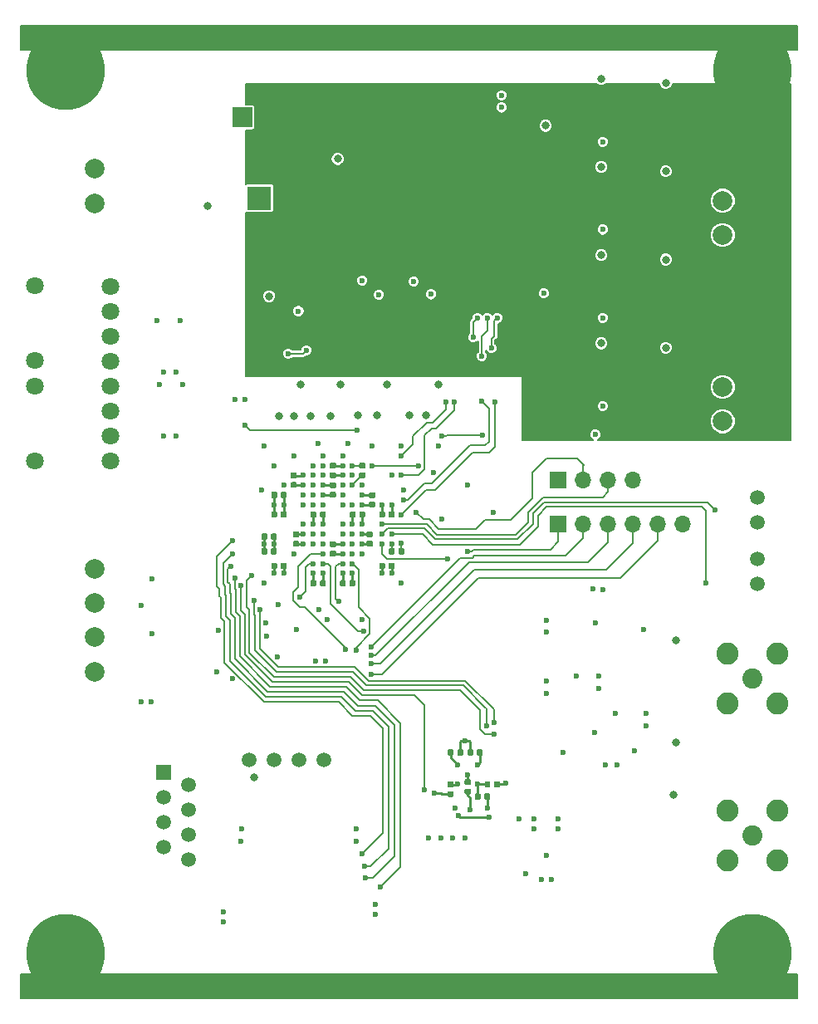
<source format=gbr>
G04 #@! TF.GenerationSoftware,KiCad,Pcbnew,5.0.2-bee76a0~70~ubuntu18.04.1*
G04 #@! TF.CreationDate,2019-01-22T12:03:51-08:00*
G04 #@! TF.ProjectId,controller,636f6e74-726f-46c6-9c65-722e6b696361,rev?*
G04 #@! TF.SameCoordinates,Original*
G04 #@! TF.FileFunction,Copper,L4,Bot*
G04 #@! TF.FilePolarity,Positive*
%FSLAX46Y46*%
G04 Gerber Fmt 4.6, Leading zero omitted, Abs format (unit mm)*
G04 Created by KiCad (PCBNEW 5.0.2-bee76a0~70~ubuntu18.04.1) date Tue 22 Jan 2019 12:03:51 PM PST*
%MOMM*%
%LPD*%
G01*
G04 APERTURE LIST*
G04 #@! TA.AperFunction,Conductor*
%ADD10C,0.100000*%
G04 #@! TD*
G04 #@! TA.AperFunction,SMDPad,CuDef*
%ADD11C,0.590000*%
G04 #@! TD*
G04 #@! TA.AperFunction,ComponentPad*
%ADD12O,1.700000X1.700000*%
G04 #@! TD*
G04 #@! TA.AperFunction,ComponentPad*
%ADD13R,1.700000X1.700000*%
G04 #@! TD*
G04 #@! TA.AperFunction,ComponentPad*
%ADD14C,1.800000*%
G04 #@! TD*
G04 #@! TA.AperFunction,ComponentPad*
%ADD15C,1.500000*%
G04 #@! TD*
G04 #@! TA.AperFunction,ComponentPad*
%ADD16R,1.500000X1.500000*%
G04 #@! TD*
G04 #@! TA.AperFunction,ComponentPad*
%ADD17C,2.250000*%
G04 #@! TD*
G04 #@! TA.AperFunction,ComponentPad*
%ADD18C,2.050000*%
G04 #@! TD*
G04 #@! TA.AperFunction,ComponentPad*
%ADD19C,0.800000*%
G04 #@! TD*
G04 #@! TA.AperFunction,ComponentPad*
%ADD20C,8.000000*%
G04 #@! TD*
G04 #@! TA.AperFunction,ComponentPad*
%ADD21C,2.000000*%
G04 #@! TD*
G04 #@! TA.AperFunction,ComponentPad*
%ADD22R,2.000000X2.000000*%
G04 #@! TD*
G04 #@! TA.AperFunction,ComponentPad*
%ADD23C,2.400000*%
G04 #@! TD*
G04 #@! TA.AperFunction,ComponentPad*
%ADD24R,2.400000X2.400000*%
G04 #@! TD*
G04 #@! TA.AperFunction,ViaPad*
%ADD25C,0.600000*%
G04 #@! TD*
G04 #@! TA.AperFunction,ViaPad*
%ADD26C,0.800000*%
G04 #@! TD*
G04 #@! TA.AperFunction,Conductor*
%ADD27C,0.240000*%
G04 #@! TD*
G04 #@! TA.AperFunction,Conductor*
%ADD28C,0.200000*%
G04 #@! TD*
G04 APERTURE END LIST*
D10*
G04 #@! TO.N,GND*
G04 #@! TO.C,C4006*
G36*
X122436958Y-83940710D02*
X122451276Y-83942834D01*
X122465317Y-83946351D01*
X122478946Y-83951228D01*
X122492031Y-83957417D01*
X122504447Y-83964858D01*
X122516073Y-83973481D01*
X122526798Y-83983202D01*
X122536519Y-83993927D01*
X122545142Y-84005553D01*
X122552583Y-84017969D01*
X122558772Y-84031054D01*
X122563649Y-84044683D01*
X122567166Y-84058724D01*
X122569290Y-84073042D01*
X122570000Y-84087500D01*
X122570000Y-84382500D01*
X122569290Y-84396958D01*
X122567166Y-84411276D01*
X122563649Y-84425317D01*
X122558772Y-84438946D01*
X122552583Y-84452031D01*
X122545142Y-84464447D01*
X122536519Y-84476073D01*
X122526798Y-84486798D01*
X122516073Y-84496519D01*
X122504447Y-84505142D01*
X122492031Y-84512583D01*
X122478946Y-84518772D01*
X122465317Y-84523649D01*
X122451276Y-84527166D01*
X122436958Y-84529290D01*
X122422500Y-84530000D01*
X122077500Y-84530000D01*
X122063042Y-84529290D01*
X122048724Y-84527166D01*
X122034683Y-84523649D01*
X122021054Y-84518772D01*
X122007969Y-84512583D01*
X121995553Y-84505142D01*
X121983927Y-84496519D01*
X121973202Y-84486798D01*
X121963481Y-84476073D01*
X121954858Y-84464447D01*
X121947417Y-84452031D01*
X121941228Y-84438946D01*
X121936351Y-84425317D01*
X121932834Y-84411276D01*
X121930710Y-84396958D01*
X121930000Y-84382500D01*
X121930000Y-84087500D01*
X121930710Y-84073042D01*
X121932834Y-84058724D01*
X121936351Y-84044683D01*
X121941228Y-84031054D01*
X121947417Y-84017969D01*
X121954858Y-84005553D01*
X121963481Y-83993927D01*
X121973202Y-83983202D01*
X121983927Y-83973481D01*
X121995553Y-83964858D01*
X122007969Y-83957417D01*
X122021054Y-83951228D01*
X122034683Y-83946351D01*
X122048724Y-83942834D01*
X122063042Y-83940710D01*
X122077500Y-83940000D01*
X122422500Y-83940000D01*
X122436958Y-83940710D01*
X122436958Y-83940710D01*
G37*
D11*
G04 #@! TD*
G04 #@! TO.P,C4006,2*
G04 #@! TO.N,GND*
X122250000Y-84235000D03*
D10*
G04 #@! TO.N,+1V0*
G04 #@! TO.C,C4006*
G36*
X122436958Y-82970710D02*
X122451276Y-82972834D01*
X122465317Y-82976351D01*
X122478946Y-82981228D01*
X122492031Y-82987417D01*
X122504447Y-82994858D01*
X122516073Y-83003481D01*
X122526798Y-83013202D01*
X122536519Y-83023927D01*
X122545142Y-83035553D01*
X122552583Y-83047969D01*
X122558772Y-83061054D01*
X122563649Y-83074683D01*
X122567166Y-83088724D01*
X122569290Y-83103042D01*
X122570000Y-83117500D01*
X122570000Y-83412500D01*
X122569290Y-83426958D01*
X122567166Y-83441276D01*
X122563649Y-83455317D01*
X122558772Y-83468946D01*
X122552583Y-83482031D01*
X122545142Y-83494447D01*
X122536519Y-83506073D01*
X122526798Y-83516798D01*
X122516073Y-83526519D01*
X122504447Y-83535142D01*
X122492031Y-83542583D01*
X122478946Y-83548772D01*
X122465317Y-83553649D01*
X122451276Y-83557166D01*
X122436958Y-83559290D01*
X122422500Y-83560000D01*
X122077500Y-83560000D01*
X122063042Y-83559290D01*
X122048724Y-83557166D01*
X122034683Y-83553649D01*
X122021054Y-83548772D01*
X122007969Y-83542583D01*
X121995553Y-83535142D01*
X121983927Y-83526519D01*
X121973202Y-83516798D01*
X121963481Y-83506073D01*
X121954858Y-83494447D01*
X121947417Y-83482031D01*
X121941228Y-83468946D01*
X121936351Y-83455317D01*
X121932834Y-83441276D01*
X121930710Y-83426958D01*
X121930000Y-83412500D01*
X121930000Y-83117500D01*
X121930710Y-83103042D01*
X121932834Y-83088724D01*
X121936351Y-83074683D01*
X121941228Y-83061054D01*
X121947417Y-83047969D01*
X121954858Y-83035553D01*
X121963481Y-83023927D01*
X121973202Y-83013202D01*
X121983927Y-83003481D01*
X121995553Y-82994858D01*
X122007969Y-82987417D01*
X122021054Y-82981228D01*
X122034683Y-82976351D01*
X122048724Y-82972834D01*
X122063042Y-82970710D01*
X122077500Y-82970000D01*
X122422500Y-82970000D01*
X122436958Y-82970710D01*
X122436958Y-82970710D01*
G37*
D11*
G04 #@! TD*
G04 #@! TO.P,C4006,1*
G04 #@! TO.N,+1V0*
X122250000Y-83265000D03*
D10*
G04 #@! TO.N,GND*
G04 #@! TO.C,C4007*
G36*
X118686958Y-82940710D02*
X118701276Y-82942834D01*
X118715317Y-82946351D01*
X118728946Y-82951228D01*
X118742031Y-82957417D01*
X118754447Y-82964858D01*
X118766073Y-82973481D01*
X118776798Y-82983202D01*
X118786519Y-82993927D01*
X118795142Y-83005553D01*
X118802583Y-83017969D01*
X118808772Y-83031054D01*
X118813649Y-83044683D01*
X118817166Y-83058724D01*
X118819290Y-83073042D01*
X118820000Y-83087500D01*
X118820000Y-83382500D01*
X118819290Y-83396958D01*
X118817166Y-83411276D01*
X118813649Y-83425317D01*
X118808772Y-83438946D01*
X118802583Y-83452031D01*
X118795142Y-83464447D01*
X118786519Y-83476073D01*
X118776798Y-83486798D01*
X118766073Y-83496519D01*
X118754447Y-83505142D01*
X118742031Y-83512583D01*
X118728946Y-83518772D01*
X118715317Y-83523649D01*
X118701276Y-83527166D01*
X118686958Y-83529290D01*
X118672500Y-83530000D01*
X118327500Y-83530000D01*
X118313042Y-83529290D01*
X118298724Y-83527166D01*
X118284683Y-83523649D01*
X118271054Y-83518772D01*
X118257969Y-83512583D01*
X118245553Y-83505142D01*
X118233927Y-83496519D01*
X118223202Y-83486798D01*
X118213481Y-83476073D01*
X118204858Y-83464447D01*
X118197417Y-83452031D01*
X118191228Y-83438946D01*
X118186351Y-83425317D01*
X118182834Y-83411276D01*
X118180710Y-83396958D01*
X118180000Y-83382500D01*
X118180000Y-83087500D01*
X118180710Y-83073042D01*
X118182834Y-83058724D01*
X118186351Y-83044683D01*
X118191228Y-83031054D01*
X118197417Y-83017969D01*
X118204858Y-83005553D01*
X118213481Y-82993927D01*
X118223202Y-82983202D01*
X118233927Y-82973481D01*
X118245553Y-82964858D01*
X118257969Y-82957417D01*
X118271054Y-82951228D01*
X118284683Y-82946351D01*
X118298724Y-82942834D01*
X118313042Y-82940710D01*
X118327500Y-82940000D01*
X118672500Y-82940000D01*
X118686958Y-82940710D01*
X118686958Y-82940710D01*
G37*
D11*
G04 #@! TD*
G04 #@! TO.P,C4007,2*
G04 #@! TO.N,GND*
X118500000Y-83235000D03*
D10*
G04 #@! TO.N,+1V0*
G04 #@! TO.C,C4007*
G36*
X118686958Y-81970710D02*
X118701276Y-81972834D01*
X118715317Y-81976351D01*
X118728946Y-81981228D01*
X118742031Y-81987417D01*
X118754447Y-81994858D01*
X118766073Y-82003481D01*
X118776798Y-82013202D01*
X118786519Y-82023927D01*
X118795142Y-82035553D01*
X118802583Y-82047969D01*
X118808772Y-82061054D01*
X118813649Y-82074683D01*
X118817166Y-82088724D01*
X118819290Y-82103042D01*
X118820000Y-82117500D01*
X118820000Y-82412500D01*
X118819290Y-82426958D01*
X118817166Y-82441276D01*
X118813649Y-82455317D01*
X118808772Y-82468946D01*
X118802583Y-82482031D01*
X118795142Y-82494447D01*
X118786519Y-82506073D01*
X118776798Y-82516798D01*
X118766073Y-82526519D01*
X118754447Y-82535142D01*
X118742031Y-82542583D01*
X118728946Y-82548772D01*
X118715317Y-82553649D01*
X118701276Y-82557166D01*
X118686958Y-82559290D01*
X118672500Y-82560000D01*
X118327500Y-82560000D01*
X118313042Y-82559290D01*
X118298724Y-82557166D01*
X118284683Y-82553649D01*
X118271054Y-82548772D01*
X118257969Y-82542583D01*
X118245553Y-82535142D01*
X118233927Y-82526519D01*
X118223202Y-82516798D01*
X118213481Y-82506073D01*
X118204858Y-82494447D01*
X118197417Y-82482031D01*
X118191228Y-82468946D01*
X118186351Y-82455317D01*
X118182834Y-82441276D01*
X118180710Y-82426958D01*
X118180000Y-82412500D01*
X118180000Y-82117500D01*
X118180710Y-82103042D01*
X118182834Y-82088724D01*
X118186351Y-82074683D01*
X118191228Y-82061054D01*
X118197417Y-82047969D01*
X118204858Y-82035553D01*
X118213481Y-82023927D01*
X118223202Y-82013202D01*
X118233927Y-82003481D01*
X118245553Y-81994858D01*
X118257969Y-81987417D01*
X118271054Y-81981228D01*
X118284683Y-81976351D01*
X118298724Y-81972834D01*
X118313042Y-81970710D01*
X118327500Y-81970000D01*
X118672500Y-81970000D01*
X118686958Y-81970710D01*
X118686958Y-81970710D01*
G37*
D11*
G04 #@! TD*
G04 #@! TO.P,C4007,1*
G04 #@! TO.N,+1V0*
X118500000Y-82265000D03*
D10*
G04 #@! TO.N,GND*
G04 #@! TO.C,C4008*
G36*
X124426958Y-79930710D02*
X124441276Y-79932834D01*
X124455317Y-79936351D01*
X124468946Y-79941228D01*
X124482031Y-79947417D01*
X124494447Y-79954858D01*
X124506073Y-79963481D01*
X124516798Y-79973202D01*
X124526519Y-79983927D01*
X124535142Y-79995553D01*
X124542583Y-80007969D01*
X124548772Y-80021054D01*
X124553649Y-80034683D01*
X124557166Y-80048724D01*
X124559290Y-80063042D01*
X124560000Y-80077500D01*
X124560000Y-80422500D01*
X124559290Y-80436958D01*
X124557166Y-80451276D01*
X124553649Y-80465317D01*
X124548772Y-80478946D01*
X124542583Y-80492031D01*
X124535142Y-80504447D01*
X124526519Y-80516073D01*
X124516798Y-80526798D01*
X124506073Y-80536519D01*
X124494447Y-80545142D01*
X124482031Y-80552583D01*
X124468946Y-80558772D01*
X124455317Y-80563649D01*
X124441276Y-80567166D01*
X124426958Y-80569290D01*
X124412500Y-80570000D01*
X124117500Y-80570000D01*
X124103042Y-80569290D01*
X124088724Y-80567166D01*
X124074683Y-80563649D01*
X124061054Y-80558772D01*
X124047969Y-80552583D01*
X124035553Y-80545142D01*
X124023927Y-80536519D01*
X124013202Y-80526798D01*
X124003481Y-80516073D01*
X123994858Y-80504447D01*
X123987417Y-80492031D01*
X123981228Y-80478946D01*
X123976351Y-80465317D01*
X123972834Y-80451276D01*
X123970710Y-80436958D01*
X123970000Y-80422500D01*
X123970000Y-80077500D01*
X123970710Y-80063042D01*
X123972834Y-80048724D01*
X123976351Y-80034683D01*
X123981228Y-80021054D01*
X123987417Y-80007969D01*
X123994858Y-79995553D01*
X124003481Y-79983927D01*
X124013202Y-79973202D01*
X124023927Y-79963481D01*
X124035553Y-79954858D01*
X124047969Y-79947417D01*
X124061054Y-79941228D01*
X124074683Y-79936351D01*
X124088724Y-79932834D01*
X124103042Y-79930710D01*
X124117500Y-79930000D01*
X124412500Y-79930000D01*
X124426958Y-79930710D01*
X124426958Y-79930710D01*
G37*
D11*
G04 #@! TD*
G04 #@! TO.P,C4008,2*
G04 #@! TO.N,GND*
X124265000Y-80250000D03*
D10*
G04 #@! TO.N,+1V8D*
G04 #@! TO.C,C4008*
G36*
X125396958Y-79930710D02*
X125411276Y-79932834D01*
X125425317Y-79936351D01*
X125438946Y-79941228D01*
X125452031Y-79947417D01*
X125464447Y-79954858D01*
X125476073Y-79963481D01*
X125486798Y-79973202D01*
X125496519Y-79983927D01*
X125505142Y-79995553D01*
X125512583Y-80007969D01*
X125518772Y-80021054D01*
X125523649Y-80034683D01*
X125527166Y-80048724D01*
X125529290Y-80063042D01*
X125530000Y-80077500D01*
X125530000Y-80422500D01*
X125529290Y-80436958D01*
X125527166Y-80451276D01*
X125523649Y-80465317D01*
X125518772Y-80478946D01*
X125512583Y-80492031D01*
X125505142Y-80504447D01*
X125496519Y-80516073D01*
X125486798Y-80526798D01*
X125476073Y-80536519D01*
X125464447Y-80545142D01*
X125452031Y-80552583D01*
X125438946Y-80558772D01*
X125425317Y-80563649D01*
X125411276Y-80567166D01*
X125396958Y-80569290D01*
X125382500Y-80570000D01*
X125087500Y-80570000D01*
X125073042Y-80569290D01*
X125058724Y-80567166D01*
X125044683Y-80563649D01*
X125031054Y-80558772D01*
X125017969Y-80552583D01*
X125005553Y-80545142D01*
X124993927Y-80536519D01*
X124983202Y-80526798D01*
X124973481Y-80516073D01*
X124964858Y-80504447D01*
X124957417Y-80492031D01*
X124951228Y-80478946D01*
X124946351Y-80465317D01*
X124942834Y-80451276D01*
X124940710Y-80436958D01*
X124940000Y-80422500D01*
X124940000Y-80077500D01*
X124940710Y-80063042D01*
X124942834Y-80048724D01*
X124946351Y-80034683D01*
X124951228Y-80021054D01*
X124957417Y-80007969D01*
X124964858Y-79995553D01*
X124973481Y-79983927D01*
X124983202Y-79973202D01*
X124993927Y-79963481D01*
X125005553Y-79954858D01*
X125017969Y-79947417D01*
X125031054Y-79941228D01*
X125044683Y-79936351D01*
X125058724Y-79932834D01*
X125073042Y-79930710D01*
X125087500Y-79930000D01*
X125382500Y-79930000D01*
X125396958Y-79930710D01*
X125396958Y-79930710D01*
G37*
D11*
G04 #@! TD*
G04 #@! TO.P,C4008,1*
G04 #@! TO.N,+1V8D*
X125235000Y-80250000D03*
D10*
G04 #@! TO.N,GND*
G04 #@! TO.C,C4009*
G36*
X124396958Y-86930710D02*
X124411276Y-86932834D01*
X124425317Y-86936351D01*
X124438946Y-86941228D01*
X124452031Y-86947417D01*
X124464447Y-86954858D01*
X124476073Y-86963481D01*
X124486798Y-86973202D01*
X124496519Y-86983927D01*
X124505142Y-86995553D01*
X124512583Y-87007969D01*
X124518772Y-87021054D01*
X124523649Y-87034683D01*
X124527166Y-87048724D01*
X124529290Y-87063042D01*
X124530000Y-87077500D01*
X124530000Y-87422500D01*
X124529290Y-87436958D01*
X124527166Y-87451276D01*
X124523649Y-87465317D01*
X124518772Y-87478946D01*
X124512583Y-87492031D01*
X124505142Y-87504447D01*
X124496519Y-87516073D01*
X124486798Y-87526798D01*
X124476073Y-87536519D01*
X124464447Y-87545142D01*
X124452031Y-87552583D01*
X124438946Y-87558772D01*
X124425317Y-87563649D01*
X124411276Y-87567166D01*
X124396958Y-87569290D01*
X124382500Y-87570000D01*
X124087500Y-87570000D01*
X124073042Y-87569290D01*
X124058724Y-87567166D01*
X124044683Y-87563649D01*
X124031054Y-87558772D01*
X124017969Y-87552583D01*
X124005553Y-87545142D01*
X123993927Y-87536519D01*
X123983202Y-87526798D01*
X123973481Y-87516073D01*
X123964858Y-87504447D01*
X123957417Y-87492031D01*
X123951228Y-87478946D01*
X123946351Y-87465317D01*
X123942834Y-87451276D01*
X123940710Y-87436958D01*
X123940000Y-87422500D01*
X123940000Y-87077500D01*
X123940710Y-87063042D01*
X123942834Y-87048724D01*
X123946351Y-87034683D01*
X123951228Y-87021054D01*
X123957417Y-87007969D01*
X123964858Y-86995553D01*
X123973481Y-86983927D01*
X123983202Y-86973202D01*
X123993927Y-86963481D01*
X124005553Y-86954858D01*
X124017969Y-86947417D01*
X124031054Y-86941228D01*
X124044683Y-86936351D01*
X124058724Y-86932834D01*
X124073042Y-86930710D01*
X124087500Y-86930000D01*
X124382500Y-86930000D01*
X124396958Y-86930710D01*
X124396958Y-86930710D01*
G37*
D11*
G04 #@! TD*
G04 #@! TO.P,C4009,2*
G04 #@! TO.N,GND*
X124235000Y-87250000D03*
D10*
G04 #@! TO.N,+3V3D*
G04 #@! TO.C,C4009*
G36*
X123426958Y-86930710D02*
X123441276Y-86932834D01*
X123455317Y-86936351D01*
X123468946Y-86941228D01*
X123482031Y-86947417D01*
X123494447Y-86954858D01*
X123506073Y-86963481D01*
X123516798Y-86973202D01*
X123526519Y-86983927D01*
X123535142Y-86995553D01*
X123542583Y-87007969D01*
X123548772Y-87021054D01*
X123553649Y-87034683D01*
X123557166Y-87048724D01*
X123559290Y-87063042D01*
X123560000Y-87077500D01*
X123560000Y-87422500D01*
X123559290Y-87436958D01*
X123557166Y-87451276D01*
X123553649Y-87465317D01*
X123548772Y-87478946D01*
X123542583Y-87492031D01*
X123535142Y-87504447D01*
X123526519Y-87516073D01*
X123516798Y-87526798D01*
X123506073Y-87536519D01*
X123494447Y-87545142D01*
X123482031Y-87552583D01*
X123468946Y-87558772D01*
X123455317Y-87563649D01*
X123441276Y-87567166D01*
X123426958Y-87569290D01*
X123412500Y-87570000D01*
X123117500Y-87570000D01*
X123103042Y-87569290D01*
X123088724Y-87567166D01*
X123074683Y-87563649D01*
X123061054Y-87558772D01*
X123047969Y-87552583D01*
X123035553Y-87545142D01*
X123023927Y-87536519D01*
X123013202Y-87526798D01*
X123003481Y-87516073D01*
X122994858Y-87504447D01*
X122987417Y-87492031D01*
X122981228Y-87478946D01*
X122976351Y-87465317D01*
X122972834Y-87451276D01*
X122970710Y-87436958D01*
X122970000Y-87422500D01*
X122970000Y-87077500D01*
X122970710Y-87063042D01*
X122972834Y-87048724D01*
X122976351Y-87034683D01*
X122981228Y-87021054D01*
X122987417Y-87007969D01*
X122994858Y-86995553D01*
X123003481Y-86983927D01*
X123013202Y-86973202D01*
X123023927Y-86963481D01*
X123035553Y-86954858D01*
X123047969Y-86947417D01*
X123061054Y-86941228D01*
X123074683Y-86936351D01*
X123088724Y-86932834D01*
X123103042Y-86930710D01*
X123117500Y-86930000D01*
X123412500Y-86930000D01*
X123426958Y-86930710D01*
X123426958Y-86930710D01*
G37*
D11*
G04 #@! TD*
G04 #@! TO.P,C4009,1*
G04 #@! TO.N,+3V3D*
X123265000Y-87250000D03*
D10*
G04 #@! TO.N,GND*
G04 #@! TO.C,C4010*
G36*
X127426958Y-85180710D02*
X127441276Y-85182834D01*
X127455317Y-85186351D01*
X127468946Y-85191228D01*
X127482031Y-85197417D01*
X127494447Y-85204858D01*
X127506073Y-85213481D01*
X127516798Y-85223202D01*
X127526519Y-85233927D01*
X127535142Y-85245553D01*
X127542583Y-85257969D01*
X127548772Y-85271054D01*
X127553649Y-85284683D01*
X127557166Y-85298724D01*
X127559290Y-85313042D01*
X127560000Y-85327500D01*
X127560000Y-85672500D01*
X127559290Y-85686958D01*
X127557166Y-85701276D01*
X127553649Y-85715317D01*
X127548772Y-85728946D01*
X127542583Y-85742031D01*
X127535142Y-85754447D01*
X127526519Y-85766073D01*
X127516798Y-85776798D01*
X127506073Y-85786519D01*
X127494447Y-85795142D01*
X127482031Y-85802583D01*
X127468946Y-85808772D01*
X127455317Y-85813649D01*
X127441276Y-85817166D01*
X127426958Y-85819290D01*
X127412500Y-85820000D01*
X127117500Y-85820000D01*
X127103042Y-85819290D01*
X127088724Y-85817166D01*
X127074683Y-85813649D01*
X127061054Y-85808772D01*
X127047969Y-85802583D01*
X127035553Y-85795142D01*
X127023927Y-85786519D01*
X127013202Y-85776798D01*
X127003481Y-85766073D01*
X126994858Y-85754447D01*
X126987417Y-85742031D01*
X126981228Y-85728946D01*
X126976351Y-85715317D01*
X126972834Y-85701276D01*
X126970710Y-85686958D01*
X126970000Y-85672500D01*
X126970000Y-85327500D01*
X126970710Y-85313042D01*
X126972834Y-85298724D01*
X126976351Y-85284683D01*
X126981228Y-85271054D01*
X126987417Y-85257969D01*
X126994858Y-85245553D01*
X127003481Y-85233927D01*
X127013202Y-85223202D01*
X127023927Y-85213481D01*
X127035553Y-85204858D01*
X127047969Y-85197417D01*
X127061054Y-85191228D01*
X127074683Y-85186351D01*
X127088724Y-85182834D01*
X127103042Y-85180710D01*
X127117500Y-85180000D01*
X127412500Y-85180000D01*
X127426958Y-85180710D01*
X127426958Y-85180710D01*
G37*
D11*
G04 #@! TD*
G04 #@! TO.P,C4010,2*
G04 #@! TO.N,GND*
X127265000Y-85500000D03*
D10*
G04 #@! TO.N,+3V3D*
G04 #@! TO.C,C4010*
G36*
X128396958Y-85180710D02*
X128411276Y-85182834D01*
X128425317Y-85186351D01*
X128438946Y-85191228D01*
X128452031Y-85197417D01*
X128464447Y-85204858D01*
X128476073Y-85213481D01*
X128486798Y-85223202D01*
X128496519Y-85233927D01*
X128505142Y-85245553D01*
X128512583Y-85257969D01*
X128518772Y-85271054D01*
X128523649Y-85284683D01*
X128527166Y-85298724D01*
X128529290Y-85313042D01*
X128530000Y-85327500D01*
X128530000Y-85672500D01*
X128529290Y-85686958D01*
X128527166Y-85701276D01*
X128523649Y-85715317D01*
X128518772Y-85728946D01*
X128512583Y-85742031D01*
X128505142Y-85754447D01*
X128496519Y-85766073D01*
X128486798Y-85776798D01*
X128476073Y-85786519D01*
X128464447Y-85795142D01*
X128452031Y-85802583D01*
X128438946Y-85808772D01*
X128425317Y-85813649D01*
X128411276Y-85817166D01*
X128396958Y-85819290D01*
X128382500Y-85820000D01*
X128087500Y-85820000D01*
X128073042Y-85819290D01*
X128058724Y-85817166D01*
X128044683Y-85813649D01*
X128031054Y-85808772D01*
X128017969Y-85802583D01*
X128005553Y-85795142D01*
X127993927Y-85786519D01*
X127983202Y-85776798D01*
X127973481Y-85766073D01*
X127964858Y-85754447D01*
X127957417Y-85742031D01*
X127951228Y-85728946D01*
X127946351Y-85715317D01*
X127942834Y-85701276D01*
X127940710Y-85686958D01*
X127940000Y-85672500D01*
X127940000Y-85327500D01*
X127940710Y-85313042D01*
X127942834Y-85298724D01*
X127946351Y-85284683D01*
X127951228Y-85271054D01*
X127957417Y-85257969D01*
X127964858Y-85245553D01*
X127973481Y-85233927D01*
X127983202Y-85223202D01*
X127993927Y-85213481D01*
X128005553Y-85204858D01*
X128017969Y-85197417D01*
X128031054Y-85191228D01*
X128044683Y-85186351D01*
X128058724Y-85182834D01*
X128073042Y-85180710D01*
X128087500Y-85180000D01*
X128382500Y-85180000D01*
X128396958Y-85180710D01*
X128396958Y-85180710D01*
G37*
D11*
G04 #@! TD*
G04 #@! TO.P,C4010,1*
G04 #@! TO.N,+3V3D*
X128235000Y-85500000D03*
D10*
G04 #@! TO.N,GND*
G04 #@! TO.C,C4011*
G36*
X126436958Y-78940710D02*
X126451276Y-78942834D01*
X126465317Y-78946351D01*
X126478946Y-78951228D01*
X126492031Y-78957417D01*
X126504447Y-78964858D01*
X126516073Y-78973481D01*
X126526798Y-78983202D01*
X126536519Y-78993927D01*
X126545142Y-79005553D01*
X126552583Y-79017969D01*
X126558772Y-79031054D01*
X126563649Y-79044683D01*
X126567166Y-79058724D01*
X126569290Y-79073042D01*
X126570000Y-79087500D01*
X126570000Y-79382500D01*
X126569290Y-79396958D01*
X126567166Y-79411276D01*
X126563649Y-79425317D01*
X126558772Y-79438946D01*
X126552583Y-79452031D01*
X126545142Y-79464447D01*
X126536519Y-79476073D01*
X126526798Y-79486798D01*
X126516073Y-79496519D01*
X126504447Y-79505142D01*
X126492031Y-79512583D01*
X126478946Y-79518772D01*
X126465317Y-79523649D01*
X126451276Y-79527166D01*
X126436958Y-79529290D01*
X126422500Y-79530000D01*
X126077500Y-79530000D01*
X126063042Y-79529290D01*
X126048724Y-79527166D01*
X126034683Y-79523649D01*
X126021054Y-79518772D01*
X126007969Y-79512583D01*
X125995553Y-79505142D01*
X125983927Y-79496519D01*
X125973202Y-79486798D01*
X125963481Y-79476073D01*
X125954858Y-79464447D01*
X125947417Y-79452031D01*
X125941228Y-79438946D01*
X125936351Y-79425317D01*
X125932834Y-79411276D01*
X125930710Y-79396958D01*
X125930000Y-79382500D01*
X125930000Y-79087500D01*
X125930710Y-79073042D01*
X125932834Y-79058724D01*
X125936351Y-79044683D01*
X125941228Y-79031054D01*
X125947417Y-79017969D01*
X125954858Y-79005553D01*
X125963481Y-78993927D01*
X125973202Y-78983202D01*
X125983927Y-78973481D01*
X125995553Y-78964858D01*
X126007969Y-78957417D01*
X126021054Y-78951228D01*
X126034683Y-78946351D01*
X126048724Y-78942834D01*
X126063042Y-78940710D01*
X126077500Y-78940000D01*
X126422500Y-78940000D01*
X126436958Y-78940710D01*
X126436958Y-78940710D01*
G37*
D11*
G04 #@! TD*
G04 #@! TO.P,C4011,2*
G04 #@! TO.N,GND*
X126250000Y-79235000D03*
D10*
G04 #@! TO.N,+1V8D*
G04 #@! TO.C,C4011*
G36*
X126436958Y-77970710D02*
X126451276Y-77972834D01*
X126465317Y-77976351D01*
X126478946Y-77981228D01*
X126492031Y-77987417D01*
X126504447Y-77994858D01*
X126516073Y-78003481D01*
X126526798Y-78013202D01*
X126536519Y-78023927D01*
X126545142Y-78035553D01*
X126552583Y-78047969D01*
X126558772Y-78061054D01*
X126563649Y-78074683D01*
X126567166Y-78088724D01*
X126569290Y-78103042D01*
X126570000Y-78117500D01*
X126570000Y-78412500D01*
X126569290Y-78426958D01*
X126567166Y-78441276D01*
X126563649Y-78455317D01*
X126558772Y-78468946D01*
X126552583Y-78482031D01*
X126545142Y-78494447D01*
X126536519Y-78506073D01*
X126526798Y-78516798D01*
X126516073Y-78526519D01*
X126504447Y-78535142D01*
X126492031Y-78542583D01*
X126478946Y-78548772D01*
X126465317Y-78553649D01*
X126451276Y-78557166D01*
X126436958Y-78559290D01*
X126422500Y-78560000D01*
X126077500Y-78560000D01*
X126063042Y-78559290D01*
X126048724Y-78557166D01*
X126034683Y-78553649D01*
X126021054Y-78548772D01*
X126007969Y-78542583D01*
X125995553Y-78535142D01*
X125983927Y-78526519D01*
X125973202Y-78516798D01*
X125963481Y-78506073D01*
X125954858Y-78494447D01*
X125947417Y-78482031D01*
X125941228Y-78468946D01*
X125936351Y-78455317D01*
X125932834Y-78441276D01*
X125930710Y-78426958D01*
X125930000Y-78412500D01*
X125930000Y-78117500D01*
X125930710Y-78103042D01*
X125932834Y-78088724D01*
X125936351Y-78074683D01*
X125941228Y-78061054D01*
X125947417Y-78047969D01*
X125954858Y-78035553D01*
X125963481Y-78023927D01*
X125973202Y-78013202D01*
X125983927Y-78003481D01*
X125995553Y-77994858D01*
X126007969Y-77987417D01*
X126021054Y-77981228D01*
X126034683Y-77976351D01*
X126048724Y-77972834D01*
X126063042Y-77970710D01*
X126077500Y-77970000D01*
X126422500Y-77970000D01*
X126436958Y-77970710D01*
X126436958Y-77970710D01*
G37*
D11*
G04 #@! TD*
G04 #@! TO.P,C4011,1*
G04 #@! TO.N,+1V8D*
X126250000Y-78265000D03*
D10*
G04 #@! TO.N,GND*
G04 #@! TO.C,C4012*
G36*
X122436958Y-74970710D02*
X122451276Y-74972834D01*
X122465317Y-74976351D01*
X122478946Y-74981228D01*
X122492031Y-74987417D01*
X122504447Y-74994858D01*
X122516073Y-75003481D01*
X122526798Y-75013202D01*
X122536519Y-75023927D01*
X122545142Y-75035553D01*
X122552583Y-75047969D01*
X122558772Y-75061054D01*
X122563649Y-75074683D01*
X122567166Y-75088724D01*
X122569290Y-75103042D01*
X122570000Y-75117500D01*
X122570000Y-75412500D01*
X122569290Y-75426958D01*
X122567166Y-75441276D01*
X122563649Y-75455317D01*
X122558772Y-75468946D01*
X122552583Y-75482031D01*
X122545142Y-75494447D01*
X122536519Y-75506073D01*
X122526798Y-75516798D01*
X122516073Y-75526519D01*
X122504447Y-75535142D01*
X122492031Y-75542583D01*
X122478946Y-75548772D01*
X122465317Y-75553649D01*
X122451276Y-75557166D01*
X122436958Y-75559290D01*
X122422500Y-75560000D01*
X122077500Y-75560000D01*
X122063042Y-75559290D01*
X122048724Y-75557166D01*
X122034683Y-75553649D01*
X122021054Y-75548772D01*
X122007969Y-75542583D01*
X121995553Y-75535142D01*
X121983927Y-75526519D01*
X121973202Y-75516798D01*
X121963481Y-75506073D01*
X121954858Y-75494447D01*
X121947417Y-75482031D01*
X121941228Y-75468946D01*
X121936351Y-75455317D01*
X121932834Y-75441276D01*
X121930710Y-75426958D01*
X121930000Y-75412500D01*
X121930000Y-75117500D01*
X121930710Y-75103042D01*
X121932834Y-75088724D01*
X121936351Y-75074683D01*
X121941228Y-75061054D01*
X121947417Y-75047969D01*
X121954858Y-75035553D01*
X121963481Y-75023927D01*
X121973202Y-75013202D01*
X121983927Y-75003481D01*
X121995553Y-74994858D01*
X122007969Y-74987417D01*
X122021054Y-74981228D01*
X122034683Y-74976351D01*
X122048724Y-74972834D01*
X122063042Y-74970710D01*
X122077500Y-74970000D01*
X122422500Y-74970000D01*
X122436958Y-74970710D01*
X122436958Y-74970710D01*
G37*
D11*
G04 #@! TD*
G04 #@! TO.P,C4012,2*
G04 #@! TO.N,GND*
X122250000Y-75265000D03*
D10*
G04 #@! TO.N,+1V0*
G04 #@! TO.C,C4012*
G36*
X122436958Y-75940710D02*
X122451276Y-75942834D01*
X122465317Y-75946351D01*
X122478946Y-75951228D01*
X122492031Y-75957417D01*
X122504447Y-75964858D01*
X122516073Y-75973481D01*
X122526798Y-75983202D01*
X122536519Y-75993927D01*
X122545142Y-76005553D01*
X122552583Y-76017969D01*
X122558772Y-76031054D01*
X122563649Y-76044683D01*
X122567166Y-76058724D01*
X122569290Y-76073042D01*
X122570000Y-76087500D01*
X122570000Y-76382500D01*
X122569290Y-76396958D01*
X122567166Y-76411276D01*
X122563649Y-76425317D01*
X122558772Y-76438946D01*
X122552583Y-76452031D01*
X122545142Y-76464447D01*
X122536519Y-76476073D01*
X122526798Y-76486798D01*
X122516073Y-76496519D01*
X122504447Y-76505142D01*
X122492031Y-76512583D01*
X122478946Y-76518772D01*
X122465317Y-76523649D01*
X122451276Y-76527166D01*
X122436958Y-76529290D01*
X122422500Y-76530000D01*
X122077500Y-76530000D01*
X122063042Y-76529290D01*
X122048724Y-76527166D01*
X122034683Y-76523649D01*
X122021054Y-76518772D01*
X122007969Y-76512583D01*
X121995553Y-76505142D01*
X121983927Y-76496519D01*
X121973202Y-76486798D01*
X121963481Y-76476073D01*
X121954858Y-76464447D01*
X121947417Y-76452031D01*
X121941228Y-76438946D01*
X121936351Y-76425317D01*
X121932834Y-76411276D01*
X121930710Y-76396958D01*
X121930000Y-76382500D01*
X121930000Y-76087500D01*
X121930710Y-76073042D01*
X121932834Y-76058724D01*
X121936351Y-76044683D01*
X121941228Y-76031054D01*
X121947417Y-76017969D01*
X121954858Y-76005553D01*
X121963481Y-75993927D01*
X121973202Y-75983202D01*
X121983927Y-75973481D01*
X121995553Y-75964858D01*
X122007969Y-75957417D01*
X122021054Y-75951228D01*
X122034683Y-75946351D01*
X122048724Y-75942834D01*
X122063042Y-75940710D01*
X122077500Y-75940000D01*
X122422500Y-75940000D01*
X122436958Y-75940710D01*
X122436958Y-75940710D01*
G37*
D11*
G04 #@! TD*
G04 #@! TO.P,C4012,1*
G04 #@! TO.N,+1V0*
X122250000Y-76235000D03*
D10*
G04 #@! TO.N,GND*
G04 #@! TO.C,C4013*
G36*
X118436958Y-75970710D02*
X118451276Y-75972834D01*
X118465317Y-75976351D01*
X118478946Y-75981228D01*
X118492031Y-75987417D01*
X118504447Y-75994858D01*
X118516073Y-76003481D01*
X118526798Y-76013202D01*
X118536519Y-76023927D01*
X118545142Y-76035553D01*
X118552583Y-76047969D01*
X118558772Y-76061054D01*
X118563649Y-76074683D01*
X118567166Y-76088724D01*
X118569290Y-76103042D01*
X118570000Y-76117500D01*
X118570000Y-76412500D01*
X118569290Y-76426958D01*
X118567166Y-76441276D01*
X118563649Y-76455317D01*
X118558772Y-76468946D01*
X118552583Y-76482031D01*
X118545142Y-76494447D01*
X118536519Y-76506073D01*
X118526798Y-76516798D01*
X118516073Y-76526519D01*
X118504447Y-76535142D01*
X118492031Y-76542583D01*
X118478946Y-76548772D01*
X118465317Y-76553649D01*
X118451276Y-76557166D01*
X118436958Y-76559290D01*
X118422500Y-76560000D01*
X118077500Y-76560000D01*
X118063042Y-76559290D01*
X118048724Y-76557166D01*
X118034683Y-76553649D01*
X118021054Y-76548772D01*
X118007969Y-76542583D01*
X117995553Y-76535142D01*
X117983927Y-76526519D01*
X117973202Y-76516798D01*
X117963481Y-76506073D01*
X117954858Y-76494447D01*
X117947417Y-76482031D01*
X117941228Y-76468946D01*
X117936351Y-76455317D01*
X117932834Y-76441276D01*
X117930710Y-76426958D01*
X117930000Y-76412500D01*
X117930000Y-76117500D01*
X117930710Y-76103042D01*
X117932834Y-76088724D01*
X117936351Y-76074683D01*
X117941228Y-76061054D01*
X117947417Y-76047969D01*
X117954858Y-76035553D01*
X117963481Y-76023927D01*
X117973202Y-76013202D01*
X117983927Y-76003481D01*
X117995553Y-75994858D01*
X118007969Y-75987417D01*
X118021054Y-75981228D01*
X118034683Y-75976351D01*
X118048724Y-75972834D01*
X118063042Y-75970710D01*
X118077500Y-75970000D01*
X118422500Y-75970000D01*
X118436958Y-75970710D01*
X118436958Y-75970710D01*
G37*
D11*
G04 #@! TD*
G04 #@! TO.P,C4013,2*
G04 #@! TO.N,GND*
X118250000Y-76265000D03*
D10*
G04 #@! TO.N,+1V0*
G04 #@! TO.C,C4013*
G36*
X118436958Y-76940710D02*
X118451276Y-76942834D01*
X118465317Y-76946351D01*
X118478946Y-76951228D01*
X118492031Y-76957417D01*
X118504447Y-76964858D01*
X118516073Y-76973481D01*
X118526798Y-76983202D01*
X118536519Y-76993927D01*
X118545142Y-77005553D01*
X118552583Y-77017969D01*
X118558772Y-77031054D01*
X118563649Y-77044683D01*
X118567166Y-77058724D01*
X118569290Y-77073042D01*
X118570000Y-77087500D01*
X118570000Y-77382500D01*
X118569290Y-77396958D01*
X118567166Y-77411276D01*
X118563649Y-77425317D01*
X118558772Y-77438946D01*
X118552583Y-77452031D01*
X118545142Y-77464447D01*
X118536519Y-77476073D01*
X118526798Y-77486798D01*
X118516073Y-77496519D01*
X118504447Y-77505142D01*
X118492031Y-77512583D01*
X118478946Y-77518772D01*
X118465317Y-77523649D01*
X118451276Y-77527166D01*
X118436958Y-77529290D01*
X118422500Y-77530000D01*
X118077500Y-77530000D01*
X118063042Y-77529290D01*
X118048724Y-77527166D01*
X118034683Y-77523649D01*
X118021054Y-77518772D01*
X118007969Y-77512583D01*
X117995553Y-77505142D01*
X117983927Y-77496519D01*
X117973202Y-77486798D01*
X117963481Y-77476073D01*
X117954858Y-77464447D01*
X117947417Y-77452031D01*
X117941228Y-77438946D01*
X117936351Y-77425317D01*
X117932834Y-77411276D01*
X117930710Y-77396958D01*
X117930000Y-77382500D01*
X117930000Y-77087500D01*
X117930710Y-77073042D01*
X117932834Y-77058724D01*
X117936351Y-77044683D01*
X117941228Y-77031054D01*
X117947417Y-77017969D01*
X117954858Y-77005553D01*
X117963481Y-76993927D01*
X117973202Y-76983202D01*
X117983927Y-76973481D01*
X117995553Y-76964858D01*
X118007969Y-76957417D01*
X118021054Y-76951228D01*
X118034683Y-76946351D01*
X118048724Y-76942834D01*
X118063042Y-76940710D01*
X118077500Y-76940000D01*
X118422500Y-76940000D01*
X118436958Y-76940710D01*
X118436958Y-76940710D01*
G37*
D11*
G04 #@! TD*
G04 #@! TO.P,C4013,1*
G04 #@! TO.N,+1V0*
X118250000Y-77235000D03*
D10*
G04 #@! TO.N,GND*
G04 #@! TO.C,C4014*
G36*
X129396958Y-83680710D02*
X129411276Y-83682834D01*
X129425317Y-83686351D01*
X129438946Y-83691228D01*
X129452031Y-83697417D01*
X129464447Y-83704858D01*
X129476073Y-83713481D01*
X129486798Y-83723202D01*
X129496519Y-83733927D01*
X129505142Y-83745553D01*
X129512583Y-83757969D01*
X129518772Y-83771054D01*
X129523649Y-83784683D01*
X129527166Y-83798724D01*
X129529290Y-83813042D01*
X129530000Y-83827500D01*
X129530000Y-84172500D01*
X129529290Y-84186958D01*
X129527166Y-84201276D01*
X129523649Y-84215317D01*
X129518772Y-84228946D01*
X129512583Y-84242031D01*
X129505142Y-84254447D01*
X129496519Y-84266073D01*
X129486798Y-84276798D01*
X129476073Y-84286519D01*
X129464447Y-84295142D01*
X129452031Y-84302583D01*
X129438946Y-84308772D01*
X129425317Y-84313649D01*
X129411276Y-84317166D01*
X129396958Y-84319290D01*
X129382500Y-84320000D01*
X129087500Y-84320000D01*
X129073042Y-84319290D01*
X129058724Y-84317166D01*
X129044683Y-84313649D01*
X129031054Y-84308772D01*
X129017969Y-84302583D01*
X129005553Y-84295142D01*
X128993927Y-84286519D01*
X128983202Y-84276798D01*
X128973481Y-84266073D01*
X128964858Y-84254447D01*
X128957417Y-84242031D01*
X128951228Y-84228946D01*
X128946351Y-84215317D01*
X128942834Y-84201276D01*
X128940710Y-84186958D01*
X128940000Y-84172500D01*
X128940000Y-83827500D01*
X128940710Y-83813042D01*
X128942834Y-83798724D01*
X128946351Y-83784683D01*
X128951228Y-83771054D01*
X128957417Y-83757969D01*
X128964858Y-83745553D01*
X128973481Y-83733927D01*
X128983202Y-83723202D01*
X128993927Y-83713481D01*
X129005553Y-83704858D01*
X129017969Y-83697417D01*
X129031054Y-83691228D01*
X129044683Y-83686351D01*
X129058724Y-83682834D01*
X129073042Y-83680710D01*
X129087500Y-83680000D01*
X129382500Y-83680000D01*
X129396958Y-83680710D01*
X129396958Y-83680710D01*
G37*
D11*
G04 #@! TD*
G04 #@! TO.P,C4014,2*
G04 #@! TO.N,GND*
X129235000Y-84000000D03*
D10*
G04 #@! TO.N,+3V3D*
G04 #@! TO.C,C4014*
G36*
X128426958Y-83680710D02*
X128441276Y-83682834D01*
X128455317Y-83686351D01*
X128468946Y-83691228D01*
X128482031Y-83697417D01*
X128494447Y-83704858D01*
X128506073Y-83713481D01*
X128516798Y-83723202D01*
X128526519Y-83733927D01*
X128535142Y-83745553D01*
X128542583Y-83757969D01*
X128548772Y-83771054D01*
X128553649Y-83784683D01*
X128557166Y-83798724D01*
X128559290Y-83813042D01*
X128560000Y-83827500D01*
X128560000Y-84172500D01*
X128559290Y-84186958D01*
X128557166Y-84201276D01*
X128553649Y-84215317D01*
X128548772Y-84228946D01*
X128542583Y-84242031D01*
X128535142Y-84254447D01*
X128526519Y-84266073D01*
X128516798Y-84276798D01*
X128506073Y-84286519D01*
X128494447Y-84295142D01*
X128482031Y-84302583D01*
X128468946Y-84308772D01*
X128455317Y-84313649D01*
X128441276Y-84317166D01*
X128426958Y-84319290D01*
X128412500Y-84320000D01*
X128117500Y-84320000D01*
X128103042Y-84319290D01*
X128088724Y-84317166D01*
X128074683Y-84313649D01*
X128061054Y-84308772D01*
X128047969Y-84302583D01*
X128035553Y-84295142D01*
X128023927Y-84286519D01*
X128013202Y-84276798D01*
X128003481Y-84266073D01*
X127994858Y-84254447D01*
X127987417Y-84242031D01*
X127981228Y-84228946D01*
X127976351Y-84215317D01*
X127972834Y-84201276D01*
X127970710Y-84186958D01*
X127970000Y-84172500D01*
X127970000Y-83827500D01*
X127970710Y-83813042D01*
X127972834Y-83798724D01*
X127976351Y-83784683D01*
X127981228Y-83771054D01*
X127987417Y-83757969D01*
X127994858Y-83745553D01*
X128003481Y-83733927D01*
X128013202Y-83723202D01*
X128023927Y-83713481D01*
X128035553Y-83704858D01*
X128047969Y-83697417D01*
X128061054Y-83691228D01*
X128074683Y-83686351D01*
X128088724Y-83682834D01*
X128103042Y-83680710D01*
X128117500Y-83680000D01*
X128412500Y-83680000D01*
X128426958Y-83680710D01*
X128426958Y-83680710D01*
G37*
D11*
G04 #@! TD*
G04 #@! TO.P,C4014,1*
G04 #@! TO.N,+3V3D*
X128265000Y-84000000D03*
D10*
G04 #@! TO.N,GND*
G04 #@! TO.C,C4015*
G36*
X120426958Y-86930710D02*
X120441276Y-86932834D01*
X120455317Y-86936351D01*
X120468946Y-86941228D01*
X120482031Y-86947417D01*
X120494447Y-86954858D01*
X120506073Y-86963481D01*
X120516798Y-86973202D01*
X120526519Y-86983927D01*
X120535142Y-86995553D01*
X120542583Y-87007969D01*
X120548772Y-87021054D01*
X120553649Y-87034683D01*
X120557166Y-87048724D01*
X120559290Y-87063042D01*
X120560000Y-87077500D01*
X120560000Y-87422500D01*
X120559290Y-87436958D01*
X120557166Y-87451276D01*
X120553649Y-87465317D01*
X120548772Y-87478946D01*
X120542583Y-87492031D01*
X120535142Y-87504447D01*
X120526519Y-87516073D01*
X120516798Y-87526798D01*
X120506073Y-87536519D01*
X120494447Y-87545142D01*
X120482031Y-87552583D01*
X120468946Y-87558772D01*
X120455317Y-87563649D01*
X120441276Y-87567166D01*
X120426958Y-87569290D01*
X120412500Y-87570000D01*
X120117500Y-87570000D01*
X120103042Y-87569290D01*
X120088724Y-87567166D01*
X120074683Y-87563649D01*
X120061054Y-87558772D01*
X120047969Y-87552583D01*
X120035553Y-87545142D01*
X120023927Y-87536519D01*
X120013202Y-87526798D01*
X120003481Y-87516073D01*
X119994858Y-87504447D01*
X119987417Y-87492031D01*
X119981228Y-87478946D01*
X119976351Y-87465317D01*
X119972834Y-87451276D01*
X119970710Y-87436958D01*
X119970000Y-87422500D01*
X119970000Y-87077500D01*
X119970710Y-87063042D01*
X119972834Y-87048724D01*
X119976351Y-87034683D01*
X119981228Y-87021054D01*
X119987417Y-87007969D01*
X119994858Y-86995553D01*
X120003481Y-86983927D01*
X120013202Y-86973202D01*
X120023927Y-86963481D01*
X120035553Y-86954858D01*
X120047969Y-86947417D01*
X120061054Y-86941228D01*
X120074683Y-86936351D01*
X120088724Y-86932834D01*
X120103042Y-86930710D01*
X120117500Y-86930000D01*
X120412500Y-86930000D01*
X120426958Y-86930710D01*
X120426958Y-86930710D01*
G37*
D11*
G04 #@! TD*
G04 #@! TO.P,C4015,2*
G04 #@! TO.N,GND*
X120265000Y-87250000D03*
D10*
G04 #@! TO.N,+3V3D*
G04 #@! TO.C,C4015*
G36*
X121396958Y-86930710D02*
X121411276Y-86932834D01*
X121425317Y-86936351D01*
X121438946Y-86941228D01*
X121452031Y-86947417D01*
X121464447Y-86954858D01*
X121476073Y-86963481D01*
X121486798Y-86973202D01*
X121496519Y-86983927D01*
X121505142Y-86995553D01*
X121512583Y-87007969D01*
X121518772Y-87021054D01*
X121523649Y-87034683D01*
X121527166Y-87048724D01*
X121529290Y-87063042D01*
X121530000Y-87077500D01*
X121530000Y-87422500D01*
X121529290Y-87436958D01*
X121527166Y-87451276D01*
X121523649Y-87465317D01*
X121518772Y-87478946D01*
X121512583Y-87492031D01*
X121505142Y-87504447D01*
X121496519Y-87516073D01*
X121486798Y-87526798D01*
X121476073Y-87536519D01*
X121464447Y-87545142D01*
X121452031Y-87552583D01*
X121438946Y-87558772D01*
X121425317Y-87563649D01*
X121411276Y-87567166D01*
X121396958Y-87569290D01*
X121382500Y-87570000D01*
X121087500Y-87570000D01*
X121073042Y-87569290D01*
X121058724Y-87567166D01*
X121044683Y-87563649D01*
X121031054Y-87558772D01*
X121017969Y-87552583D01*
X121005553Y-87545142D01*
X120993927Y-87536519D01*
X120983202Y-87526798D01*
X120973481Y-87516073D01*
X120964858Y-87504447D01*
X120957417Y-87492031D01*
X120951228Y-87478946D01*
X120946351Y-87465317D01*
X120942834Y-87451276D01*
X120940710Y-87436958D01*
X120940000Y-87422500D01*
X120940000Y-87077500D01*
X120940710Y-87063042D01*
X120942834Y-87048724D01*
X120946351Y-87034683D01*
X120951228Y-87021054D01*
X120957417Y-87007969D01*
X120964858Y-86995553D01*
X120973481Y-86983927D01*
X120983202Y-86973202D01*
X120993927Y-86963481D01*
X121005553Y-86954858D01*
X121017969Y-86947417D01*
X121031054Y-86941228D01*
X121044683Y-86936351D01*
X121058724Y-86932834D01*
X121073042Y-86930710D01*
X121087500Y-86930000D01*
X121382500Y-86930000D01*
X121396958Y-86930710D01*
X121396958Y-86930710D01*
G37*
D11*
G04 #@! TD*
G04 #@! TO.P,C4015,1*
G04 #@! TO.N,+3V3D*
X121235000Y-87250000D03*
D10*
G04 #@! TO.N,GND*
G04 #@! TO.C,C4016*
G36*
X126186958Y-81970710D02*
X126201276Y-81972834D01*
X126215317Y-81976351D01*
X126228946Y-81981228D01*
X126242031Y-81987417D01*
X126254447Y-81994858D01*
X126266073Y-82003481D01*
X126276798Y-82013202D01*
X126286519Y-82023927D01*
X126295142Y-82035553D01*
X126302583Y-82047969D01*
X126308772Y-82061054D01*
X126313649Y-82074683D01*
X126317166Y-82088724D01*
X126319290Y-82103042D01*
X126320000Y-82117500D01*
X126320000Y-82412500D01*
X126319290Y-82426958D01*
X126317166Y-82441276D01*
X126313649Y-82455317D01*
X126308772Y-82468946D01*
X126302583Y-82482031D01*
X126295142Y-82494447D01*
X126286519Y-82506073D01*
X126276798Y-82516798D01*
X126266073Y-82526519D01*
X126254447Y-82535142D01*
X126242031Y-82542583D01*
X126228946Y-82548772D01*
X126215317Y-82553649D01*
X126201276Y-82557166D01*
X126186958Y-82559290D01*
X126172500Y-82560000D01*
X125827500Y-82560000D01*
X125813042Y-82559290D01*
X125798724Y-82557166D01*
X125784683Y-82553649D01*
X125771054Y-82548772D01*
X125757969Y-82542583D01*
X125745553Y-82535142D01*
X125733927Y-82526519D01*
X125723202Y-82516798D01*
X125713481Y-82506073D01*
X125704858Y-82494447D01*
X125697417Y-82482031D01*
X125691228Y-82468946D01*
X125686351Y-82455317D01*
X125682834Y-82441276D01*
X125680710Y-82426958D01*
X125680000Y-82412500D01*
X125680000Y-82117500D01*
X125680710Y-82103042D01*
X125682834Y-82088724D01*
X125686351Y-82074683D01*
X125691228Y-82061054D01*
X125697417Y-82047969D01*
X125704858Y-82035553D01*
X125713481Y-82023927D01*
X125723202Y-82013202D01*
X125733927Y-82003481D01*
X125745553Y-81994858D01*
X125757969Y-81987417D01*
X125771054Y-81981228D01*
X125784683Y-81976351D01*
X125798724Y-81972834D01*
X125813042Y-81970710D01*
X125827500Y-81970000D01*
X126172500Y-81970000D01*
X126186958Y-81970710D01*
X126186958Y-81970710D01*
G37*
D11*
G04 #@! TD*
G04 #@! TO.P,C4016,2*
G04 #@! TO.N,GND*
X126000000Y-82265000D03*
D10*
G04 #@! TO.N,+1V8D*
G04 #@! TO.C,C4016*
G36*
X126186958Y-82940710D02*
X126201276Y-82942834D01*
X126215317Y-82946351D01*
X126228946Y-82951228D01*
X126242031Y-82957417D01*
X126254447Y-82964858D01*
X126266073Y-82973481D01*
X126276798Y-82983202D01*
X126286519Y-82993927D01*
X126295142Y-83005553D01*
X126302583Y-83017969D01*
X126308772Y-83031054D01*
X126313649Y-83044683D01*
X126317166Y-83058724D01*
X126319290Y-83073042D01*
X126320000Y-83087500D01*
X126320000Y-83382500D01*
X126319290Y-83396958D01*
X126317166Y-83411276D01*
X126313649Y-83425317D01*
X126308772Y-83438946D01*
X126302583Y-83452031D01*
X126295142Y-83464447D01*
X126286519Y-83476073D01*
X126276798Y-83486798D01*
X126266073Y-83496519D01*
X126254447Y-83505142D01*
X126242031Y-83512583D01*
X126228946Y-83518772D01*
X126215317Y-83523649D01*
X126201276Y-83527166D01*
X126186958Y-83529290D01*
X126172500Y-83530000D01*
X125827500Y-83530000D01*
X125813042Y-83529290D01*
X125798724Y-83527166D01*
X125784683Y-83523649D01*
X125771054Y-83518772D01*
X125757969Y-83512583D01*
X125745553Y-83505142D01*
X125733927Y-83496519D01*
X125723202Y-83486798D01*
X125713481Y-83476073D01*
X125704858Y-83464447D01*
X125697417Y-83452031D01*
X125691228Y-83438946D01*
X125686351Y-83425317D01*
X125682834Y-83411276D01*
X125680710Y-83396958D01*
X125680000Y-83382500D01*
X125680000Y-83087500D01*
X125680710Y-83073042D01*
X125682834Y-83058724D01*
X125686351Y-83044683D01*
X125691228Y-83031054D01*
X125697417Y-83017969D01*
X125704858Y-83005553D01*
X125713481Y-82993927D01*
X125723202Y-82983202D01*
X125733927Y-82973481D01*
X125745553Y-82964858D01*
X125757969Y-82957417D01*
X125771054Y-82951228D01*
X125784683Y-82946351D01*
X125798724Y-82942834D01*
X125813042Y-82940710D01*
X125827500Y-82940000D01*
X126172500Y-82940000D01*
X126186958Y-82940710D01*
X126186958Y-82940710D01*
G37*
D11*
G04 #@! TD*
G04 #@! TO.P,C4016,1*
G04 #@! TO.N,+1V8D*
X126000000Y-83235000D03*
D10*
G04 #@! TO.N,GND*
G04 #@! TO.C,C4017*
G36*
X122436958Y-77940710D02*
X122451276Y-77942834D01*
X122465317Y-77946351D01*
X122478946Y-77951228D01*
X122492031Y-77957417D01*
X122504447Y-77964858D01*
X122516073Y-77973481D01*
X122526798Y-77983202D01*
X122536519Y-77993927D01*
X122545142Y-78005553D01*
X122552583Y-78017969D01*
X122558772Y-78031054D01*
X122563649Y-78044683D01*
X122567166Y-78058724D01*
X122569290Y-78073042D01*
X122570000Y-78087500D01*
X122570000Y-78382500D01*
X122569290Y-78396958D01*
X122567166Y-78411276D01*
X122563649Y-78425317D01*
X122558772Y-78438946D01*
X122552583Y-78452031D01*
X122545142Y-78464447D01*
X122536519Y-78476073D01*
X122526798Y-78486798D01*
X122516073Y-78496519D01*
X122504447Y-78505142D01*
X122492031Y-78512583D01*
X122478946Y-78518772D01*
X122465317Y-78523649D01*
X122451276Y-78527166D01*
X122436958Y-78529290D01*
X122422500Y-78530000D01*
X122077500Y-78530000D01*
X122063042Y-78529290D01*
X122048724Y-78527166D01*
X122034683Y-78523649D01*
X122021054Y-78518772D01*
X122007969Y-78512583D01*
X121995553Y-78505142D01*
X121983927Y-78496519D01*
X121973202Y-78486798D01*
X121963481Y-78476073D01*
X121954858Y-78464447D01*
X121947417Y-78452031D01*
X121941228Y-78438946D01*
X121936351Y-78425317D01*
X121932834Y-78411276D01*
X121930710Y-78396958D01*
X121930000Y-78382500D01*
X121930000Y-78087500D01*
X121930710Y-78073042D01*
X121932834Y-78058724D01*
X121936351Y-78044683D01*
X121941228Y-78031054D01*
X121947417Y-78017969D01*
X121954858Y-78005553D01*
X121963481Y-77993927D01*
X121973202Y-77983202D01*
X121983927Y-77973481D01*
X121995553Y-77964858D01*
X122007969Y-77957417D01*
X122021054Y-77951228D01*
X122034683Y-77946351D01*
X122048724Y-77942834D01*
X122063042Y-77940710D01*
X122077500Y-77940000D01*
X122422500Y-77940000D01*
X122436958Y-77940710D01*
X122436958Y-77940710D01*
G37*
D11*
G04 #@! TD*
G04 #@! TO.P,C4017,2*
G04 #@! TO.N,GND*
X122250000Y-78235000D03*
D10*
G04 #@! TO.N,+1V0*
G04 #@! TO.C,C4017*
G36*
X122436958Y-76970710D02*
X122451276Y-76972834D01*
X122465317Y-76976351D01*
X122478946Y-76981228D01*
X122492031Y-76987417D01*
X122504447Y-76994858D01*
X122516073Y-77003481D01*
X122526798Y-77013202D01*
X122536519Y-77023927D01*
X122545142Y-77035553D01*
X122552583Y-77047969D01*
X122558772Y-77061054D01*
X122563649Y-77074683D01*
X122567166Y-77088724D01*
X122569290Y-77103042D01*
X122570000Y-77117500D01*
X122570000Y-77412500D01*
X122569290Y-77426958D01*
X122567166Y-77441276D01*
X122563649Y-77455317D01*
X122558772Y-77468946D01*
X122552583Y-77482031D01*
X122545142Y-77494447D01*
X122536519Y-77506073D01*
X122526798Y-77516798D01*
X122516073Y-77526519D01*
X122504447Y-77535142D01*
X122492031Y-77542583D01*
X122478946Y-77548772D01*
X122465317Y-77553649D01*
X122451276Y-77557166D01*
X122436958Y-77559290D01*
X122422500Y-77560000D01*
X122077500Y-77560000D01*
X122063042Y-77559290D01*
X122048724Y-77557166D01*
X122034683Y-77553649D01*
X122021054Y-77548772D01*
X122007969Y-77542583D01*
X121995553Y-77535142D01*
X121983927Y-77526519D01*
X121973202Y-77516798D01*
X121963481Y-77506073D01*
X121954858Y-77494447D01*
X121947417Y-77482031D01*
X121941228Y-77468946D01*
X121936351Y-77455317D01*
X121932834Y-77441276D01*
X121930710Y-77426958D01*
X121930000Y-77412500D01*
X121930000Y-77117500D01*
X121930710Y-77103042D01*
X121932834Y-77088724D01*
X121936351Y-77074683D01*
X121941228Y-77061054D01*
X121947417Y-77047969D01*
X121954858Y-77035553D01*
X121963481Y-77023927D01*
X121973202Y-77013202D01*
X121983927Y-77003481D01*
X121995553Y-76994858D01*
X122007969Y-76987417D01*
X122021054Y-76981228D01*
X122034683Y-76976351D01*
X122048724Y-76972834D01*
X122063042Y-76970710D01*
X122077500Y-76970000D01*
X122422500Y-76970000D01*
X122436958Y-76970710D01*
X122436958Y-76970710D01*
G37*
D11*
G04 #@! TD*
G04 #@! TO.P,C4017,1*
G04 #@! TO.N,+1V0*
X122250000Y-77265000D03*
D10*
G04 #@! TO.N,GND*
G04 #@! TO.C,C4018*
G36*
X127426958Y-79930710D02*
X127441276Y-79932834D01*
X127455317Y-79936351D01*
X127468946Y-79941228D01*
X127482031Y-79947417D01*
X127494447Y-79954858D01*
X127506073Y-79963481D01*
X127516798Y-79973202D01*
X127526519Y-79983927D01*
X127535142Y-79995553D01*
X127542583Y-80007969D01*
X127548772Y-80021054D01*
X127553649Y-80034683D01*
X127557166Y-80048724D01*
X127559290Y-80063042D01*
X127560000Y-80077500D01*
X127560000Y-80422500D01*
X127559290Y-80436958D01*
X127557166Y-80451276D01*
X127553649Y-80465317D01*
X127548772Y-80478946D01*
X127542583Y-80492031D01*
X127535142Y-80504447D01*
X127526519Y-80516073D01*
X127516798Y-80526798D01*
X127506073Y-80536519D01*
X127494447Y-80545142D01*
X127482031Y-80552583D01*
X127468946Y-80558772D01*
X127455317Y-80563649D01*
X127441276Y-80567166D01*
X127426958Y-80569290D01*
X127412500Y-80570000D01*
X127117500Y-80570000D01*
X127103042Y-80569290D01*
X127088724Y-80567166D01*
X127074683Y-80563649D01*
X127061054Y-80558772D01*
X127047969Y-80552583D01*
X127035553Y-80545142D01*
X127023927Y-80536519D01*
X127013202Y-80526798D01*
X127003481Y-80516073D01*
X126994858Y-80504447D01*
X126987417Y-80492031D01*
X126981228Y-80478946D01*
X126976351Y-80465317D01*
X126972834Y-80451276D01*
X126970710Y-80436958D01*
X126970000Y-80422500D01*
X126970000Y-80077500D01*
X126970710Y-80063042D01*
X126972834Y-80048724D01*
X126976351Y-80034683D01*
X126981228Y-80021054D01*
X126987417Y-80007969D01*
X126994858Y-79995553D01*
X127003481Y-79983927D01*
X127013202Y-79973202D01*
X127023927Y-79963481D01*
X127035553Y-79954858D01*
X127047969Y-79947417D01*
X127061054Y-79941228D01*
X127074683Y-79936351D01*
X127088724Y-79932834D01*
X127103042Y-79930710D01*
X127117500Y-79930000D01*
X127412500Y-79930000D01*
X127426958Y-79930710D01*
X127426958Y-79930710D01*
G37*
D11*
G04 #@! TD*
G04 #@! TO.P,C4018,2*
G04 #@! TO.N,GND*
X127265000Y-80250000D03*
D10*
G04 #@! TO.N,+3V3D*
G04 #@! TO.C,C4018*
G36*
X128396958Y-79930710D02*
X128411276Y-79932834D01*
X128425317Y-79936351D01*
X128438946Y-79941228D01*
X128452031Y-79947417D01*
X128464447Y-79954858D01*
X128476073Y-79963481D01*
X128486798Y-79973202D01*
X128496519Y-79983927D01*
X128505142Y-79995553D01*
X128512583Y-80007969D01*
X128518772Y-80021054D01*
X128523649Y-80034683D01*
X128527166Y-80048724D01*
X128529290Y-80063042D01*
X128530000Y-80077500D01*
X128530000Y-80422500D01*
X128529290Y-80436958D01*
X128527166Y-80451276D01*
X128523649Y-80465317D01*
X128518772Y-80478946D01*
X128512583Y-80492031D01*
X128505142Y-80504447D01*
X128496519Y-80516073D01*
X128486798Y-80526798D01*
X128476073Y-80536519D01*
X128464447Y-80545142D01*
X128452031Y-80552583D01*
X128438946Y-80558772D01*
X128425317Y-80563649D01*
X128411276Y-80567166D01*
X128396958Y-80569290D01*
X128382500Y-80570000D01*
X128087500Y-80570000D01*
X128073042Y-80569290D01*
X128058724Y-80567166D01*
X128044683Y-80563649D01*
X128031054Y-80558772D01*
X128017969Y-80552583D01*
X128005553Y-80545142D01*
X127993927Y-80536519D01*
X127983202Y-80526798D01*
X127973481Y-80516073D01*
X127964858Y-80504447D01*
X127957417Y-80492031D01*
X127951228Y-80478946D01*
X127946351Y-80465317D01*
X127942834Y-80451276D01*
X127940710Y-80436958D01*
X127940000Y-80422500D01*
X127940000Y-80077500D01*
X127940710Y-80063042D01*
X127942834Y-80048724D01*
X127946351Y-80034683D01*
X127951228Y-80021054D01*
X127957417Y-80007969D01*
X127964858Y-79995553D01*
X127973481Y-79983927D01*
X127983202Y-79973202D01*
X127993927Y-79963481D01*
X128005553Y-79954858D01*
X128017969Y-79947417D01*
X128031054Y-79941228D01*
X128044683Y-79936351D01*
X128058724Y-79932834D01*
X128073042Y-79930710D01*
X128087500Y-79930000D01*
X128382500Y-79930000D01*
X128396958Y-79930710D01*
X128396958Y-79930710D01*
G37*
D11*
G04 #@! TD*
G04 #@! TO.P,C4018,1*
G04 #@! TO.N,+3V3D*
X128235000Y-80250000D03*
D10*
G04 #@! TO.N,GND*
G04 #@! TO.C,C4019*
G36*
X117396958Y-85180710D02*
X117411276Y-85182834D01*
X117425317Y-85186351D01*
X117438946Y-85191228D01*
X117452031Y-85197417D01*
X117464447Y-85204858D01*
X117476073Y-85213481D01*
X117486798Y-85223202D01*
X117496519Y-85233927D01*
X117505142Y-85245553D01*
X117512583Y-85257969D01*
X117518772Y-85271054D01*
X117523649Y-85284683D01*
X117527166Y-85298724D01*
X117529290Y-85313042D01*
X117530000Y-85327500D01*
X117530000Y-85672500D01*
X117529290Y-85686958D01*
X117527166Y-85701276D01*
X117523649Y-85715317D01*
X117518772Y-85728946D01*
X117512583Y-85742031D01*
X117505142Y-85754447D01*
X117496519Y-85766073D01*
X117486798Y-85776798D01*
X117476073Y-85786519D01*
X117464447Y-85795142D01*
X117452031Y-85802583D01*
X117438946Y-85808772D01*
X117425317Y-85813649D01*
X117411276Y-85817166D01*
X117396958Y-85819290D01*
X117382500Y-85820000D01*
X117087500Y-85820000D01*
X117073042Y-85819290D01*
X117058724Y-85817166D01*
X117044683Y-85813649D01*
X117031054Y-85808772D01*
X117017969Y-85802583D01*
X117005553Y-85795142D01*
X116993927Y-85786519D01*
X116983202Y-85776798D01*
X116973481Y-85766073D01*
X116964858Y-85754447D01*
X116957417Y-85742031D01*
X116951228Y-85728946D01*
X116946351Y-85715317D01*
X116942834Y-85701276D01*
X116940710Y-85686958D01*
X116940000Y-85672500D01*
X116940000Y-85327500D01*
X116940710Y-85313042D01*
X116942834Y-85298724D01*
X116946351Y-85284683D01*
X116951228Y-85271054D01*
X116957417Y-85257969D01*
X116964858Y-85245553D01*
X116973481Y-85233927D01*
X116983202Y-85223202D01*
X116993927Y-85213481D01*
X117005553Y-85204858D01*
X117017969Y-85197417D01*
X117031054Y-85191228D01*
X117044683Y-85186351D01*
X117058724Y-85182834D01*
X117073042Y-85180710D01*
X117087500Y-85180000D01*
X117382500Y-85180000D01*
X117396958Y-85180710D01*
X117396958Y-85180710D01*
G37*
D11*
G04 #@! TD*
G04 #@! TO.P,C4019,2*
G04 #@! TO.N,GND*
X117235000Y-85500000D03*
D10*
G04 #@! TO.N,+3V3D*
G04 #@! TO.C,C4019*
G36*
X116426958Y-85180710D02*
X116441276Y-85182834D01*
X116455317Y-85186351D01*
X116468946Y-85191228D01*
X116482031Y-85197417D01*
X116494447Y-85204858D01*
X116506073Y-85213481D01*
X116516798Y-85223202D01*
X116526519Y-85233927D01*
X116535142Y-85245553D01*
X116542583Y-85257969D01*
X116548772Y-85271054D01*
X116553649Y-85284683D01*
X116557166Y-85298724D01*
X116559290Y-85313042D01*
X116560000Y-85327500D01*
X116560000Y-85672500D01*
X116559290Y-85686958D01*
X116557166Y-85701276D01*
X116553649Y-85715317D01*
X116548772Y-85728946D01*
X116542583Y-85742031D01*
X116535142Y-85754447D01*
X116526519Y-85766073D01*
X116516798Y-85776798D01*
X116506073Y-85786519D01*
X116494447Y-85795142D01*
X116482031Y-85802583D01*
X116468946Y-85808772D01*
X116455317Y-85813649D01*
X116441276Y-85817166D01*
X116426958Y-85819290D01*
X116412500Y-85820000D01*
X116117500Y-85820000D01*
X116103042Y-85819290D01*
X116088724Y-85817166D01*
X116074683Y-85813649D01*
X116061054Y-85808772D01*
X116047969Y-85802583D01*
X116035553Y-85795142D01*
X116023927Y-85786519D01*
X116013202Y-85776798D01*
X116003481Y-85766073D01*
X115994858Y-85754447D01*
X115987417Y-85742031D01*
X115981228Y-85728946D01*
X115976351Y-85715317D01*
X115972834Y-85701276D01*
X115970710Y-85686958D01*
X115970000Y-85672500D01*
X115970000Y-85327500D01*
X115970710Y-85313042D01*
X115972834Y-85298724D01*
X115976351Y-85284683D01*
X115981228Y-85271054D01*
X115987417Y-85257969D01*
X115994858Y-85245553D01*
X116003481Y-85233927D01*
X116013202Y-85223202D01*
X116023927Y-85213481D01*
X116035553Y-85204858D01*
X116047969Y-85197417D01*
X116061054Y-85191228D01*
X116074683Y-85186351D01*
X116088724Y-85182834D01*
X116103042Y-85180710D01*
X116117500Y-85180000D01*
X116412500Y-85180000D01*
X116426958Y-85180710D01*
X116426958Y-85180710D01*
G37*
D11*
G04 #@! TD*
G04 #@! TO.P,C4019,1*
G04 #@! TO.N,+3V3D*
X116265000Y-85500000D03*
D10*
G04 #@! TO.N,GND*
G04 #@! TO.C,C4020*
G36*
X121396958Y-79930710D02*
X121411276Y-79932834D01*
X121425317Y-79936351D01*
X121438946Y-79941228D01*
X121452031Y-79947417D01*
X121464447Y-79954858D01*
X121476073Y-79963481D01*
X121486798Y-79973202D01*
X121496519Y-79983927D01*
X121505142Y-79995553D01*
X121512583Y-80007969D01*
X121518772Y-80021054D01*
X121523649Y-80034683D01*
X121527166Y-80048724D01*
X121529290Y-80063042D01*
X121530000Y-80077500D01*
X121530000Y-80422500D01*
X121529290Y-80436958D01*
X121527166Y-80451276D01*
X121523649Y-80465317D01*
X121518772Y-80478946D01*
X121512583Y-80492031D01*
X121505142Y-80504447D01*
X121496519Y-80516073D01*
X121486798Y-80526798D01*
X121476073Y-80536519D01*
X121464447Y-80545142D01*
X121452031Y-80552583D01*
X121438946Y-80558772D01*
X121425317Y-80563649D01*
X121411276Y-80567166D01*
X121396958Y-80569290D01*
X121382500Y-80570000D01*
X121087500Y-80570000D01*
X121073042Y-80569290D01*
X121058724Y-80567166D01*
X121044683Y-80563649D01*
X121031054Y-80558772D01*
X121017969Y-80552583D01*
X121005553Y-80545142D01*
X120993927Y-80536519D01*
X120983202Y-80526798D01*
X120973481Y-80516073D01*
X120964858Y-80504447D01*
X120957417Y-80492031D01*
X120951228Y-80478946D01*
X120946351Y-80465317D01*
X120942834Y-80451276D01*
X120940710Y-80436958D01*
X120940000Y-80422500D01*
X120940000Y-80077500D01*
X120940710Y-80063042D01*
X120942834Y-80048724D01*
X120946351Y-80034683D01*
X120951228Y-80021054D01*
X120957417Y-80007969D01*
X120964858Y-79995553D01*
X120973481Y-79983927D01*
X120983202Y-79973202D01*
X120993927Y-79963481D01*
X121005553Y-79954858D01*
X121017969Y-79947417D01*
X121031054Y-79941228D01*
X121044683Y-79936351D01*
X121058724Y-79932834D01*
X121073042Y-79930710D01*
X121087500Y-79930000D01*
X121382500Y-79930000D01*
X121396958Y-79930710D01*
X121396958Y-79930710D01*
G37*
D11*
G04 #@! TD*
G04 #@! TO.P,C4020,2*
G04 #@! TO.N,GND*
X121235000Y-80250000D03*
D10*
G04 #@! TO.N,+1V0*
G04 #@! TO.C,C4020*
G36*
X120426958Y-79930710D02*
X120441276Y-79932834D01*
X120455317Y-79936351D01*
X120468946Y-79941228D01*
X120482031Y-79947417D01*
X120494447Y-79954858D01*
X120506073Y-79963481D01*
X120516798Y-79973202D01*
X120526519Y-79983927D01*
X120535142Y-79995553D01*
X120542583Y-80007969D01*
X120548772Y-80021054D01*
X120553649Y-80034683D01*
X120557166Y-80048724D01*
X120559290Y-80063042D01*
X120560000Y-80077500D01*
X120560000Y-80422500D01*
X120559290Y-80436958D01*
X120557166Y-80451276D01*
X120553649Y-80465317D01*
X120548772Y-80478946D01*
X120542583Y-80492031D01*
X120535142Y-80504447D01*
X120526519Y-80516073D01*
X120516798Y-80526798D01*
X120506073Y-80536519D01*
X120494447Y-80545142D01*
X120482031Y-80552583D01*
X120468946Y-80558772D01*
X120455317Y-80563649D01*
X120441276Y-80567166D01*
X120426958Y-80569290D01*
X120412500Y-80570000D01*
X120117500Y-80570000D01*
X120103042Y-80569290D01*
X120088724Y-80567166D01*
X120074683Y-80563649D01*
X120061054Y-80558772D01*
X120047969Y-80552583D01*
X120035553Y-80545142D01*
X120023927Y-80536519D01*
X120013202Y-80526798D01*
X120003481Y-80516073D01*
X119994858Y-80504447D01*
X119987417Y-80492031D01*
X119981228Y-80478946D01*
X119976351Y-80465317D01*
X119972834Y-80451276D01*
X119970710Y-80436958D01*
X119970000Y-80422500D01*
X119970000Y-80077500D01*
X119970710Y-80063042D01*
X119972834Y-80048724D01*
X119976351Y-80034683D01*
X119981228Y-80021054D01*
X119987417Y-80007969D01*
X119994858Y-79995553D01*
X120003481Y-79983927D01*
X120013202Y-79973202D01*
X120023927Y-79963481D01*
X120035553Y-79954858D01*
X120047969Y-79947417D01*
X120061054Y-79941228D01*
X120074683Y-79936351D01*
X120088724Y-79932834D01*
X120103042Y-79930710D01*
X120117500Y-79930000D01*
X120412500Y-79930000D01*
X120426958Y-79930710D01*
X120426958Y-79930710D01*
G37*
D11*
G04 #@! TD*
G04 #@! TO.P,C4020,1*
G04 #@! TO.N,+1V0*
X120265000Y-80250000D03*
D10*
G04 #@! TO.N,GND*
G04 #@! TO.C,C4021*
G36*
X117396958Y-77930710D02*
X117411276Y-77932834D01*
X117425317Y-77936351D01*
X117438946Y-77941228D01*
X117452031Y-77947417D01*
X117464447Y-77954858D01*
X117476073Y-77963481D01*
X117486798Y-77973202D01*
X117496519Y-77983927D01*
X117505142Y-77995553D01*
X117512583Y-78007969D01*
X117518772Y-78021054D01*
X117523649Y-78034683D01*
X117527166Y-78048724D01*
X117529290Y-78063042D01*
X117530000Y-78077500D01*
X117530000Y-78422500D01*
X117529290Y-78436958D01*
X117527166Y-78451276D01*
X117523649Y-78465317D01*
X117518772Y-78478946D01*
X117512583Y-78492031D01*
X117505142Y-78504447D01*
X117496519Y-78516073D01*
X117486798Y-78526798D01*
X117476073Y-78536519D01*
X117464447Y-78545142D01*
X117452031Y-78552583D01*
X117438946Y-78558772D01*
X117425317Y-78563649D01*
X117411276Y-78567166D01*
X117396958Y-78569290D01*
X117382500Y-78570000D01*
X117087500Y-78570000D01*
X117073042Y-78569290D01*
X117058724Y-78567166D01*
X117044683Y-78563649D01*
X117031054Y-78558772D01*
X117017969Y-78552583D01*
X117005553Y-78545142D01*
X116993927Y-78536519D01*
X116983202Y-78526798D01*
X116973481Y-78516073D01*
X116964858Y-78504447D01*
X116957417Y-78492031D01*
X116951228Y-78478946D01*
X116946351Y-78465317D01*
X116942834Y-78451276D01*
X116940710Y-78436958D01*
X116940000Y-78422500D01*
X116940000Y-78077500D01*
X116940710Y-78063042D01*
X116942834Y-78048724D01*
X116946351Y-78034683D01*
X116951228Y-78021054D01*
X116957417Y-78007969D01*
X116964858Y-77995553D01*
X116973481Y-77983927D01*
X116983202Y-77973202D01*
X116993927Y-77963481D01*
X117005553Y-77954858D01*
X117017969Y-77947417D01*
X117031054Y-77941228D01*
X117044683Y-77936351D01*
X117058724Y-77932834D01*
X117073042Y-77930710D01*
X117087500Y-77930000D01*
X117382500Y-77930000D01*
X117396958Y-77930710D01*
X117396958Y-77930710D01*
G37*
D11*
G04 #@! TD*
G04 #@! TO.P,C4021,2*
G04 #@! TO.N,GND*
X117235000Y-78250000D03*
D10*
G04 #@! TO.N,+3V3D*
G04 #@! TO.C,C4021*
G36*
X116426958Y-77930710D02*
X116441276Y-77932834D01*
X116455317Y-77936351D01*
X116468946Y-77941228D01*
X116482031Y-77947417D01*
X116494447Y-77954858D01*
X116506073Y-77963481D01*
X116516798Y-77973202D01*
X116526519Y-77983927D01*
X116535142Y-77995553D01*
X116542583Y-78007969D01*
X116548772Y-78021054D01*
X116553649Y-78034683D01*
X116557166Y-78048724D01*
X116559290Y-78063042D01*
X116560000Y-78077500D01*
X116560000Y-78422500D01*
X116559290Y-78436958D01*
X116557166Y-78451276D01*
X116553649Y-78465317D01*
X116548772Y-78478946D01*
X116542583Y-78492031D01*
X116535142Y-78504447D01*
X116526519Y-78516073D01*
X116516798Y-78526798D01*
X116506073Y-78536519D01*
X116494447Y-78545142D01*
X116482031Y-78552583D01*
X116468946Y-78558772D01*
X116455317Y-78563649D01*
X116441276Y-78567166D01*
X116426958Y-78569290D01*
X116412500Y-78570000D01*
X116117500Y-78570000D01*
X116103042Y-78569290D01*
X116088724Y-78567166D01*
X116074683Y-78563649D01*
X116061054Y-78558772D01*
X116047969Y-78552583D01*
X116035553Y-78545142D01*
X116023927Y-78536519D01*
X116013202Y-78526798D01*
X116003481Y-78516073D01*
X115994858Y-78504447D01*
X115987417Y-78492031D01*
X115981228Y-78478946D01*
X115976351Y-78465317D01*
X115972834Y-78451276D01*
X115970710Y-78436958D01*
X115970000Y-78422500D01*
X115970000Y-78077500D01*
X115970710Y-78063042D01*
X115972834Y-78048724D01*
X115976351Y-78034683D01*
X115981228Y-78021054D01*
X115987417Y-78007969D01*
X115994858Y-77995553D01*
X116003481Y-77983927D01*
X116013202Y-77973202D01*
X116023927Y-77963481D01*
X116035553Y-77954858D01*
X116047969Y-77947417D01*
X116061054Y-77941228D01*
X116074683Y-77936351D01*
X116088724Y-77932834D01*
X116103042Y-77930710D01*
X116117500Y-77930000D01*
X116412500Y-77930000D01*
X116426958Y-77930710D01*
X116426958Y-77930710D01*
G37*
D11*
G04 #@! TD*
G04 #@! TO.P,C4021,1*
G04 #@! TO.N,+3V3D*
X116265000Y-78250000D03*
D10*
G04 #@! TO.N,GND*
G04 #@! TO.C,C4022*
G36*
X115426958Y-82180710D02*
X115441276Y-82182834D01*
X115455317Y-82186351D01*
X115468946Y-82191228D01*
X115482031Y-82197417D01*
X115494447Y-82204858D01*
X115506073Y-82213481D01*
X115516798Y-82223202D01*
X115526519Y-82233927D01*
X115535142Y-82245553D01*
X115542583Y-82257969D01*
X115548772Y-82271054D01*
X115553649Y-82284683D01*
X115557166Y-82298724D01*
X115559290Y-82313042D01*
X115560000Y-82327500D01*
X115560000Y-82672500D01*
X115559290Y-82686958D01*
X115557166Y-82701276D01*
X115553649Y-82715317D01*
X115548772Y-82728946D01*
X115542583Y-82742031D01*
X115535142Y-82754447D01*
X115526519Y-82766073D01*
X115516798Y-82776798D01*
X115506073Y-82786519D01*
X115494447Y-82795142D01*
X115482031Y-82802583D01*
X115468946Y-82808772D01*
X115455317Y-82813649D01*
X115441276Y-82817166D01*
X115426958Y-82819290D01*
X115412500Y-82820000D01*
X115117500Y-82820000D01*
X115103042Y-82819290D01*
X115088724Y-82817166D01*
X115074683Y-82813649D01*
X115061054Y-82808772D01*
X115047969Y-82802583D01*
X115035553Y-82795142D01*
X115023927Y-82786519D01*
X115013202Y-82776798D01*
X115003481Y-82766073D01*
X114994858Y-82754447D01*
X114987417Y-82742031D01*
X114981228Y-82728946D01*
X114976351Y-82715317D01*
X114972834Y-82701276D01*
X114970710Y-82686958D01*
X114970000Y-82672500D01*
X114970000Y-82327500D01*
X114970710Y-82313042D01*
X114972834Y-82298724D01*
X114976351Y-82284683D01*
X114981228Y-82271054D01*
X114987417Y-82257969D01*
X114994858Y-82245553D01*
X115003481Y-82233927D01*
X115013202Y-82223202D01*
X115023927Y-82213481D01*
X115035553Y-82204858D01*
X115047969Y-82197417D01*
X115061054Y-82191228D01*
X115074683Y-82186351D01*
X115088724Y-82182834D01*
X115103042Y-82180710D01*
X115117500Y-82180000D01*
X115412500Y-82180000D01*
X115426958Y-82180710D01*
X115426958Y-82180710D01*
G37*
D11*
G04 #@! TD*
G04 #@! TO.P,C4022,2*
G04 #@! TO.N,GND*
X115265000Y-82500000D03*
D10*
G04 #@! TO.N,+3V3D*
G04 #@! TO.C,C4022*
G36*
X116396958Y-82180710D02*
X116411276Y-82182834D01*
X116425317Y-82186351D01*
X116438946Y-82191228D01*
X116452031Y-82197417D01*
X116464447Y-82204858D01*
X116476073Y-82213481D01*
X116486798Y-82223202D01*
X116496519Y-82233927D01*
X116505142Y-82245553D01*
X116512583Y-82257969D01*
X116518772Y-82271054D01*
X116523649Y-82284683D01*
X116527166Y-82298724D01*
X116529290Y-82313042D01*
X116530000Y-82327500D01*
X116530000Y-82672500D01*
X116529290Y-82686958D01*
X116527166Y-82701276D01*
X116523649Y-82715317D01*
X116518772Y-82728946D01*
X116512583Y-82742031D01*
X116505142Y-82754447D01*
X116496519Y-82766073D01*
X116486798Y-82776798D01*
X116476073Y-82786519D01*
X116464447Y-82795142D01*
X116452031Y-82802583D01*
X116438946Y-82808772D01*
X116425317Y-82813649D01*
X116411276Y-82817166D01*
X116396958Y-82819290D01*
X116382500Y-82820000D01*
X116087500Y-82820000D01*
X116073042Y-82819290D01*
X116058724Y-82817166D01*
X116044683Y-82813649D01*
X116031054Y-82808772D01*
X116017969Y-82802583D01*
X116005553Y-82795142D01*
X115993927Y-82786519D01*
X115983202Y-82776798D01*
X115973481Y-82766073D01*
X115964858Y-82754447D01*
X115957417Y-82742031D01*
X115951228Y-82728946D01*
X115946351Y-82715317D01*
X115942834Y-82701276D01*
X115940710Y-82686958D01*
X115940000Y-82672500D01*
X115940000Y-82327500D01*
X115940710Y-82313042D01*
X115942834Y-82298724D01*
X115946351Y-82284683D01*
X115951228Y-82271054D01*
X115957417Y-82257969D01*
X115964858Y-82245553D01*
X115973481Y-82233927D01*
X115983202Y-82223202D01*
X115993927Y-82213481D01*
X116005553Y-82204858D01*
X116017969Y-82197417D01*
X116031054Y-82191228D01*
X116044683Y-82186351D01*
X116058724Y-82182834D01*
X116073042Y-82180710D01*
X116087500Y-82180000D01*
X116382500Y-82180000D01*
X116396958Y-82180710D01*
X116396958Y-82180710D01*
G37*
D11*
G04 #@! TD*
G04 #@! TO.P,C4022,1*
G04 #@! TO.N,+3V3D*
X116235000Y-82500000D03*
D10*
G04 #@! TO.N,GND*
G04 #@! TO.C,C4023*
G36*
X125436958Y-74970710D02*
X125451276Y-74972834D01*
X125465317Y-74976351D01*
X125478946Y-74981228D01*
X125492031Y-74987417D01*
X125504447Y-74994858D01*
X125516073Y-75003481D01*
X125526798Y-75013202D01*
X125536519Y-75023927D01*
X125545142Y-75035553D01*
X125552583Y-75047969D01*
X125558772Y-75061054D01*
X125563649Y-75074683D01*
X125567166Y-75088724D01*
X125569290Y-75103042D01*
X125570000Y-75117500D01*
X125570000Y-75412500D01*
X125569290Y-75426958D01*
X125567166Y-75441276D01*
X125563649Y-75455317D01*
X125558772Y-75468946D01*
X125552583Y-75482031D01*
X125545142Y-75494447D01*
X125536519Y-75506073D01*
X125526798Y-75516798D01*
X125516073Y-75526519D01*
X125504447Y-75535142D01*
X125492031Y-75542583D01*
X125478946Y-75548772D01*
X125465317Y-75553649D01*
X125451276Y-75557166D01*
X125436958Y-75559290D01*
X125422500Y-75560000D01*
X125077500Y-75560000D01*
X125063042Y-75559290D01*
X125048724Y-75557166D01*
X125034683Y-75553649D01*
X125021054Y-75548772D01*
X125007969Y-75542583D01*
X124995553Y-75535142D01*
X124983927Y-75526519D01*
X124973202Y-75516798D01*
X124963481Y-75506073D01*
X124954858Y-75494447D01*
X124947417Y-75482031D01*
X124941228Y-75468946D01*
X124936351Y-75455317D01*
X124932834Y-75441276D01*
X124930710Y-75426958D01*
X124930000Y-75412500D01*
X124930000Y-75117500D01*
X124930710Y-75103042D01*
X124932834Y-75088724D01*
X124936351Y-75074683D01*
X124941228Y-75061054D01*
X124947417Y-75047969D01*
X124954858Y-75035553D01*
X124963481Y-75023927D01*
X124973202Y-75013202D01*
X124983927Y-75003481D01*
X124995553Y-74994858D01*
X125007969Y-74987417D01*
X125021054Y-74981228D01*
X125034683Y-74976351D01*
X125048724Y-74972834D01*
X125063042Y-74970710D01*
X125077500Y-74970000D01*
X125422500Y-74970000D01*
X125436958Y-74970710D01*
X125436958Y-74970710D01*
G37*
D11*
G04 #@! TD*
G04 #@! TO.P,C4023,2*
G04 #@! TO.N,GND*
X125250000Y-75265000D03*
D10*
G04 #@! TO.N,+1V0*
G04 #@! TO.C,C4023*
G36*
X125436958Y-75940710D02*
X125451276Y-75942834D01*
X125465317Y-75946351D01*
X125478946Y-75951228D01*
X125492031Y-75957417D01*
X125504447Y-75964858D01*
X125516073Y-75973481D01*
X125526798Y-75983202D01*
X125536519Y-75993927D01*
X125545142Y-76005553D01*
X125552583Y-76017969D01*
X125558772Y-76031054D01*
X125563649Y-76044683D01*
X125567166Y-76058724D01*
X125569290Y-76073042D01*
X125570000Y-76087500D01*
X125570000Y-76382500D01*
X125569290Y-76396958D01*
X125567166Y-76411276D01*
X125563649Y-76425317D01*
X125558772Y-76438946D01*
X125552583Y-76452031D01*
X125545142Y-76464447D01*
X125536519Y-76476073D01*
X125526798Y-76486798D01*
X125516073Y-76496519D01*
X125504447Y-76505142D01*
X125492031Y-76512583D01*
X125478946Y-76518772D01*
X125465317Y-76523649D01*
X125451276Y-76527166D01*
X125436958Y-76529290D01*
X125422500Y-76530000D01*
X125077500Y-76530000D01*
X125063042Y-76529290D01*
X125048724Y-76527166D01*
X125034683Y-76523649D01*
X125021054Y-76518772D01*
X125007969Y-76512583D01*
X124995553Y-76505142D01*
X124983927Y-76496519D01*
X124973202Y-76486798D01*
X124963481Y-76476073D01*
X124954858Y-76464447D01*
X124947417Y-76452031D01*
X124941228Y-76438946D01*
X124936351Y-76425317D01*
X124932834Y-76411276D01*
X124930710Y-76396958D01*
X124930000Y-76382500D01*
X124930000Y-76087500D01*
X124930710Y-76073042D01*
X124932834Y-76058724D01*
X124936351Y-76044683D01*
X124941228Y-76031054D01*
X124947417Y-76017969D01*
X124954858Y-76005553D01*
X124963481Y-75993927D01*
X124973202Y-75983202D01*
X124983927Y-75973481D01*
X124995553Y-75964858D01*
X125007969Y-75957417D01*
X125021054Y-75951228D01*
X125034683Y-75946351D01*
X125048724Y-75942834D01*
X125063042Y-75940710D01*
X125077500Y-75940000D01*
X125422500Y-75940000D01*
X125436958Y-75940710D01*
X125436958Y-75940710D01*
G37*
D11*
G04 #@! TD*
G04 #@! TO.P,C4023,1*
G04 #@! TO.N,+1V0*
X125250000Y-76235000D03*
D10*
G04 #@! TO.N,GND*
G04 #@! TO.C,C4025*
G36*
X115426958Y-83680710D02*
X115441276Y-83682834D01*
X115455317Y-83686351D01*
X115468946Y-83691228D01*
X115482031Y-83697417D01*
X115494447Y-83704858D01*
X115506073Y-83713481D01*
X115516798Y-83723202D01*
X115526519Y-83733927D01*
X115535142Y-83745553D01*
X115542583Y-83757969D01*
X115548772Y-83771054D01*
X115553649Y-83784683D01*
X115557166Y-83798724D01*
X115559290Y-83813042D01*
X115560000Y-83827500D01*
X115560000Y-84172500D01*
X115559290Y-84186958D01*
X115557166Y-84201276D01*
X115553649Y-84215317D01*
X115548772Y-84228946D01*
X115542583Y-84242031D01*
X115535142Y-84254447D01*
X115526519Y-84266073D01*
X115516798Y-84276798D01*
X115506073Y-84286519D01*
X115494447Y-84295142D01*
X115482031Y-84302583D01*
X115468946Y-84308772D01*
X115455317Y-84313649D01*
X115441276Y-84317166D01*
X115426958Y-84319290D01*
X115412500Y-84320000D01*
X115117500Y-84320000D01*
X115103042Y-84319290D01*
X115088724Y-84317166D01*
X115074683Y-84313649D01*
X115061054Y-84308772D01*
X115047969Y-84302583D01*
X115035553Y-84295142D01*
X115023927Y-84286519D01*
X115013202Y-84276798D01*
X115003481Y-84266073D01*
X114994858Y-84254447D01*
X114987417Y-84242031D01*
X114981228Y-84228946D01*
X114976351Y-84215317D01*
X114972834Y-84201276D01*
X114970710Y-84186958D01*
X114970000Y-84172500D01*
X114970000Y-83827500D01*
X114970710Y-83813042D01*
X114972834Y-83798724D01*
X114976351Y-83784683D01*
X114981228Y-83771054D01*
X114987417Y-83757969D01*
X114994858Y-83745553D01*
X115003481Y-83733927D01*
X115013202Y-83723202D01*
X115023927Y-83713481D01*
X115035553Y-83704858D01*
X115047969Y-83697417D01*
X115061054Y-83691228D01*
X115074683Y-83686351D01*
X115088724Y-83682834D01*
X115103042Y-83680710D01*
X115117500Y-83680000D01*
X115412500Y-83680000D01*
X115426958Y-83680710D01*
X115426958Y-83680710D01*
G37*
D11*
G04 #@! TD*
G04 #@! TO.P,C4025,2*
G04 #@! TO.N,GND*
X115265000Y-84000000D03*
D10*
G04 #@! TO.N,+3V3D*
G04 #@! TO.C,C4025*
G36*
X116396958Y-83680710D02*
X116411276Y-83682834D01*
X116425317Y-83686351D01*
X116438946Y-83691228D01*
X116452031Y-83697417D01*
X116464447Y-83704858D01*
X116476073Y-83713481D01*
X116486798Y-83723202D01*
X116496519Y-83733927D01*
X116505142Y-83745553D01*
X116512583Y-83757969D01*
X116518772Y-83771054D01*
X116523649Y-83784683D01*
X116527166Y-83798724D01*
X116529290Y-83813042D01*
X116530000Y-83827500D01*
X116530000Y-84172500D01*
X116529290Y-84186958D01*
X116527166Y-84201276D01*
X116523649Y-84215317D01*
X116518772Y-84228946D01*
X116512583Y-84242031D01*
X116505142Y-84254447D01*
X116496519Y-84266073D01*
X116486798Y-84276798D01*
X116476073Y-84286519D01*
X116464447Y-84295142D01*
X116452031Y-84302583D01*
X116438946Y-84308772D01*
X116425317Y-84313649D01*
X116411276Y-84317166D01*
X116396958Y-84319290D01*
X116382500Y-84320000D01*
X116087500Y-84320000D01*
X116073042Y-84319290D01*
X116058724Y-84317166D01*
X116044683Y-84313649D01*
X116031054Y-84308772D01*
X116017969Y-84302583D01*
X116005553Y-84295142D01*
X115993927Y-84286519D01*
X115983202Y-84276798D01*
X115973481Y-84266073D01*
X115964858Y-84254447D01*
X115957417Y-84242031D01*
X115951228Y-84228946D01*
X115946351Y-84215317D01*
X115942834Y-84201276D01*
X115940710Y-84186958D01*
X115940000Y-84172500D01*
X115940000Y-83827500D01*
X115940710Y-83813042D01*
X115942834Y-83798724D01*
X115946351Y-83784683D01*
X115951228Y-83771054D01*
X115957417Y-83757969D01*
X115964858Y-83745553D01*
X115973481Y-83733927D01*
X115983202Y-83723202D01*
X115993927Y-83713481D01*
X116005553Y-83704858D01*
X116017969Y-83697417D01*
X116031054Y-83691228D01*
X116044683Y-83686351D01*
X116058724Y-83682834D01*
X116073042Y-83680710D01*
X116087500Y-83680000D01*
X116382500Y-83680000D01*
X116396958Y-83680710D01*
X116396958Y-83680710D01*
G37*
D11*
G04 #@! TD*
G04 #@! TO.P,C4025,1*
G04 #@! TO.N,+3V3D*
X116235000Y-84000000D03*
D10*
G04 #@! TO.N,GND*
G04 #@! TO.C,C4026*
G36*
X117396958Y-79930710D02*
X117411276Y-79932834D01*
X117425317Y-79936351D01*
X117438946Y-79941228D01*
X117452031Y-79947417D01*
X117464447Y-79954858D01*
X117476073Y-79963481D01*
X117486798Y-79973202D01*
X117496519Y-79983927D01*
X117505142Y-79995553D01*
X117512583Y-80007969D01*
X117518772Y-80021054D01*
X117523649Y-80034683D01*
X117527166Y-80048724D01*
X117529290Y-80063042D01*
X117530000Y-80077500D01*
X117530000Y-80422500D01*
X117529290Y-80436958D01*
X117527166Y-80451276D01*
X117523649Y-80465317D01*
X117518772Y-80478946D01*
X117512583Y-80492031D01*
X117505142Y-80504447D01*
X117496519Y-80516073D01*
X117486798Y-80526798D01*
X117476073Y-80536519D01*
X117464447Y-80545142D01*
X117452031Y-80552583D01*
X117438946Y-80558772D01*
X117425317Y-80563649D01*
X117411276Y-80567166D01*
X117396958Y-80569290D01*
X117382500Y-80570000D01*
X117087500Y-80570000D01*
X117073042Y-80569290D01*
X117058724Y-80567166D01*
X117044683Y-80563649D01*
X117031054Y-80558772D01*
X117017969Y-80552583D01*
X117005553Y-80545142D01*
X116993927Y-80536519D01*
X116983202Y-80526798D01*
X116973481Y-80516073D01*
X116964858Y-80504447D01*
X116957417Y-80492031D01*
X116951228Y-80478946D01*
X116946351Y-80465317D01*
X116942834Y-80451276D01*
X116940710Y-80436958D01*
X116940000Y-80422500D01*
X116940000Y-80077500D01*
X116940710Y-80063042D01*
X116942834Y-80048724D01*
X116946351Y-80034683D01*
X116951228Y-80021054D01*
X116957417Y-80007969D01*
X116964858Y-79995553D01*
X116973481Y-79983927D01*
X116983202Y-79973202D01*
X116993927Y-79963481D01*
X117005553Y-79954858D01*
X117017969Y-79947417D01*
X117031054Y-79941228D01*
X117044683Y-79936351D01*
X117058724Y-79932834D01*
X117073042Y-79930710D01*
X117087500Y-79930000D01*
X117382500Y-79930000D01*
X117396958Y-79930710D01*
X117396958Y-79930710D01*
G37*
D11*
G04 #@! TD*
G04 #@! TO.P,C4026,2*
G04 #@! TO.N,GND*
X117235000Y-80250000D03*
D10*
G04 #@! TO.N,+3V3D*
G04 #@! TO.C,C4026*
G36*
X116426958Y-79930710D02*
X116441276Y-79932834D01*
X116455317Y-79936351D01*
X116468946Y-79941228D01*
X116482031Y-79947417D01*
X116494447Y-79954858D01*
X116506073Y-79963481D01*
X116516798Y-79973202D01*
X116526519Y-79983927D01*
X116535142Y-79995553D01*
X116542583Y-80007969D01*
X116548772Y-80021054D01*
X116553649Y-80034683D01*
X116557166Y-80048724D01*
X116559290Y-80063042D01*
X116560000Y-80077500D01*
X116560000Y-80422500D01*
X116559290Y-80436958D01*
X116557166Y-80451276D01*
X116553649Y-80465317D01*
X116548772Y-80478946D01*
X116542583Y-80492031D01*
X116535142Y-80504447D01*
X116526519Y-80516073D01*
X116516798Y-80526798D01*
X116506073Y-80536519D01*
X116494447Y-80545142D01*
X116482031Y-80552583D01*
X116468946Y-80558772D01*
X116455317Y-80563649D01*
X116441276Y-80567166D01*
X116426958Y-80569290D01*
X116412500Y-80570000D01*
X116117500Y-80570000D01*
X116103042Y-80569290D01*
X116088724Y-80567166D01*
X116074683Y-80563649D01*
X116061054Y-80558772D01*
X116047969Y-80552583D01*
X116035553Y-80545142D01*
X116023927Y-80536519D01*
X116013202Y-80526798D01*
X116003481Y-80516073D01*
X115994858Y-80504447D01*
X115987417Y-80492031D01*
X115981228Y-80478946D01*
X115976351Y-80465317D01*
X115972834Y-80451276D01*
X115970710Y-80436958D01*
X115970000Y-80422500D01*
X115970000Y-80077500D01*
X115970710Y-80063042D01*
X115972834Y-80048724D01*
X115976351Y-80034683D01*
X115981228Y-80021054D01*
X115987417Y-80007969D01*
X115994858Y-79995553D01*
X116003481Y-79983927D01*
X116013202Y-79973202D01*
X116023927Y-79963481D01*
X116035553Y-79954858D01*
X116047969Y-79947417D01*
X116061054Y-79941228D01*
X116074683Y-79936351D01*
X116088724Y-79932834D01*
X116103042Y-79930710D01*
X116117500Y-79930000D01*
X116412500Y-79930000D01*
X116426958Y-79930710D01*
X116426958Y-79930710D01*
G37*
D11*
G04 #@! TD*
G04 #@! TO.P,C4026,1*
G04 #@! TO.N,+3V3D*
X116265000Y-80250000D03*
D10*
G04 #@! TO.N,+1V8*
G04 #@! TO.C,C7018*
G36*
X138146958Y-108680710D02*
X138161276Y-108682834D01*
X138175317Y-108686351D01*
X138188946Y-108691228D01*
X138202031Y-108697417D01*
X138214447Y-108704858D01*
X138226073Y-108713481D01*
X138236798Y-108723202D01*
X138246519Y-108733927D01*
X138255142Y-108745553D01*
X138262583Y-108757969D01*
X138268772Y-108771054D01*
X138273649Y-108784683D01*
X138277166Y-108798724D01*
X138279290Y-108813042D01*
X138280000Y-108827500D01*
X138280000Y-109172500D01*
X138279290Y-109186958D01*
X138277166Y-109201276D01*
X138273649Y-109215317D01*
X138268772Y-109228946D01*
X138262583Y-109242031D01*
X138255142Y-109254447D01*
X138246519Y-109266073D01*
X138236798Y-109276798D01*
X138226073Y-109286519D01*
X138214447Y-109295142D01*
X138202031Y-109302583D01*
X138188946Y-109308772D01*
X138175317Y-109313649D01*
X138161276Y-109317166D01*
X138146958Y-109319290D01*
X138132500Y-109320000D01*
X137837500Y-109320000D01*
X137823042Y-109319290D01*
X137808724Y-109317166D01*
X137794683Y-109313649D01*
X137781054Y-109308772D01*
X137767969Y-109302583D01*
X137755553Y-109295142D01*
X137743927Y-109286519D01*
X137733202Y-109276798D01*
X137723481Y-109266073D01*
X137714858Y-109254447D01*
X137707417Y-109242031D01*
X137701228Y-109228946D01*
X137696351Y-109215317D01*
X137692834Y-109201276D01*
X137690710Y-109186958D01*
X137690000Y-109172500D01*
X137690000Y-108827500D01*
X137690710Y-108813042D01*
X137692834Y-108798724D01*
X137696351Y-108784683D01*
X137701228Y-108771054D01*
X137707417Y-108757969D01*
X137714858Y-108745553D01*
X137723481Y-108733927D01*
X137733202Y-108723202D01*
X137743927Y-108713481D01*
X137755553Y-108704858D01*
X137767969Y-108697417D01*
X137781054Y-108691228D01*
X137794683Y-108686351D01*
X137808724Y-108682834D01*
X137823042Y-108680710D01*
X137837500Y-108680000D01*
X138132500Y-108680000D01*
X138146958Y-108680710D01*
X138146958Y-108680710D01*
G37*
D11*
G04 #@! TD*
G04 #@! TO.P,C7018,2*
G04 #@! TO.N,+1V8*
X137985000Y-109000000D03*
D10*
G04 #@! TO.N,GND*
G04 #@! TO.C,C7018*
G36*
X137176958Y-108680710D02*
X137191276Y-108682834D01*
X137205317Y-108686351D01*
X137218946Y-108691228D01*
X137232031Y-108697417D01*
X137244447Y-108704858D01*
X137256073Y-108713481D01*
X137266798Y-108723202D01*
X137276519Y-108733927D01*
X137285142Y-108745553D01*
X137292583Y-108757969D01*
X137298772Y-108771054D01*
X137303649Y-108784683D01*
X137307166Y-108798724D01*
X137309290Y-108813042D01*
X137310000Y-108827500D01*
X137310000Y-109172500D01*
X137309290Y-109186958D01*
X137307166Y-109201276D01*
X137303649Y-109215317D01*
X137298772Y-109228946D01*
X137292583Y-109242031D01*
X137285142Y-109254447D01*
X137276519Y-109266073D01*
X137266798Y-109276798D01*
X137256073Y-109286519D01*
X137244447Y-109295142D01*
X137232031Y-109302583D01*
X137218946Y-109308772D01*
X137205317Y-109313649D01*
X137191276Y-109317166D01*
X137176958Y-109319290D01*
X137162500Y-109320000D01*
X136867500Y-109320000D01*
X136853042Y-109319290D01*
X136838724Y-109317166D01*
X136824683Y-109313649D01*
X136811054Y-109308772D01*
X136797969Y-109302583D01*
X136785553Y-109295142D01*
X136773927Y-109286519D01*
X136763202Y-109276798D01*
X136753481Y-109266073D01*
X136744858Y-109254447D01*
X136737417Y-109242031D01*
X136731228Y-109228946D01*
X136726351Y-109215317D01*
X136722834Y-109201276D01*
X136720710Y-109186958D01*
X136720000Y-109172500D01*
X136720000Y-108827500D01*
X136720710Y-108813042D01*
X136722834Y-108798724D01*
X136726351Y-108784683D01*
X136731228Y-108771054D01*
X136737417Y-108757969D01*
X136744858Y-108745553D01*
X136753481Y-108733927D01*
X136763202Y-108723202D01*
X136773927Y-108713481D01*
X136785553Y-108704858D01*
X136797969Y-108697417D01*
X136811054Y-108691228D01*
X136824683Y-108686351D01*
X136838724Y-108682834D01*
X136853042Y-108680710D01*
X136867500Y-108680000D01*
X137162500Y-108680000D01*
X137176958Y-108680710D01*
X137176958Y-108680710D01*
G37*
D11*
G04 #@! TD*
G04 #@! TO.P,C7018,1*
G04 #@! TO.N,GND*
X137015000Y-109000000D03*
D10*
G04 #@! TO.N,+1V8*
G04 #@! TO.C,C7020*
G36*
X134436958Y-108440710D02*
X134451276Y-108442834D01*
X134465317Y-108446351D01*
X134478946Y-108451228D01*
X134492031Y-108457417D01*
X134504447Y-108464858D01*
X134516073Y-108473481D01*
X134526798Y-108483202D01*
X134536519Y-108493927D01*
X134545142Y-108505553D01*
X134552583Y-108517969D01*
X134558772Y-108531054D01*
X134563649Y-108544683D01*
X134567166Y-108558724D01*
X134569290Y-108573042D01*
X134570000Y-108587500D01*
X134570000Y-108882500D01*
X134569290Y-108896958D01*
X134567166Y-108911276D01*
X134563649Y-108925317D01*
X134558772Y-108938946D01*
X134552583Y-108952031D01*
X134545142Y-108964447D01*
X134536519Y-108976073D01*
X134526798Y-108986798D01*
X134516073Y-108996519D01*
X134504447Y-109005142D01*
X134492031Y-109012583D01*
X134478946Y-109018772D01*
X134465317Y-109023649D01*
X134451276Y-109027166D01*
X134436958Y-109029290D01*
X134422500Y-109030000D01*
X134077500Y-109030000D01*
X134063042Y-109029290D01*
X134048724Y-109027166D01*
X134034683Y-109023649D01*
X134021054Y-109018772D01*
X134007969Y-109012583D01*
X133995553Y-109005142D01*
X133983927Y-108996519D01*
X133973202Y-108986798D01*
X133963481Y-108976073D01*
X133954858Y-108964447D01*
X133947417Y-108952031D01*
X133941228Y-108938946D01*
X133936351Y-108925317D01*
X133932834Y-108911276D01*
X133930710Y-108896958D01*
X133930000Y-108882500D01*
X133930000Y-108587500D01*
X133930710Y-108573042D01*
X133932834Y-108558724D01*
X133936351Y-108544683D01*
X133941228Y-108531054D01*
X133947417Y-108517969D01*
X133954858Y-108505553D01*
X133963481Y-108493927D01*
X133973202Y-108483202D01*
X133983927Y-108473481D01*
X133995553Y-108464858D01*
X134007969Y-108457417D01*
X134021054Y-108451228D01*
X134034683Y-108446351D01*
X134048724Y-108442834D01*
X134063042Y-108440710D01*
X134077500Y-108440000D01*
X134422500Y-108440000D01*
X134436958Y-108440710D01*
X134436958Y-108440710D01*
G37*
D11*
G04 #@! TD*
G04 #@! TO.P,C7020,2*
G04 #@! TO.N,+1V8*
X134250000Y-108735000D03*
D10*
G04 #@! TO.N,GND*
G04 #@! TO.C,C7020*
G36*
X134436958Y-107470710D02*
X134451276Y-107472834D01*
X134465317Y-107476351D01*
X134478946Y-107481228D01*
X134492031Y-107487417D01*
X134504447Y-107494858D01*
X134516073Y-107503481D01*
X134526798Y-107513202D01*
X134536519Y-107523927D01*
X134545142Y-107535553D01*
X134552583Y-107547969D01*
X134558772Y-107561054D01*
X134563649Y-107574683D01*
X134567166Y-107588724D01*
X134569290Y-107603042D01*
X134570000Y-107617500D01*
X134570000Y-107912500D01*
X134569290Y-107926958D01*
X134567166Y-107941276D01*
X134563649Y-107955317D01*
X134558772Y-107968946D01*
X134552583Y-107982031D01*
X134545142Y-107994447D01*
X134536519Y-108006073D01*
X134526798Y-108016798D01*
X134516073Y-108026519D01*
X134504447Y-108035142D01*
X134492031Y-108042583D01*
X134478946Y-108048772D01*
X134465317Y-108053649D01*
X134451276Y-108057166D01*
X134436958Y-108059290D01*
X134422500Y-108060000D01*
X134077500Y-108060000D01*
X134063042Y-108059290D01*
X134048724Y-108057166D01*
X134034683Y-108053649D01*
X134021054Y-108048772D01*
X134007969Y-108042583D01*
X133995553Y-108035142D01*
X133983927Y-108026519D01*
X133973202Y-108016798D01*
X133963481Y-108006073D01*
X133954858Y-107994447D01*
X133947417Y-107982031D01*
X133941228Y-107968946D01*
X133936351Y-107955317D01*
X133932834Y-107941276D01*
X133930710Y-107926958D01*
X133930000Y-107912500D01*
X133930000Y-107617500D01*
X133930710Y-107603042D01*
X133932834Y-107588724D01*
X133936351Y-107574683D01*
X133941228Y-107561054D01*
X133947417Y-107547969D01*
X133954858Y-107535553D01*
X133963481Y-107523927D01*
X133973202Y-107513202D01*
X133983927Y-107503481D01*
X133995553Y-107494858D01*
X134007969Y-107487417D01*
X134021054Y-107481228D01*
X134034683Y-107476351D01*
X134048724Y-107472834D01*
X134063042Y-107470710D01*
X134077500Y-107470000D01*
X134422500Y-107470000D01*
X134436958Y-107470710D01*
X134436958Y-107470710D01*
G37*
D11*
G04 #@! TD*
G04 #@! TO.P,C7020,1*
G04 #@! TO.N,GND*
X134250000Y-107765000D03*
D10*
G04 #@! TO.N,+1V8*
G04 #@! TO.C,C7024*
G36*
X139146958Y-107430710D02*
X139161276Y-107432834D01*
X139175317Y-107436351D01*
X139188946Y-107441228D01*
X139202031Y-107447417D01*
X139214447Y-107454858D01*
X139226073Y-107463481D01*
X139236798Y-107473202D01*
X139246519Y-107483927D01*
X139255142Y-107495553D01*
X139262583Y-107507969D01*
X139268772Y-107521054D01*
X139273649Y-107534683D01*
X139277166Y-107548724D01*
X139279290Y-107563042D01*
X139280000Y-107577500D01*
X139280000Y-107922500D01*
X139279290Y-107936958D01*
X139277166Y-107951276D01*
X139273649Y-107965317D01*
X139268772Y-107978946D01*
X139262583Y-107992031D01*
X139255142Y-108004447D01*
X139246519Y-108016073D01*
X139236798Y-108026798D01*
X139226073Y-108036519D01*
X139214447Y-108045142D01*
X139202031Y-108052583D01*
X139188946Y-108058772D01*
X139175317Y-108063649D01*
X139161276Y-108067166D01*
X139146958Y-108069290D01*
X139132500Y-108070000D01*
X138837500Y-108070000D01*
X138823042Y-108069290D01*
X138808724Y-108067166D01*
X138794683Y-108063649D01*
X138781054Y-108058772D01*
X138767969Y-108052583D01*
X138755553Y-108045142D01*
X138743927Y-108036519D01*
X138733202Y-108026798D01*
X138723481Y-108016073D01*
X138714858Y-108004447D01*
X138707417Y-107992031D01*
X138701228Y-107978946D01*
X138696351Y-107965317D01*
X138692834Y-107951276D01*
X138690710Y-107936958D01*
X138690000Y-107922500D01*
X138690000Y-107577500D01*
X138690710Y-107563042D01*
X138692834Y-107548724D01*
X138696351Y-107534683D01*
X138701228Y-107521054D01*
X138707417Y-107507969D01*
X138714858Y-107495553D01*
X138723481Y-107483927D01*
X138733202Y-107473202D01*
X138743927Y-107463481D01*
X138755553Y-107454858D01*
X138767969Y-107447417D01*
X138781054Y-107441228D01*
X138794683Y-107436351D01*
X138808724Y-107432834D01*
X138823042Y-107430710D01*
X138837500Y-107430000D01*
X139132500Y-107430000D01*
X139146958Y-107430710D01*
X139146958Y-107430710D01*
G37*
D11*
G04 #@! TD*
G04 #@! TO.P,C7024,2*
G04 #@! TO.N,+1V8*
X138985000Y-107750000D03*
D10*
G04 #@! TO.N,GND*
G04 #@! TO.C,C7024*
G36*
X138176958Y-107430710D02*
X138191276Y-107432834D01*
X138205317Y-107436351D01*
X138218946Y-107441228D01*
X138232031Y-107447417D01*
X138244447Y-107454858D01*
X138256073Y-107463481D01*
X138266798Y-107473202D01*
X138276519Y-107483927D01*
X138285142Y-107495553D01*
X138292583Y-107507969D01*
X138298772Y-107521054D01*
X138303649Y-107534683D01*
X138307166Y-107548724D01*
X138309290Y-107563042D01*
X138310000Y-107577500D01*
X138310000Y-107922500D01*
X138309290Y-107936958D01*
X138307166Y-107951276D01*
X138303649Y-107965317D01*
X138298772Y-107978946D01*
X138292583Y-107992031D01*
X138285142Y-108004447D01*
X138276519Y-108016073D01*
X138266798Y-108026798D01*
X138256073Y-108036519D01*
X138244447Y-108045142D01*
X138232031Y-108052583D01*
X138218946Y-108058772D01*
X138205317Y-108063649D01*
X138191276Y-108067166D01*
X138176958Y-108069290D01*
X138162500Y-108070000D01*
X137867500Y-108070000D01*
X137853042Y-108069290D01*
X137838724Y-108067166D01*
X137824683Y-108063649D01*
X137811054Y-108058772D01*
X137797969Y-108052583D01*
X137785553Y-108045142D01*
X137773927Y-108036519D01*
X137763202Y-108026798D01*
X137753481Y-108016073D01*
X137744858Y-108004447D01*
X137737417Y-107992031D01*
X137731228Y-107978946D01*
X137726351Y-107965317D01*
X137722834Y-107951276D01*
X137720710Y-107936958D01*
X137720000Y-107922500D01*
X137720000Y-107577500D01*
X137720710Y-107563042D01*
X137722834Y-107548724D01*
X137726351Y-107534683D01*
X137731228Y-107521054D01*
X137737417Y-107507969D01*
X137744858Y-107495553D01*
X137753481Y-107483927D01*
X137763202Y-107473202D01*
X137773927Y-107463481D01*
X137785553Y-107454858D01*
X137797969Y-107447417D01*
X137811054Y-107441228D01*
X137824683Y-107436351D01*
X137838724Y-107432834D01*
X137853042Y-107430710D01*
X137867500Y-107430000D01*
X138162500Y-107430000D01*
X138176958Y-107430710D01*
X138176958Y-107430710D01*
G37*
D11*
G04 #@! TD*
G04 #@! TO.P,C7024,1*
G04 #@! TO.N,GND*
X138015000Y-107750000D03*
D10*
G04 #@! TO.N,+1V8*
G04 #@! TO.C,C7025*
G36*
X136186958Y-108190710D02*
X136201276Y-108192834D01*
X136215317Y-108196351D01*
X136228946Y-108201228D01*
X136242031Y-108207417D01*
X136254447Y-108214858D01*
X136266073Y-108223481D01*
X136276798Y-108233202D01*
X136286519Y-108243927D01*
X136295142Y-108255553D01*
X136302583Y-108267969D01*
X136308772Y-108281054D01*
X136313649Y-108294683D01*
X136317166Y-108308724D01*
X136319290Y-108323042D01*
X136320000Y-108337500D01*
X136320000Y-108632500D01*
X136319290Y-108646958D01*
X136317166Y-108661276D01*
X136313649Y-108675317D01*
X136308772Y-108688946D01*
X136302583Y-108702031D01*
X136295142Y-108714447D01*
X136286519Y-108726073D01*
X136276798Y-108736798D01*
X136266073Y-108746519D01*
X136254447Y-108755142D01*
X136242031Y-108762583D01*
X136228946Y-108768772D01*
X136215317Y-108773649D01*
X136201276Y-108777166D01*
X136186958Y-108779290D01*
X136172500Y-108780000D01*
X135827500Y-108780000D01*
X135813042Y-108779290D01*
X135798724Y-108777166D01*
X135784683Y-108773649D01*
X135771054Y-108768772D01*
X135757969Y-108762583D01*
X135745553Y-108755142D01*
X135733927Y-108746519D01*
X135723202Y-108736798D01*
X135713481Y-108726073D01*
X135704858Y-108714447D01*
X135697417Y-108702031D01*
X135691228Y-108688946D01*
X135686351Y-108675317D01*
X135682834Y-108661276D01*
X135680710Y-108646958D01*
X135680000Y-108632500D01*
X135680000Y-108337500D01*
X135680710Y-108323042D01*
X135682834Y-108308724D01*
X135686351Y-108294683D01*
X135691228Y-108281054D01*
X135697417Y-108267969D01*
X135704858Y-108255553D01*
X135713481Y-108243927D01*
X135723202Y-108233202D01*
X135733927Y-108223481D01*
X135745553Y-108214858D01*
X135757969Y-108207417D01*
X135771054Y-108201228D01*
X135784683Y-108196351D01*
X135798724Y-108192834D01*
X135813042Y-108190710D01*
X135827500Y-108190000D01*
X136172500Y-108190000D01*
X136186958Y-108190710D01*
X136186958Y-108190710D01*
G37*
D11*
G04 #@! TD*
G04 #@! TO.P,C7025,2*
G04 #@! TO.N,+1V8*
X136000000Y-108485000D03*
D10*
G04 #@! TO.N,GND*
G04 #@! TO.C,C7025*
G36*
X136186958Y-107220710D02*
X136201276Y-107222834D01*
X136215317Y-107226351D01*
X136228946Y-107231228D01*
X136242031Y-107237417D01*
X136254447Y-107244858D01*
X136266073Y-107253481D01*
X136276798Y-107263202D01*
X136286519Y-107273927D01*
X136295142Y-107285553D01*
X136302583Y-107297969D01*
X136308772Y-107311054D01*
X136313649Y-107324683D01*
X136317166Y-107338724D01*
X136319290Y-107353042D01*
X136320000Y-107367500D01*
X136320000Y-107662500D01*
X136319290Y-107676958D01*
X136317166Y-107691276D01*
X136313649Y-107705317D01*
X136308772Y-107718946D01*
X136302583Y-107732031D01*
X136295142Y-107744447D01*
X136286519Y-107756073D01*
X136276798Y-107766798D01*
X136266073Y-107776519D01*
X136254447Y-107785142D01*
X136242031Y-107792583D01*
X136228946Y-107798772D01*
X136215317Y-107803649D01*
X136201276Y-107807166D01*
X136186958Y-107809290D01*
X136172500Y-107810000D01*
X135827500Y-107810000D01*
X135813042Y-107809290D01*
X135798724Y-107807166D01*
X135784683Y-107803649D01*
X135771054Y-107798772D01*
X135757969Y-107792583D01*
X135745553Y-107785142D01*
X135733927Y-107776519D01*
X135723202Y-107766798D01*
X135713481Y-107756073D01*
X135704858Y-107744447D01*
X135697417Y-107732031D01*
X135691228Y-107718946D01*
X135686351Y-107705317D01*
X135682834Y-107691276D01*
X135680710Y-107676958D01*
X135680000Y-107662500D01*
X135680000Y-107367500D01*
X135680710Y-107353042D01*
X135682834Y-107338724D01*
X135686351Y-107324683D01*
X135691228Y-107311054D01*
X135697417Y-107297969D01*
X135704858Y-107285553D01*
X135713481Y-107273927D01*
X135723202Y-107263202D01*
X135733927Y-107253481D01*
X135745553Y-107244858D01*
X135757969Y-107237417D01*
X135771054Y-107231228D01*
X135784683Y-107226351D01*
X135798724Y-107222834D01*
X135813042Y-107220710D01*
X135827500Y-107220000D01*
X136172500Y-107220000D01*
X136186958Y-107220710D01*
X136186958Y-107220710D01*
G37*
D11*
G04 #@! TD*
G04 #@! TO.P,C7025,1*
G04 #@! TO.N,GND*
X136000000Y-107515000D03*
D12*
G04 #@! TO.P,J3001,6*
G04 #@! TO.N,GND*
X157950000Y-81250000D03*
G04 #@! TO.P,J3001,5*
G04 #@! TO.N,Net-(J3001-Pad5)*
X155410000Y-81250000D03*
G04 #@! TO.P,J3001,4*
G04 #@! TO.N,Net-(J3001-Pad4)*
X152870000Y-81250000D03*
G04 #@! TO.P,J3001,3*
G04 #@! TO.N,Net-(J3001-Pad3)*
X150330000Y-81250000D03*
G04 #@! TO.P,J3001,2*
G04 #@! TO.N,Net-(J3001-Pad2)*
X147790000Y-81250000D03*
D13*
G04 #@! TO.P,J3001,1*
G04 #@! TO.N,+3V3D*
X145250000Y-81250000D03*
G04 #@! TD*
D14*
G04 #@! TO.P,U6001,8*
G04 #@! TO.N,GND*
X91900000Y-64560000D03*
G04 #@! TO.P,U6001,5*
X91900000Y-56940000D03*
G04 #@! TO.P,U6001,4*
G04 #@! TO.N,FIBER_TX*
X99560000Y-56980000D03*
G04 #@! TO.P,U6001,3*
G04 #@! TO.N,GND*
X99560000Y-59520000D03*
G04 #@! TO.P,U6001,2*
G04 #@! TO.N,Net-(U6001-Pad2)*
X99560000Y-62060000D03*
G04 #@! TO.P,U6001,1*
G04 #@! TO.N,Net-(C6004-Pad1)*
X99560000Y-64600000D03*
G04 #@! TD*
G04 #@! TO.P,U6002,8*
G04 #@! TO.N,GND*
X91900000Y-74760000D03*
G04 #@! TO.P,U6002,5*
X91900000Y-67140000D03*
G04 #@! TO.P,U6002,4*
X99560000Y-67180000D03*
G04 #@! TO.P,U6002,3*
G04 #@! TO.N,Net-(C6005-Pad1)*
X99560000Y-69720000D03*
G04 #@! TO.P,U6002,2*
G04 #@! TO.N,GND*
X99560000Y-72260000D03*
G04 #@! TO.P,U6002,1*
G04 #@! TO.N,FIBER_RX*
X99560000Y-74800000D03*
G04 #@! TD*
D15*
G04 #@! TO.P,U6003,4*
G04 #@! TO.N,/Interface/5_ISO*
X113690000Y-105250000D03*
G04 #@! TO.P,U6003,3*
G04 #@! TO.N,/Interface/GND_ISO*
X116230000Y-105250000D03*
G04 #@! TO.P,U6003,2*
G04 #@! TO.N,+5V*
X118770000Y-105250000D03*
G04 #@! TO.P,U6003,1*
G04 #@! TO.N,GND*
X121310000Y-105250000D03*
G04 #@! TD*
G04 #@! TO.P,J6001,8*
G04 #@! TO.N,/Interface/GND_ISO*
X107540000Y-115390000D03*
G04 #@! TO.P,J6001,7*
G04 #@! TO.N,/Interface/5_ISO*
X105000000Y-114120000D03*
G04 #@! TO.P,J6001,6*
G04 #@! TO.N,/Interface/RX_N*
X107540000Y-112850000D03*
G04 #@! TO.P,J6001,5*
G04 #@! TO.N,Net-(J6001-Pad5)*
X105000000Y-111580000D03*
G04 #@! TO.P,J6001,4*
G04 #@! TO.N,Net-(J6001-Pad4)*
X107540000Y-110310000D03*
G04 #@! TO.P,J6001,3*
G04 #@! TO.N,/Interface/RX_P*
X105000000Y-109040000D03*
G04 #@! TO.P,J6001,2*
G04 #@! TO.N,/Interface/TX_N*
X107540000Y-107770000D03*
D16*
G04 #@! TO.P,J6001,1*
G04 #@! TO.N,/Interface/TX_P*
X105000000Y-106500000D03*
G04 #@! TD*
D17*
G04 #@! TO.P,J7001,2*
G04 #@! TO.N,GND*
X162460000Y-99540000D03*
X162460000Y-94460000D03*
X167540000Y-94460000D03*
X167540000Y-99540000D03*
D18*
G04 #@! TO.P,J7001,1*
G04 #@! TO.N,Net-(C7001-Pad2)*
X165000000Y-97000000D03*
G04 #@! TD*
D17*
G04 #@! TO.P,J7002,2*
G04 #@! TO.N,GND*
X162460000Y-115540000D03*
X162460000Y-110460000D03*
X167540000Y-110460000D03*
X167540000Y-115540000D03*
D18*
G04 #@! TO.P,J7002,1*
G04 #@! TO.N,Net-(C7002-Pad2)*
X165000000Y-113000000D03*
G04 #@! TD*
D19*
G04 #@! TO.P,J1001,1*
G04 #@! TO.N,GND*
X167000000Y-127000000D03*
X163000000Y-123000000D03*
X163000000Y-127000000D03*
X165000000Y-128000000D03*
X162000000Y-125000000D03*
X165000000Y-122500000D03*
X167000000Y-123000000D03*
X168000000Y-125000000D03*
D20*
X165000000Y-125000000D03*
G04 #@! TD*
D19*
G04 #@! TO.P,J1002,1*
G04 #@! TO.N,GND*
X97000000Y-127000000D03*
X93000000Y-123000000D03*
X93000000Y-127000000D03*
X95000000Y-128000000D03*
X92000000Y-125000000D03*
X95000000Y-122500000D03*
X97000000Y-123000000D03*
X98000000Y-125000000D03*
D20*
X95000000Y-125000000D03*
G04 #@! TD*
D19*
G04 #@! TO.P,J1003,1*
G04 #@! TO.N,GND*
X167000000Y-37000000D03*
X163000000Y-33000000D03*
X163000000Y-37000000D03*
X165000000Y-38000000D03*
X162000000Y-35000000D03*
X165000000Y-32500000D03*
X167000000Y-33000000D03*
X168000000Y-35000000D03*
D20*
X165000000Y-35000000D03*
G04 #@! TD*
D19*
G04 #@! TO.P,J1004,1*
G04 #@! TO.N,GND*
X97000000Y-37000000D03*
X93000000Y-33000000D03*
X93000000Y-37000000D03*
X95000000Y-38000000D03*
X92000000Y-35000000D03*
X95000000Y-32500000D03*
X97000000Y-33000000D03*
X98000000Y-35000000D03*
D20*
X95000000Y-35000000D03*
G04 #@! TD*
D21*
G04 #@! TO.P,C2006,2*
G04 #@! TO.N,GND*
X118000000Y-39750000D03*
D22*
G04 #@! TO.P,C2006,1*
G04 #@! TO.N,+24V*
X113000000Y-39750000D03*
G04 #@! TD*
D23*
G04 #@! TO.P,C2015,2*
G04 #@! TO.N,GND*
X122250000Y-48000000D03*
D24*
G04 #@! TO.P,C2015,1*
G04 #@! TO.N,+24V*
X114750000Y-48000000D03*
G04 #@! TD*
D10*
G04 #@! TO.N,+3V3D*
G04 #@! TO.C,C7029*
G36*
X135396958Y-104180710D02*
X135411276Y-104182834D01*
X135425317Y-104186351D01*
X135438946Y-104191228D01*
X135452031Y-104197417D01*
X135464447Y-104204858D01*
X135476073Y-104213481D01*
X135486798Y-104223202D01*
X135496519Y-104233927D01*
X135505142Y-104245553D01*
X135512583Y-104257969D01*
X135518772Y-104271054D01*
X135523649Y-104284683D01*
X135527166Y-104298724D01*
X135529290Y-104313042D01*
X135530000Y-104327500D01*
X135530000Y-104672500D01*
X135529290Y-104686958D01*
X135527166Y-104701276D01*
X135523649Y-104715317D01*
X135518772Y-104728946D01*
X135512583Y-104742031D01*
X135505142Y-104754447D01*
X135496519Y-104766073D01*
X135486798Y-104776798D01*
X135476073Y-104786519D01*
X135464447Y-104795142D01*
X135452031Y-104802583D01*
X135438946Y-104808772D01*
X135425317Y-104813649D01*
X135411276Y-104817166D01*
X135396958Y-104819290D01*
X135382500Y-104820000D01*
X135087500Y-104820000D01*
X135073042Y-104819290D01*
X135058724Y-104817166D01*
X135044683Y-104813649D01*
X135031054Y-104808772D01*
X135017969Y-104802583D01*
X135005553Y-104795142D01*
X134993927Y-104786519D01*
X134983202Y-104776798D01*
X134973481Y-104766073D01*
X134964858Y-104754447D01*
X134957417Y-104742031D01*
X134951228Y-104728946D01*
X134946351Y-104715317D01*
X134942834Y-104701276D01*
X134940710Y-104686958D01*
X134940000Y-104672500D01*
X134940000Y-104327500D01*
X134940710Y-104313042D01*
X134942834Y-104298724D01*
X134946351Y-104284683D01*
X134951228Y-104271054D01*
X134957417Y-104257969D01*
X134964858Y-104245553D01*
X134973481Y-104233927D01*
X134983202Y-104223202D01*
X134993927Y-104213481D01*
X135005553Y-104204858D01*
X135017969Y-104197417D01*
X135031054Y-104191228D01*
X135044683Y-104186351D01*
X135058724Y-104182834D01*
X135073042Y-104180710D01*
X135087500Y-104180000D01*
X135382500Y-104180000D01*
X135396958Y-104180710D01*
X135396958Y-104180710D01*
G37*
D11*
G04 #@! TD*
G04 #@! TO.P,C7029,2*
G04 #@! TO.N,+3V3D*
X135235000Y-104500000D03*
D10*
G04 #@! TO.N,GND*
G04 #@! TO.C,C7029*
G36*
X134426958Y-104180710D02*
X134441276Y-104182834D01*
X134455317Y-104186351D01*
X134468946Y-104191228D01*
X134482031Y-104197417D01*
X134494447Y-104204858D01*
X134506073Y-104213481D01*
X134516798Y-104223202D01*
X134526519Y-104233927D01*
X134535142Y-104245553D01*
X134542583Y-104257969D01*
X134548772Y-104271054D01*
X134553649Y-104284683D01*
X134557166Y-104298724D01*
X134559290Y-104313042D01*
X134560000Y-104327500D01*
X134560000Y-104672500D01*
X134559290Y-104686958D01*
X134557166Y-104701276D01*
X134553649Y-104715317D01*
X134548772Y-104728946D01*
X134542583Y-104742031D01*
X134535142Y-104754447D01*
X134526519Y-104766073D01*
X134516798Y-104776798D01*
X134506073Y-104786519D01*
X134494447Y-104795142D01*
X134482031Y-104802583D01*
X134468946Y-104808772D01*
X134455317Y-104813649D01*
X134441276Y-104817166D01*
X134426958Y-104819290D01*
X134412500Y-104820000D01*
X134117500Y-104820000D01*
X134103042Y-104819290D01*
X134088724Y-104817166D01*
X134074683Y-104813649D01*
X134061054Y-104808772D01*
X134047969Y-104802583D01*
X134035553Y-104795142D01*
X134023927Y-104786519D01*
X134013202Y-104776798D01*
X134003481Y-104766073D01*
X133994858Y-104754447D01*
X133987417Y-104742031D01*
X133981228Y-104728946D01*
X133976351Y-104715317D01*
X133972834Y-104701276D01*
X133970710Y-104686958D01*
X133970000Y-104672500D01*
X133970000Y-104327500D01*
X133970710Y-104313042D01*
X133972834Y-104298724D01*
X133976351Y-104284683D01*
X133981228Y-104271054D01*
X133987417Y-104257969D01*
X133994858Y-104245553D01*
X134003481Y-104233927D01*
X134013202Y-104223202D01*
X134023927Y-104213481D01*
X134035553Y-104204858D01*
X134047969Y-104197417D01*
X134061054Y-104191228D01*
X134074683Y-104186351D01*
X134088724Y-104182834D01*
X134103042Y-104180710D01*
X134117500Y-104180000D01*
X134412500Y-104180000D01*
X134426958Y-104180710D01*
X134426958Y-104180710D01*
G37*
D11*
G04 #@! TD*
G04 #@! TO.P,C7029,1*
G04 #@! TO.N,GND*
X134265000Y-104500000D03*
D10*
G04 #@! TO.N,+3V3D*
G04 #@! TO.C,C7030*
G36*
X136426958Y-104180710D02*
X136441276Y-104182834D01*
X136455317Y-104186351D01*
X136468946Y-104191228D01*
X136482031Y-104197417D01*
X136494447Y-104204858D01*
X136506073Y-104213481D01*
X136516798Y-104223202D01*
X136526519Y-104233927D01*
X136535142Y-104245553D01*
X136542583Y-104257969D01*
X136548772Y-104271054D01*
X136553649Y-104284683D01*
X136557166Y-104298724D01*
X136559290Y-104313042D01*
X136560000Y-104327500D01*
X136560000Y-104672500D01*
X136559290Y-104686958D01*
X136557166Y-104701276D01*
X136553649Y-104715317D01*
X136548772Y-104728946D01*
X136542583Y-104742031D01*
X136535142Y-104754447D01*
X136526519Y-104766073D01*
X136516798Y-104776798D01*
X136506073Y-104786519D01*
X136494447Y-104795142D01*
X136482031Y-104802583D01*
X136468946Y-104808772D01*
X136455317Y-104813649D01*
X136441276Y-104817166D01*
X136426958Y-104819290D01*
X136412500Y-104820000D01*
X136117500Y-104820000D01*
X136103042Y-104819290D01*
X136088724Y-104817166D01*
X136074683Y-104813649D01*
X136061054Y-104808772D01*
X136047969Y-104802583D01*
X136035553Y-104795142D01*
X136023927Y-104786519D01*
X136013202Y-104776798D01*
X136003481Y-104766073D01*
X135994858Y-104754447D01*
X135987417Y-104742031D01*
X135981228Y-104728946D01*
X135976351Y-104715317D01*
X135972834Y-104701276D01*
X135970710Y-104686958D01*
X135970000Y-104672500D01*
X135970000Y-104327500D01*
X135970710Y-104313042D01*
X135972834Y-104298724D01*
X135976351Y-104284683D01*
X135981228Y-104271054D01*
X135987417Y-104257969D01*
X135994858Y-104245553D01*
X136003481Y-104233927D01*
X136013202Y-104223202D01*
X136023927Y-104213481D01*
X136035553Y-104204858D01*
X136047969Y-104197417D01*
X136061054Y-104191228D01*
X136074683Y-104186351D01*
X136088724Y-104182834D01*
X136103042Y-104180710D01*
X136117500Y-104180000D01*
X136412500Y-104180000D01*
X136426958Y-104180710D01*
X136426958Y-104180710D01*
G37*
D11*
G04 #@! TD*
G04 #@! TO.P,C7030,2*
G04 #@! TO.N,+3V3D*
X136265000Y-104500000D03*
D10*
G04 #@! TO.N,GND*
G04 #@! TO.C,C7030*
G36*
X137396958Y-104180710D02*
X137411276Y-104182834D01*
X137425317Y-104186351D01*
X137438946Y-104191228D01*
X137452031Y-104197417D01*
X137464447Y-104204858D01*
X137476073Y-104213481D01*
X137486798Y-104223202D01*
X137496519Y-104233927D01*
X137505142Y-104245553D01*
X137512583Y-104257969D01*
X137518772Y-104271054D01*
X137523649Y-104284683D01*
X137527166Y-104298724D01*
X137529290Y-104313042D01*
X137530000Y-104327500D01*
X137530000Y-104672500D01*
X137529290Y-104686958D01*
X137527166Y-104701276D01*
X137523649Y-104715317D01*
X137518772Y-104728946D01*
X137512583Y-104742031D01*
X137505142Y-104754447D01*
X137496519Y-104766073D01*
X137486798Y-104776798D01*
X137476073Y-104786519D01*
X137464447Y-104795142D01*
X137452031Y-104802583D01*
X137438946Y-104808772D01*
X137425317Y-104813649D01*
X137411276Y-104817166D01*
X137396958Y-104819290D01*
X137382500Y-104820000D01*
X137087500Y-104820000D01*
X137073042Y-104819290D01*
X137058724Y-104817166D01*
X137044683Y-104813649D01*
X137031054Y-104808772D01*
X137017969Y-104802583D01*
X137005553Y-104795142D01*
X136993927Y-104786519D01*
X136983202Y-104776798D01*
X136973481Y-104766073D01*
X136964858Y-104754447D01*
X136957417Y-104742031D01*
X136951228Y-104728946D01*
X136946351Y-104715317D01*
X136942834Y-104701276D01*
X136940710Y-104686958D01*
X136940000Y-104672500D01*
X136940000Y-104327500D01*
X136940710Y-104313042D01*
X136942834Y-104298724D01*
X136946351Y-104284683D01*
X136951228Y-104271054D01*
X136957417Y-104257969D01*
X136964858Y-104245553D01*
X136973481Y-104233927D01*
X136983202Y-104223202D01*
X136993927Y-104213481D01*
X137005553Y-104204858D01*
X137017969Y-104197417D01*
X137031054Y-104191228D01*
X137044683Y-104186351D01*
X137058724Y-104182834D01*
X137073042Y-104180710D01*
X137087500Y-104180000D01*
X137382500Y-104180000D01*
X137396958Y-104180710D01*
X137396958Y-104180710D01*
G37*
D11*
G04 #@! TD*
G04 #@! TO.P,C7030,1*
G04 #@! TO.N,GND*
X137235000Y-104500000D03*
D15*
G04 #@! TO.P,D3001,1*
G04 #@! TO.N,GND*
X165500000Y-84730000D03*
G04 #@! TO.P,D3001,2*
G04 #@! TO.N,Net-(D3001-Pad2)*
X165500000Y-87270000D03*
G04 #@! TD*
G04 #@! TO.P,D3002,1*
G04 #@! TO.N,GND*
X165500000Y-78480000D03*
G04 #@! TO.P,D3002,2*
G04 #@! TO.N,Net-(D3002-Pad2)*
X165500000Y-81020000D03*
G04 #@! TD*
D12*
G04 #@! TO.P,J3002,4*
G04 #@! TO.N,GND*
X152870000Y-76750000D03*
G04 #@! TO.P,J3002,3*
G04 #@! TO.N,/FPGA/DEBUG_RX*
X150330000Y-76750000D03*
G04 #@! TO.P,J3002,2*
G04 #@! TO.N,/FPGA/DEBUG_TX*
X147790000Y-76750000D03*
D13*
G04 #@! TO.P,J3002,1*
G04 #@! TO.N,+3V3D*
X145250000Y-76750000D03*
G04 #@! TD*
D21*
G04 #@! TO.P,J6002,1*
G04 #@! TO.N,/Interface/RELAY_B_DRV*
X98000000Y-96250000D03*
G04 #@! TO.P,J6002,2*
G04 #@! TO.N,/Interface/5_ISO*
X98000000Y-92750000D03*
G04 #@! TO.P,J6002,3*
G04 #@! TO.N,/Interface/RELAY_A_DRV*
X98000000Y-89250000D03*
G04 #@! TO.P,J6002,4*
G04 #@! TO.N,/Interface/5_ISO*
X98000000Y-85750000D03*
G04 #@! TD*
G04 #@! TO.P,J2001,2*
G04 #@! TO.N,Net-(FL2001-Pad2)*
X98000000Y-45000000D03*
G04 #@! TO.P,J2001,1*
G04 #@! TO.N,Net-(FL2001-Pad4)*
X98000000Y-48500000D03*
G04 #@! TD*
G04 #@! TO.P,J5001,2*
G04 #@! TO.N,Net-(J5001-Pad2)*
X162000000Y-51750000D03*
G04 #@! TO.P,J5001,1*
G04 #@! TO.N,Net-(C5008-Pad1)*
X162000000Y-48250000D03*
G04 #@! TD*
G04 #@! TO.P,J5002,2*
G04 #@! TO.N,Net-(J5002-Pad2)*
X162000000Y-70750000D03*
G04 #@! TO.P,J5002,1*
G04 #@! TO.N,Net-(C5017-Pad1)*
X162000000Y-67250000D03*
G04 #@! TD*
D25*
G04 #@! TO.N,GND*
X118500000Y-92000000D03*
X142750000Y-63250000D03*
X131250000Y-60250000D03*
X126000000Y-60250000D03*
X117750000Y-61500000D03*
X152750000Y-69750000D03*
X154250000Y-69750000D03*
X154250000Y-67750000D03*
X152750000Y-67750000D03*
X153500000Y-68750000D03*
X154250000Y-60750000D03*
X152750000Y-60750000D03*
X152750000Y-58750000D03*
X154250000Y-58750000D03*
X153500000Y-59750000D03*
X152750000Y-51750000D03*
X154250000Y-51750000D03*
X154250000Y-49750000D03*
X152750000Y-49750000D03*
X153500000Y-50750000D03*
X152750000Y-42750000D03*
X154250000Y-42750000D03*
X154250000Y-40750000D03*
X152750000Y-40750000D03*
X153500000Y-41750000D03*
X133000000Y-52500000D03*
X133000000Y-51000000D03*
X133000000Y-49500000D03*
X133000000Y-48000000D03*
X133000000Y-46500000D03*
X136000000Y-46500000D03*
X136000000Y-48000000D03*
X136000000Y-49500000D03*
X136000000Y-51000000D03*
X136000000Y-52500000D03*
X134500000Y-52500000D03*
X134500000Y-51000000D03*
X134500000Y-46500000D03*
X134500000Y-48000000D03*
X134500000Y-49500000D03*
X136000000Y-77250000D03*
X135000000Y-105750000D03*
X137000000Y-105750000D03*
X137000000Y-107750000D03*
X135000000Y-107750000D03*
X136000000Y-106750000D03*
X125250000Y-79250000D03*
X127250000Y-79250000D03*
X123250000Y-81250000D03*
X124250000Y-81250000D03*
X125250000Y-82250000D03*
X123250000Y-79250000D03*
X121250000Y-79250000D03*
X121250000Y-78250000D03*
X123250000Y-77250000D03*
X124250000Y-76250000D03*
X121250000Y-76250000D03*
X121250000Y-75250000D03*
X123250000Y-75250000D03*
X124250000Y-75250000D03*
X123250000Y-74250000D03*
X121250000Y-74250000D03*
X125250000Y-77250000D03*
X129250000Y-73250000D03*
X129500000Y-77750000D03*
X121250000Y-81250000D03*
X121250000Y-82250000D03*
X120250000Y-82250000D03*
X119250000Y-83250000D03*
X118250000Y-84250000D03*
X123250000Y-84250000D03*
X124250000Y-83250000D03*
X125250000Y-84250000D03*
X117250000Y-86250000D03*
X117250000Y-79250000D03*
X117250000Y-77250000D03*
X115000000Y-77750000D03*
X116250000Y-75250000D03*
X115250000Y-73250000D03*
X118250000Y-74250000D03*
X120750000Y-73000000D03*
X123750000Y-73000000D03*
X127250000Y-86250000D03*
X129250000Y-87250000D03*
X124250000Y-86250000D03*
X121250000Y-83250000D03*
X120250000Y-86250000D03*
X126250000Y-73250000D03*
X128250000Y-76250000D03*
X119250000Y-78250000D03*
X119250000Y-76250000D03*
X123250000Y-82250000D03*
X120800000Y-89900000D03*
X121700000Y-90950000D03*
X149400000Y-98000000D03*
X149400000Y-96750000D03*
X151050000Y-100500000D03*
X148950000Y-102500000D03*
X144050000Y-97250000D03*
X154200000Y-101750000D03*
X150000000Y-105800000D03*
X151250000Y-105800000D03*
X145700000Y-104500000D03*
X134750000Y-110200000D03*
X133250000Y-113200000D03*
X132000000Y-113200000D03*
X134500000Y-113200000D03*
X135750000Y-113200000D03*
X141250000Y-111250000D03*
X145250000Y-111250000D03*
X142750000Y-111250000D03*
X143500000Y-117450000D03*
X144500000Y-117450000D03*
X144000000Y-115000000D03*
D26*
X157250000Y-103450000D03*
X157250000Y-93050000D03*
X157000000Y-108800000D03*
D25*
X149050000Y-91250000D03*
X148750000Y-87850000D03*
X144000000Y-91000000D03*
X153950000Y-92000000D03*
D26*
X134500000Y-40000000D03*
D25*
X134000000Y-36750000D03*
X135500000Y-36750000D03*
D26*
X143950000Y-43400000D03*
X141000000Y-43400000D03*
X122750000Y-40000000D03*
X127250000Y-44000000D03*
X109500000Y-48750000D03*
D25*
G04 #@! TO.N,+24V*
X139450000Y-38750000D03*
D26*
G04 #@! TO.N,GND*
X150050000Y-61200000D03*
X156950000Y-61150000D03*
X156950000Y-52150000D03*
X150050000Y-52150000D03*
X150050000Y-70150000D03*
X156900000Y-70200000D03*
X150100000Y-43150000D03*
X156900000Y-43150000D03*
D25*
X138600000Y-80050000D03*
X131500000Y-56500000D03*
D26*
X119000000Y-67000000D03*
X119750000Y-58000000D03*
D25*
X115550000Y-65000000D03*
X116400000Y-61450000D03*
X119100000Y-61500000D03*
X123550000Y-63250000D03*
X128150000Y-63250000D03*
X128850000Y-63250000D03*
X120750000Y-59050000D03*
X133500000Y-63250000D03*
X124750000Y-60250000D03*
X127250000Y-60250000D03*
X130000000Y-60250000D03*
X132500000Y-60250000D03*
X128250000Y-60250000D03*
X129000000Y-60250000D03*
X123750000Y-60250000D03*
X133500000Y-60250000D03*
X106950000Y-67000000D03*
X106250000Y-72200000D03*
X105000000Y-72200000D03*
X106250000Y-65700000D03*
X105000000Y-65700000D03*
X106700000Y-60500000D03*
X115450000Y-91250000D03*
X115500000Y-92650000D03*
X116600000Y-94750000D03*
X144750000Y-57700000D03*
X140750000Y-57750000D03*
X143500000Y-67050000D03*
X139650000Y-65250000D03*
X139650000Y-64250000D03*
X115250000Y-83250000D03*
D26*
X126750000Y-70150000D03*
X131750000Y-70150000D03*
X120000000Y-70250000D03*
X118250000Y-70250000D03*
D25*
X119250000Y-81250000D03*
X120250000Y-79250000D03*
X120250000Y-75250000D03*
X120500000Y-95200000D03*
X115250000Y-87250000D03*
X132500000Y-76000000D03*
X129250000Y-83150000D03*
X120250000Y-77250000D03*
X146200000Y-60700000D03*
X139000000Y-57800000D03*
X113250000Y-68500000D03*
X126550000Y-120000000D03*
X126250000Y-56450000D03*
X110550000Y-92050000D03*
X112011091Y-96938909D03*
X124600000Y-112300000D03*
X124600000Y-113550000D03*
X100000000Y-31500000D03*
X108000000Y-31500000D03*
X116000000Y-31500000D03*
X124000000Y-31500000D03*
X132000000Y-31500000D03*
X140000000Y-31500000D03*
X148000000Y-31500000D03*
X156000000Y-31500000D03*
D26*
X100250000Y-128500000D03*
X106250000Y-128500000D03*
X112250000Y-128500000D03*
X118250000Y-128500000D03*
X124250000Y-128500000D03*
X130250000Y-128500000D03*
X136250000Y-128500000D03*
X142250000Y-128500000D03*
X148250000Y-128500000D03*
X154250000Y-128500000D03*
D25*
X137750000Y-46500000D03*
X137750000Y-48000000D03*
X137750000Y-49500000D03*
X137750000Y-51000000D03*
X137750000Y-52500000D03*
X131250000Y-46500000D03*
X131250000Y-48000000D03*
X131250000Y-49500000D03*
X131250000Y-51000000D03*
X131250000Y-52500000D03*
X139250000Y-46500000D03*
X139250000Y-48000000D03*
X139250000Y-49500000D03*
X139250000Y-51000000D03*
X139250000Y-52500000D03*
X129750000Y-46500000D03*
X129750000Y-48000000D03*
X129750000Y-49500000D03*
X129750000Y-51000000D03*
X129750000Y-52500000D03*
X134500000Y-54250000D03*
X136000000Y-54250000D03*
X133000000Y-54250000D03*
X131250000Y-54250000D03*
X129750000Y-54250000D03*
X137750000Y-54250000D03*
X139250000Y-54250000D03*
D26*
G04 #@! TO.N,+24V*
X143950000Y-40600000D03*
D25*
X139450000Y-37500000D03*
D26*
X149600000Y-53800000D03*
X149600000Y-62800000D03*
X156200000Y-54250000D03*
X156200000Y-63250000D03*
X149600000Y-44800000D03*
X156200000Y-45250000D03*
X156200000Y-36250000D03*
X149600000Y-35800000D03*
D25*
X149750000Y-60200000D03*
X149750000Y-69200000D03*
X149750000Y-51200000D03*
X149750000Y-42250000D03*
X149000000Y-72100000D03*
G04 #@! TO.N,+3V3D*
X128250000Y-83250000D03*
X128250000Y-86250000D03*
X123250000Y-86250000D03*
X121250000Y-86250000D03*
X128250000Y-79250000D03*
X116250000Y-86250000D03*
X116250000Y-83250000D03*
X116250000Y-79250000D03*
X125250000Y-90950000D03*
X133000000Y-73250000D03*
X135750000Y-103350000D03*
D26*
X130050000Y-70150000D03*
D25*
X104550000Y-67000000D03*
X104300000Y-60500000D03*
X116650000Y-89450000D03*
D26*
X116750000Y-70250000D03*
D25*
X121500000Y-95200000D03*
X133350000Y-80750000D03*
X112250000Y-68500000D03*
X126550000Y-121000000D03*
X135950000Y-84000000D03*
X110399586Y-96314784D03*
G04 #@! TO.N,+1V0*
X124250000Y-77250000D03*
X124250000Y-79250000D03*
X121250000Y-77250000D03*
X123250000Y-76250000D03*
X120250000Y-76250000D03*
X119250000Y-77250000D03*
X120250000Y-78250000D03*
X119250000Y-79250000D03*
X120250000Y-81250000D03*
X119250000Y-82250000D03*
X120250000Y-83250000D03*
X123250000Y-83250000D03*
X124250000Y-82250000D03*
D26*
X123000000Y-67000000D03*
X122000000Y-70250000D03*
D25*
G04 #@! TO.N,+1V8D*
X125250000Y-78250000D03*
X123250000Y-78250000D03*
X124250000Y-84250000D03*
X125250000Y-83250000D03*
X125250000Y-81250000D03*
D26*
X124800000Y-70150000D03*
G04 #@! TO.N,+5V*
X122750000Y-44000000D03*
D25*
X130500000Y-56500000D03*
X132250000Y-57800000D03*
D26*
X115750000Y-58000000D03*
D25*
X118750000Y-59500000D03*
X143750000Y-57700000D03*
X125250000Y-56400000D03*
X126950000Y-57850000D03*
G04 #@! TO.N,+3V3*
X144050000Y-98500000D03*
X147050000Y-96750000D03*
X154200000Y-100500000D03*
X153000000Y-104350000D03*
X145250000Y-112250000D03*
X142750000Y-112250000D03*
X141950000Y-116850000D03*
X149750000Y-87900000D03*
X144000000Y-92250000D03*
D26*
X133000000Y-67000000D03*
G04 #@! TO.N,/Interface/GND_ISO*
X114200000Y-107050000D03*
D25*
X102750000Y-89500000D03*
X103800000Y-92400000D03*
X102750000Y-99300000D03*
X112950000Y-112300000D03*
X112900000Y-113600000D03*
X111050000Y-120750000D03*
G04 #@! TO.N,/Interface/5_ISO*
X103800000Y-86800000D03*
X103750000Y-99300000D03*
X111050000Y-121750000D03*
G04 #@! TO.N,/Analog/VCM*
X135050000Y-110900000D03*
X138200000Y-111100000D03*
G04 #@! TO.N,+1V8*
X139850000Y-107650000D03*
X138000000Y-110150000D03*
X136200000Y-110350000D03*
X132600000Y-108650000D03*
D26*
X127750000Y-67000000D03*
D25*
G04 #@! TO.N,Net-(J3001-Pad2)*
X126150000Y-93750000D03*
G04 #@! TO.N,Net-(J3001-Pad3)*
X126200000Y-94600000D03*
G04 #@! TO.N,Net-(J3001-Pad4)*
X126200000Y-95450000D03*
G04 #@! TO.N,Net-(J3001-Pad5)*
X126200000Y-96500000D03*
G04 #@! TO.N,Net-(R2007-Pad1)*
X117700000Y-63850000D03*
X119550000Y-63500000D03*
G04 #@! TO.N,/FPGA/FLASH_CS*
X126250000Y-75250000D03*
X130950000Y-75250000D03*
G04 #@! TO.N,/FPGA/PROGRAM_B*
X121250000Y-84250000D03*
X123500000Y-94000000D03*
G04 #@! TO.N,/FPGA/M0*
X121250000Y-85250000D03*
X125400000Y-92150000D03*
G04 #@! TO.N,/FPGA/M1*
X123250000Y-85250000D03*
X122850000Y-89100000D03*
G04 #@! TO.N,/FPGA/M2*
X124250000Y-85250000D03*
X124600000Y-94100000D03*
G04 #@! TO.N,/FPGA/PUDC_B*
X124700000Y-71650000D03*
X113250000Y-71100000D03*
G04 #@! TO.N,ZCS_DETECT*
X127250000Y-83250000D03*
X133950000Y-84750000D03*
G04 #@! TO.N,/FPGA/FLASH_IO0*
X137500000Y-72150000D03*
X133350000Y-72250000D03*
G04 #@! TO.N,RS485-D*
X112000000Y-82950000D03*
G04 #@! TO.N,RS485-DE*
X112000000Y-84250000D03*
G04 #@! TO.N,RS485-RE*
X111850000Y-85500000D03*
G04 #@! TO.N,/FPGA/TMS*
X120250000Y-85250000D03*
X118900000Y-88650000D03*
G04 #@! TO.N,GATE_1*
X129250000Y-74250000D03*
X133750000Y-68750000D03*
G04 #@! TO.N,GATE_2*
X129250000Y-76250000D03*
X134650000Y-68750000D03*
X137000000Y-60200000D03*
X136550000Y-62200000D03*
G04 #@! TO.N,GATE_3*
X129500000Y-78750000D03*
X137450000Y-68700000D03*
G04 #@! TO.N,GATE_4*
X139000000Y-60200000D03*
X129250000Y-80250000D03*
X138800000Y-68750000D03*
G04 #@! TO.N,GATE_3*
X138000000Y-60200000D03*
X137450000Y-64100000D03*
G04 #@! TO.N,GATE_4*
X138400000Y-63300000D03*
G04 #@! TO.N,ADC_CSB*
X138650000Y-101450000D03*
X114800000Y-89950000D03*
G04 #@! TO.N,ADC_SCLK*
X114200000Y-89000000D03*
G04 #@! TO.N,ADC_SDIO*
X138650000Y-102650000D03*
G04 #@! TO.N,ADC_MODE*
X131550000Y-108350000D03*
X112850000Y-87450000D03*
G04 #@! TO.N,/FPGA/LED1*
X128250000Y-82250000D03*
G04 #@! TO.N,/FPGA/LED2*
X127250000Y-82250000D03*
G04 #@! TO.N,/FPGA/DEBUG_RX*
X127250000Y-81250000D03*
G04 #@! TO.N,/FPGA/DEBUG_TX*
X130750000Y-80000000D03*
G04 #@! TO.N,RS485-R*
X112250000Y-86750000D03*
X127100000Y-118200000D03*
G04 #@! TO.N,RS485-RE*
X125550000Y-117250000D03*
G04 #@! TO.N,RS485-DE*
X125500000Y-116100000D03*
G04 #@! TO.N,RS485-D*
X125200000Y-114850000D03*
G04 #@! TO.N,ADC_SCLK*
X137900000Y-101750000D03*
G04 #@! TO.N,ADC_SDIO*
X114000000Y-86500000D03*
G04 #@! TO.N,/FPGA/LED1*
X160250000Y-87250000D03*
G04 #@! TO.N,/FPGA/LED2*
X161250000Y-79800000D03*
G04 #@! TD*
D27*
G04 #@! TO.N,GND*
X127250000Y-85515000D02*
X127265000Y-85500000D01*
X127250000Y-86250000D02*
X127250000Y-85515000D01*
X138015000Y-107750000D02*
X137000000Y-107750000D01*
X134265000Y-105015000D02*
X135000000Y-105750000D01*
X134265000Y-104500000D02*
X134265000Y-105015000D01*
X137235000Y-105515000D02*
X137000000Y-105750000D01*
X137235000Y-104500000D02*
X137235000Y-105515000D01*
X136000000Y-107515000D02*
X136000000Y-106750000D01*
X134985000Y-107765000D02*
X135000000Y-107750000D01*
X134250000Y-107765000D02*
X134985000Y-107765000D01*
X137015000Y-107765000D02*
X137000000Y-107750000D01*
X137015000Y-109000000D02*
X137015000Y-107765000D01*
X127250000Y-80235000D02*
X127265000Y-80250000D01*
X127250000Y-79250000D02*
X127250000Y-80235000D01*
X126235000Y-79250000D02*
X126250000Y-79235000D01*
X125250000Y-79250000D02*
X126235000Y-79250000D01*
X124250000Y-80265000D02*
X124265000Y-80250000D01*
X124250000Y-81250000D02*
X124250000Y-80265000D01*
X123235000Y-75265000D02*
X123250000Y-75250000D01*
X122250000Y-75265000D02*
X123235000Y-75265000D01*
X121265000Y-78235000D02*
X121250000Y-78250000D01*
X122250000Y-78235000D02*
X121265000Y-78235000D01*
X121235000Y-81235000D02*
X121250000Y-81250000D01*
X121235000Y-80250000D02*
X121235000Y-81235000D01*
X117235000Y-79235000D02*
X117250000Y-79250000D01*
X117235000Y-78250000D02*
X117235000Y-79235000D01*
X117235000Y-79265000D02*
X117250000Y-79250000D01*
X117235000Y-80250000D02*
X117235000Y-79265000D01*
X115265000Y-83235000D02*
X115250000Y-83250000D01*
X115265000Y-82500000D02*
X115265000Y-83235000D01*
X115265000Y-83265000D02*
X115250000Y-83250000D01*
X115265000Y-84000000D02*
X115265000Y-83265000D01*
X117235000Y-86235000D02*
X117250000Y-86250000D01*
X117235000Y-85500000D02*
X117235000Y-86235000D01*
X119235000Y-83235000D02*
X119250000Y-83250000D01*
X118500000Y-83235000D02*
X119235000Y-83235000D01*
X120250000Y-87235000D02*
X120265000Y-87250000D01*
X120250000Y-86250000D02*
X120250000Y-87235000D01*
X123235000Y-84235000D02*
X123250000Y-84250000D01*
X122250000Y-84235000D02*
X123235000Y-84235000D01*
X124250000Y-87235000D02*
X124235000Y-87250000D01*
X124250000Y-86250000D02*
X124250000Y-87235000D01*
X125265000Y-82265000D02*
X125250000Y-82250000D01*
X126000000Y-82265000D02*
X125265000Y-82265000D01*
X124265000Y-75265000D02*
X124250000Y-75250000D01*
X119235000Y-76265000D02*
X119250000Y-76250000D01*
X118250000Y-76265000D02*
X119235000Y-76265000D01*
D28*
X129250000Y-83985000D02*
X129235000Y-84000000D01*
X129250000Y-83150000D02*
X129250000Y-83985000D01*
X125235000Y-75250000D02*
X125250000Y-75265000D01*
X124250000Y-75250000D02*
X125235000Y-75250000D01*
D27*
G04 #@! TO.N,+3V3D*
X128250000Y-85515000D02*
X128235000Y-85500000D01*
X128250000Y-86250000D02*
X128250000Y-85515000D01*
X136265000Y-103440736D02*
X136265000Y-104500000D01*
X135750000Y-103350000D02*
X136174264Y-103350000D01*
X136174264Y-103350000D02*
X136265000Y-103440736D01*
X135235000Y-103440736D02*
X135235000Y-104500000D01*
X135750000Y-103350000D02*
X135325736Y-103350000D01*
X135325736Y-103350000D02*
X135235000Y-103440736D01*
X128250000Y-80235000D02*
X128235000Y-80250000D01*
X128250000Y-79250000D02*
X128250000Y-80235000D01*
X116265000Y-79235000D02*
X116250000Y-79250000D01*
X116265000Y-78250000D02*
X116265000Y-79235000D01*
X116265000Y-79265000D02*
X116250000Y-79250000D01*
X116265000Y-80250000D02*
X116265000Y-79265000D01*
X116235000Y-83235000D02*
X116250000Y-83250000D01*
X116235000Y-82500000D02*
X116235000Y-83235000D01*
X116235000Y-83265000D02*
X116250000Y-83250000D01*
X116235000Y-84000000D02*
X116235000Y-83265000D01*
X116265000Y-86235000D02*
X116250000Y-86250000D01*
X116265000Y-85500000D02*
X116265000Y-86235000D01*
X121250000Y-87235000D02*
X121235000Y-87250000D01*
X121250000Y-86250000D02*
X121250000Y-87235000D01*
X123250000Y-87235000D02*
X123265000Y-87250000D01*
X123250000Y-86250000D02*
X123250000Y-87235000D01*
D28*
X128250000Y-83985000D02*
X128265000Y-84000000D01*
X128250000Y-83250000D02*
X128250000Y-83985000D01*
X136374264Y-84000000D02*
X136574264Y-83800000D01*
X135950000Y-84000000D02*
X136374264Y-84000000D01*
X136574264Y-83800000D02*
X144450000Y-83800000D01*
X145250000Y-83000000D02*
X145250000Y-81250000D01*
X144450000Y-83800000D02*
X145250000Y-83000000D01*
D27*
G04 #@! TO.N,+1V0*
X123235000Y-76235000D02*
X123250000Y-76250000D01*
X122250000Y-76235000D02*
X123235000Y-76235000D01*
X121265000Y-77265000D02*
X121250000Y-77250000D01*
X122250000Y-77265000D02*
X121265000Y-77265000D01*
X120265000Y-81235000D02*
X120250000Y-81250000D01*
X120265000Y-80250000D02*
X120265000Y-81235000D01*
X119235000Y-82265000D02*
X119250000Y-82250000D01*
X118500000Y-82265000D02*
X119235000Y-82265000D01*
X123235000Y-83265000D02*
X123250000Y-83250000D01*
X122250000Y-83265000D02*
X123235000Y-83265000D01*
X119235000Y-77235000D02*
X119250000Y-77250000D01*
X118250000Y-77235000D02*
X119235000Y-77235000D01*
D28*
X124250000Y-77235000D02*
X125250000Y-76235000D01*
X124250000Y-77250000D02*
X124250000Y-77235000D01*
D27*
G04 #@! TO.N,+1V8D*
X126235000Y-78250000D02*
X126250000Y-78265000D01*
X125250000Y-78250000D02*
X126235000Y-78250000D01*
X125250000Y-80265000D02*
X125235000Y-80250000D01*
X125250000Y-81250000D02*
X125250000Y-80265000D01*
X125265000Y-83235000D02*
X125250000Y-83250000D01*
X126000000Y-83235000D02*
X125265000Y-83235000D01*
G04 #@! TO.N,/Analog/VCM*
X135250000Y-111100000D02*
X135050000Y-110900000D01*
X138200000Y-111100000D02*
X135250000Y-111100000D01*
G04 #@! TO.N,+1V8*
X139750000Y-107750000D02*
X139850000Y-107650000D01*
X138985000Y-107750000D02*
X139750000Y-107750000D01*
X134250000Y-108735000D02*
X133385000Y-108735000D01*
X133300000Y-108650000D02*
X132600000Y-108650000D01*
X133385000Y-108735000D02*
X133300000Y-108650000D01*
X136000000Y-108880000D02*
X136200000Y-109080000D01*
X136000000Y-108485000D02*
X136000000Y-108880000D01*
X136200000Y-109080000D02*
X136200000Y-110350000D01*
X137985000Y-110135000D02*
X138000000Y-110150000D01*
X137985000Y-109000000D02*
X137985000Y-110135000D01*
D28*
G04 #@! TO.N,Net-(J3001-Pad2)*
X147790000Y-82660000D02*
X147790000Y-81250000D01*
X146000000Y-84450000D02*
X147790000Y-82660000D01*
X136700000Y-84450000D02*
X146000000Y-84450000D01*
X126150000Y-93750000D02*
X135200000Y-84700000D01*
X136450000Y-84700000D02*
X136700000Y-84450000D01*
X135200000Y-84700000D02*
X136450000Y-84700000D01*
G04 #@! TO.N,Net-(J3001-Pad3)*
X126624264Y-94600000D02*
X136124264Y-85100000D01*
X126200000Y-94600000D02*
X126624264Y-94600000D01*
X136124264Y-85100000D02*
X148300000Y-85100000D01*
X150330000Y-83070000D02*
X150330000Y-81250000D01*
X148300000Y-85100000D02*
X150330000Y-83070000D01*
G04 #@! TO.N,Net-(J3001-Pad4)*
X126200000Y-95450000D02*
X127100000Y-95450000D01*
X127100000Y-95450000D02*
X136700000Y-85850000D01*
X136700000Y-85850000D02*
X150150000Y-85850000D01*
X152870000Y-83130000D02*
X152870000Y-81250000D01*
X150150000Y-85850000D02*
X152870000Y-83130000D01*
G04 #@! TO.N,Net-(J3001-Pad5)*
X126200000Y-96500000D02*
X127300000Y-96500000D01*
X127300000Y-96500000D02*
X137100000Y-86700000D01*
X137100000Y-86700000D02*
X151600000Y-86700000D01*
X155410000Y-82890000D02*
X155410000Y-81250000D01*
X151600000Y-86700000D02*
X155410000Y-82890000D01*
G04 #@! TO.N,Net-(R2007-Pad1)*
X117700000Y-63850000D02*
X118124264Y-63850000D01*
X118124264Y-63850000D02*
X119200000Y-63850000D01*
X119200000Y-63850000D02*
X119550000Y-63500000D01*
G04 #@! TO.N,/FPGA/FLASH_CS*
X126250000Y-75250000D02*
X129250000Y-75250000D01*
X129250000Y-75250000D02*
X130000000Y-75250000D01*
X130000000Y-75250000D02*
X130950000Y-75250000D01*
G04 #@! TO.N,/FPGA/PROGRAM_B*
X120000000Y-84250000D02*
X121250000Y-84250000D01*
X118750000Y-87650000D02*
X118750000Y-85500000D01*
X118200000Y-89000000D02*
X118200000Y-88200000D01*
X118750000Y-85500000D02*
X120000000Y-84250000D01*
X118200000Y-88200000D02*
X118750000Y-87650000D01*
X118850000Y-89650000D02*
X118200000Y-89000000D01*
X119350000Y-89650000D02*
X118900000Y-89650000D01*
X118900000Y-89650000D02*
X118850000Y-89650000D01*
X119350000Y-89650000D02*
X123500000Y-93800000D01*
X123500000Y-93800000D02*
X123500000Y-94000000D01*
G04 #@! TO.N,/FPGA/M0*
X121250000Y-85250000D02*
X121500000Y-85250000D01*
X121500000Y-85250000D02*
X121750000Y-85250000D01*
X121750000Y-85250000D02*
X122000000Y-85500000D01*
X122000000Y-85500000D02*
X122000000Y-88250000D01*
X122000000Y-88250000D02*
X122000000Y-89350000D01*
X122000000Y-89350000D02*
X124800000Y-92150000D01*
X124800000Y-92150000D02*
X125400000Y-92150000D01*
G04 #@! TO.N,/FPGA/M1*
X123250000Y-85250000D02*
X122825736Y-85250000D01*
X122825736Y-85250000D02*
X122550000Y-85525736D01*
X122550000Y-85525736D02*
X122550000Y-88800000D01*
X122550000Y-88800000D02*
X122850000Y-89100000D01*
G04 #@! TO.N,/FPGA/M2*
X124250000Y-85250000D02*
X124549999Y-85549999D01*
X124549999Y-85549999D02*
X124850000Y-85850000D01*
X124850000Y-85850000D02*
X124850000Y-89350000D01*
X124850000Y-89350000D02*
X124850000Y-89700000D01*
X124850000Y-89700000D02*
X126000000Y-90850000D01*
X126000000Y-90850000D02*
X126000000Y-92364002D01*
X126000000Y-92364002D02*
X126000000Y-92400000D01*
X126000000Y-92400000D02*
X124600000Y-93800000D01*
X124600000Y-93800000D02*
X124600000Y-94100000D01*
G04 #@! TO.N,/FPGA/PUDC_B*
X124700000Y-71650000D02*
X124275736Y-71650000D01*
X124275736Y-71650000D02*
X113800000Y-71650000D01*
X113800000Y-71650000D02*
X113250000Y-71100000D01*
G04 #@! TO.N,ZCS_DETECT*
X127250000Y-83250000D02*
X127250000Y-84250000D01*
X127250000Y-84250000D02*
X127750000Y-84750000D01*
X127750000Y-84750000D02*
X133950000Y-84750000D01*
G04 #@! TO.N,/FPGA/FLASH_IO0*
X137500000Y-72150000D02*
X137075736Y-72150000D01*
X133874264Y-72150000D02*
X137075736Y-72150000D01*
X133774264Y-72250000D02*
X133874264Y-72150000D01*
X133350000Y-72250000D02*
X133774264Y-72250000D01*
G04 #@! TO.N,RS485-D*
X112000000Y-82950000D02*
X110450000Y-84500000D01*
X110450000Y-84500000D02*
X110450000Y-87600000D01*
X110450000Y-87600000D02*
X110700000Y-87850000D01*
X110700000Y-87850000D02*
X110700000Y-88600000D01*
X110700000Y-88600000D02*
X110800000Y-88700000D01*
X110800000Y-88700000D02*
X110800000Y-90750000D01*
X110800000Y-90750000D02*
X111200000Y-91150000D01*
X111200000Y-91150000D02*
X111200000Y-95350000D01*
X111200000Y-95350000D02*
X115200000Y-99350000D01*
X115200000Y-99350000D02*
X122850000Y-99350000D01*
X122850000Y-99350000D02*
X124250000Y-100750000D01*
X124250000Y-100750000D02*
X126050000Y-100750000D01*
X126050000Y-100750000D02*
X127350000Y-102050000D01*
X127350000Y-102050000D02*
X127350000Y-112100000D01*
G04 #@! TO.N,RS485-DE*
X112000000Y-84250000D02*
X111050000Y-85200000D01*
X111050000Y-85200000D02*
X111050000Y-87350000D01*
X111050000Y-87350000D02*
X111250000Y-87550000D01*
X111250000Y-87550000D02*
X111250000Y-88400000D01*
X111250000Y-88400000D02*
X111350000Y-88500000D01*
X111350000Y-88500000D02*
X111350000Y-90600000D01*
X111350000Y-90600000D02*
X111750000Y-91000000D01*
X111750000Y-91000000D02*
X111750000Y-95150000D01*
X111750000Y-95150000D02*
X115400000Y-98800000D01*
X115400000Y-98800000D02*
X123100000Y-98800000D01*
X123100000Y-98800000D02*
X124550000Y-100250000D01*
X124550000Y-100250000D02*
X126300000Y-100250000D01*
X126300000Y-100250000D02*
X127900000Y-101850000D01*
X127900000Y-101850000D02*
X127900000Y-114300000D01*
G04 #@! TO.N,RS485-RE*
X111550001Y-85799999D02*
X111550001Y-87150001D01*
X111850000Y-85500000D02*
X111550001Y-85799999D01*
X111550001Y-87150001D02*
X111750000Y-87350000D01*
X111750000Y-87350000D02*
X111750000Y-88250000D01*
X111750000Y-88250000D02*
X111850000Y-88350000D01*
X111850000Y-88350000D02*
X111850000Y-90400000D01*
X111850000Y-90400000D02*
X112250000Y-90800000D01*
X112250000Y-90800000D02*
X112250000Y-94950000D01*
X112250000Y-94950000D02*
X115600000Y-98300000D01*
X115600000Y-98300000D02*
X123350000Y-98300000D01*
X123350000Y-98300000D02*
X124800000Y-99750000D01*
X124800000Y-99750000D02*
X126550000Y-99750000D01*
X126550000Y-99750000D02*
X128500000Y-101700000D01*
G04 #@! TO.N,/FPGA/TMS*
X119825736Y-85250000D02*
X119450000Y-85625736D01*
X120250000Y-85250000D02*
X119825736Y-85250000D01*
X119450000Y-85625736D02*
X119450000Y-88100000D01*
X119450000Y-88100000D02*
X118900000Y-88650000D01*
G04 #@! TO.N,GATE_1*
X129250000Y-74250000D02*
X130400000Y-73100000D01*
X130400000Y-73100000D02*
X130400000Y-72250000D01*
X130400000Y-72250000D02*
X131800000Y-70850000D01*
X131800000Y-70850000D02*
X132200000Y-70850000D01*
X132200000Y-70850000D02*
X132300000Y-70850000D01*
X132200000Y-70850000D02*
X132450000Y-70850000D01*
X132450000Y-70850000D02*
X133750000Y-69550000D01*
X133750000Y-69550000D02*
X133750000Y-68750000D01*
G04 #@! TO.N,GATE_2*
X129250000Y-76250000D02*
X131000000Y-76250000D01*
X131000000Y-76250000D02*
X131600000Y-75650000D01*
X131600000Y-75650000D02*
X131600000Y-72150000D01*
X131600000Y-72150000D02*
X132300000Y-71450000D01*
X132300000Y-71450000D02*
X132800000Y-71450000D01*
X132800000Y-71450000D02*
X134650000Y-69600000D01*
X134650000Y-69600000D02*
X134650000Y-68750000D01*
X136550000Y-60650000D02*
X137000000Y-60200000D01*
X136550000Y-62200000D02*
X136550000Y-60650000D01*
G04 #@! TO.N,GATE_3*
X129924264Y-78750000D02*
X131574264Y-77100000D01*
X129500000Y-78750000D02*
X129924264Y-78750000D01*
X131574264Y-77100000D02*
X132300000Y-77100000D01*
X132300000Y-77100000D02*
X136200000Y-73200000D01*
X136200000Y-73200000D02*
X137800000Y-73200000D01*
X137800000Y-73200000D02*
X138200000Y-72800000D01*
X138200000Y-72800000D02*
X138200000Y-69450000D01*
X138200000Y-69450000D02*
X137450000Y-68700000D01*
G04 #@! TO.N,GATE_4*
X129250000Y-80250000D02*
X131750000Y-77750000D01*
X131750000Y-77750000D02*
X132650000Y-77750000D01*
X132650000Y-77750000D02*
X136500000Y-73900000D01*
X136500000Y-73900000D02*
X138200000Y-73900000D01*
X138200000Y-73900000D02*
X138800000Y-73300000D01*
X138800000Y-73300000D02*
X138800000Y-68750000D01*
G04 #@! TO.N,GATE_3*
X137450000Y-62050000D02*
X137450000Y-62850000D01*
X138000000Y-60200000D02*
X138000000Y-61500000D01*
X138000000Y-61500000D02*
X137450000Y-62050000D01*
X137450000Y-62850000D02*
X137450000Y-64100000D01*
G04 #@! TO.N,GATE_4*
X138700001Y-62049999D02*
X138400000Y-62350000D01*
X139000000Y-60200000D02*
X138700001Y-60499999D01*
X138400000Y-62350000D02*
X138400000Y-63300000D01*
X138700001Y-60499999D02*
X138700001Y-62049999D01*
G04 #@! TO.N,ADC_CSB*
X138650000Y-100100000D02*
X138650000Y-101450000D01*
X114800000Y-93900000D02*
X116700000Y-95800000D01*
X135750000Y-97200000D02*
X138650000Y-100100000D01*
X114800000Y-89950000D02*
X114800000Y-93900000D01*
X124500000Y-95800000D02*
X125900000Y-97200000D01*
X116700000Y-95800000D02*
X124500000Y-95800000D01*
X125900000Y-97200000D02*
X135750000Y-97200000D01*
G04 #@! TO.N,ADC_SCLK*
X125650000Y-97650000D02*
X135550000Y-97650000D01*
X124300000Y-96300000D02*
X125650000Y-97650000D01*
X116500000Y-96300000D02*
X124300000Y-96300000D01*
X114300000Y-94100000D02*
X116500000Y-96300000D01*
X114200000Y-90450000D02*
X114300000Y-90550000D01*
X114200000Y-89000000D02*
X114200000Y-90450000D01*
X114300000Y-90550000D02*
X114300000Y-94100000D01*
G04 #@! TO.N,ADC_MODE*
X131550000Y-101950000D02*
X131550000Y-108350000D01*
X131550000Y-99650000D02*
X131550000Y-101950000D01*
X125200000Y-98650000D02*
X130550000Y-98650000D01*
X112850000Y-87450000D02*
X112850000Y-90050000D01*
X113250000Y-94500000D02*
X116050000Y-97300000D01*
X130550000Y-98650000D02*
X131550000Y-99650000D01*
X123850000Y-97300000D02*
X125200000Y-98650000D01*
X112850000Y-90050000D02*
X113250000Y-90450000D01*
X113250000Y-90450000D02*
X113250000Y-94500000D01*
X116050000Y-97300000D02*
X123850000Y-97300000D01*
G04 #@! TO.N,/FPGA/LED1*
X128250000Y-82250000D02*
X131400000Y-82250000D01*
X131400000Y-82250000D02*
X132450000Y-83300000D01*
X132450000Y-83300000D02*
X141350000Y-83300000D01*
X141350000Y-83300000D02*
X143150000Y-81500000D01*
X143150000Y-81500000D02*
X143150000Y-80350000D01*
X143150000Y-80350000D02*
X144050000Y-79450000D01*
X144050000Y-79450000D02*
X159850000Y-79450000D01*
G04 #@! TO.N,/FPGA/LED2*
X127250000Y-82250000D02*
X127850000Y-81650000D01*
X127850000Y-81650000D02*
X131600000Y-81650000D01*
X131600000Y-81650000D02*
X132700000Y-82750000D01*
X132700000Y-82750000D02*
X141100000Y-82750000D01*
X141100000Y-82750000D02*
X142650000Y-81200000D01*
X142650000Y-81200000D02*
X142650000Y-80150000D01*
X142650000Y-80150000D02*
X143800000Y-79000000D01*
G04 #@! TO.N,/FPGA/DEBUG_RX*
X127250000Y-81250000D02*
X127674264Y-81250000D01*
X127674264Y-81250000D02*
X131800000Y-81250000D01*
X131800000Y-81250000D02*
X132850000Y-82300000D01*
X132850000Y-82300000D02*
X140900000Y-82300000D01*
X140900000Y-82300000D02*
X142150000Y-81050000D01*
X142150000Y-81050000D02*
X142150000Y-80000000D01*
X142150000Y-80000000D02*
X143650000Y-78500000D01*
X149782081Y-78500000D02*
X149600000Y-78500000D01*
X143650000Y-78500000D02*
X149600000Y-78500000D01*
X150330000Y-77952081D02*
X149782081Y-78500000D01*
X150330000Y-76750000D02*
X150330000Y-77952081D01*
G04 #@! TO.N,/FPGA/DEBUG_TX*
X130750000Y-80000000D02*
X131500000Y-80750000D01*
X131500000Y-80750000D02*
X132050000Y-80750000D01*
X132050000Y-80750000D02*
X133000000Y-81700000D01*
X133000000Y-81700000D02*
X136850000Y-81700000D01*
X136850000Y-81700000D02*
X137750000Y-80800000D01*
X137750000Y-80800000D02*
X140350000Y-80800000D01*
X140350000Y-80800000D02*
X142600000Y-78550000D01*
X142600000Y-78550000D02*
X142600000Y-75950000D01*
X142600000Y-75950000D02*
X144000000Y-74550000D01*
X144000000Y-74550000D02*
X147150000Y-74550000D01*
X147150000Y-74550000D02*
X147800000Y-75200000D01*
X147790000Y-75210000D02*
X147790000Y-76750000D01*
X147800000Y-75200000D02*
X147790000Y-75210000D01*
G04 #@! TO.N,RS485-R*
X112250000Y-86750000D02*
X112250000Y-87800000D01*
X112250000Y-87800000D02*
X112350000Y-87900000D01*
X112350000Y-87900000D02*
X112350000Y-90200000D01*
X112350000Y-90200000D02*
X112750000Y-90600000D01*
X112750000Y-90600000D02*
X112750000Y-94700000D01*
X112750000Y-94700000D02*
X115850000Y-97800000D01*
X115850000Y-97800000D02*
X123600000Y-97800000D01*
X123600000Y-97800000D02*
X125000000Y-99200000D01*
X125000000Y-99200000D02*
X126800000Y-99200000D01*
X126800000Y-99200000D02*
X129100000Y-101500000D01*
X129100000Y-101500000D02*
X129100000Y-116200000D01*
X129100000Y-116200000D02*
X127100000Y-118200000D01*
G04 #@! TO.N,RS485-RE*
X128500000Y-101700000D02*
X128500000Y-115100000D01*
X128500000Y-115100000D02*
X126350000Y-117250000D01*
X126350000Y-117250000D02*
X125550000Y-117250000D01*
G04 #@! TO.N,RS485-DE*
X127900000Y-114300000D02*
X126100000Y-116100000D01*
X126100000Y-116100000D02*
X125500000Y-116100000D01*
G04 #@! TO.N,RS485-D*
X127350000Y-112100000D02*
X127350000Y-112700000D01*
X127350000Y-112700000D02*
X125200000Y-114850000D01*
G04 #@! TO.N,ADC_SCLK*
X137900000Y-100000000D02*
X137800000Y-99900000D01*
X137900000Y-101750000D02*
X137900000Y-100000000D01*
X135550000Y-97650000D02*
X137800000Y-99900000D01*
G04 #@! TO.N,ADC_SDIO*
X138225736Y-102650000D02*
X138650000Y-102650000D01*
X137750000Y-102650000D02*
X138225736Y-102650000D01*
X137250000Y-102150000D02*
X137750000Y-102650000D01*
X137250000Y-100150000D02*
X137250000Y-102150000D01*
X113500000Y-89650000D02*
X113750000Y-89900000D01*
X113750000Y-89900000D02*
X113750000Y-94300000D01*
X125400000Y-98150000D02*
X135250000Y-98150000D01*
X113750000Y-94300000D02*
X116250000Y-96800000D01*
X116250000Y-96800000D02*
X124050000Y-96800000D01*
X135250000Y-98150000D02*
X137250000Y-100150000D01*
X124050000Y-96800000D02*
X125400000Y-98150000D01*
X113500000Y-88350000D02*
X113500000Y-88500000D01*
X113500000Y-88500000D02*
X113500000Y-89650000D01*
X113500000Y-87000000D02*
X114000000Y-86500000D01*
X113500000Y-88500000D02*
X113500000Y-87000000D01*
G04 #@! TO.N,/FPGA/LED1*
X159850000Y-79450000D02*
X160250000Y-79850000D01*
X160250000Y-79850000D02*
X160250000Y-87250000D01*
G04 #@! TO.N,/FPGA/LED2*
X143800000Y-79000000D02*
X160450000Y-79000000D01*
X160450000Y-79000000D02*
X161250000Y-79800000D01*
G04 #@! TD*
G04 #@! TO.N,GND*
G36*
X149203482Y-36393432D02*
X149460761Y-36500000D01*
X149739239Y-36500000D01*
X149996518Y-36393432D01*
X150039950Y-36350000D01*
X155500000Y-36350000D01*
X155500000Y-36389239D01*
X155606568Y-36646518D01*
X155803482Y-36843432D01*
X156060761Y-36950000D01*
X156339239Y-36950000D01*
X156596518Y-36843432D01*
X156793432Y-36646518D01*
X156900000Y-36389239D01*
X156900000Y-36350000D01*
X168900000Y-36350000D01*
X168900000Y-72650000D01*
X149240059Y-72650000D01*
X149339873Y-72608656D01*
X149508656Y-72439873D01*
X149600000Y-72219347D01*
X149600000Y-71980653D01*
X149508656Y-71760127D01*
X149339873Y-71591344D01*
X149119347Y-71500000D01*
X148880653Y-71500000D01*
X148660127Y-71591344D01*
X148491344Y-71760127D01*
X148400000Y-71980653D01*
X148400000Y-72219347D01*
X148491344Y-72439873D01*
X148660127Y-72608656D01*
X148759941Y-72650000D01*
X141600000Y-72650000D01*
X141600000Y-70491414D01*
X160700000Y-70491414D01*
X160700000Y-71008586D01*
X160897913Y-71486391D01*
X161263609Y-71852087D01*
X161741414Y-72050000D01*
X162258586Y-72050000D01*
X162736391Y-71852087D01*
X163102087Y-71486391D01*
X163300000Y-71008586D01*
X163300000Y-70491414D01*
X163102087Y-70013609D01*
X162736391Y-69647913D01*
X162258586Y-69450000D01*
X161741414Y-69450000D01*
X161263609Y-69647913D01*
X160897913Y-70013609D01*
X160700000Y-70491414D01*
X141600000Y-70491414D01*
X141600000Y-69080653D01*
X149150000Y-69080653D01*
X149150000Y-69319347D01*
X149241344Y-69539873D01*
X149410127Y-69708656D01*
X149630653Y-69800000D01*
X149869347Y-69800000D01*
X150089873Y-69708656D01*
X150258656Y-69539873D01*
X150350000Y-69319347D01*
X150350000Y-69080653D01*
X150258656Y-68860127D01*
X150089873Y-68691344D01*
X149869347Y-68600000D01*
X149630653Y-68600000D01*
X149410127Y-68691344D01*
X149241344Y-68860127D01*
X149150000Y-69080653D01*
X141600000Y-69080653D01*
X141600000Y-66991414D01*
X160700000Y-66991414D01*
X160700000Y-67508586D01*
X160897913Y-67986391D01*
X161263609Y-68352087D01*
X161741414Y-68550000D01*
X162258586Y-68550000D01*
X162736391Y-68352087D01*
X163102087Y-67986391D01*
X163300000Y-67508586D01*
X163300000Y-66991414D01*
X163102087Y-66513609D01*
X162736391Y-66147913D01*
X162258586Y-65950000D01*
X161741414Y-65950000D01*
X161263609Y-66147913D01*
X160897913Y-66513609D01*
X160700000Y-66991414D01*
X141600000Y-66991414D01*
X141600000Y-66250000D01*
X141592388Y-66211732D01*
X141570711Y-66179289D01*
X141538268Y-66157612D01*
X141500000Y-66150000D01*
X113350000Y-66150000D01*
X113350000Y-63730653D01*
X117100000Y-63730653D01*
X117100000Y-63969347D01*
X117191344Y-64189873D01*
X117360127Y-64358656D01*
X117580653Y-64450000D01*
X117819347Y-64450000D01*
X118039873Y-64358656D01*
X118148529Y-64250000D01*
X119160606Y-64250000D01*
X119200000Y-64257836D01*
X119239394Y-64250000D01*
X119356072Y-64226791D01*
X119488384Y-64138384D01*
X119510702Y-64104982D01*
X119515684Y-64100000D01*
X119669347Y-64100000D01*
X119889873Y-64008656D01*
X120058656Y-63839873D01*
X120150000Y-63619347D01*
X120150000Y-63380653D01*
X120058656Y-63160127D01*
X119889873Y-62991344D01*
X119669347Y-62900000D01*
X119430653Y-62900000D01*
X119210127Y-62991344D01*
X119041344Y-63160127D01*
X118950000Y-63380653D01*
X118950000Y-63450000D01*
X118148529Y-63450000D01*
X118039873Y-63341344D01*
X117819347Y-63250000D01*
X117580653Y-63250000D01*
X117360127Y-63341344D01*
X117191344Y-63510127D01*
X117100000Y-63730653D01*
X113350000Y-63730653D01*
X113350000Y-62080653D01*
X135950000Y-62080653D01*
X135950000Y-62319347D01*
X136041344Y-62539873D01*
X136210127Y-62708656D01*
X136430653Y-62800000D01*
X136669347Y-62800000D01*
X136889873Y-62708656D01*
X137050001Y-62548528D01*
X137050001Y-62810602D01*
X137050000Y-62810607D01*
X137050001Y-63651470D01*
X136941344Y-63760127D01*
X136850000Y-63980653D01*
X136850000Y-64219347D01*
X136941344Y-64439873D01*
X137110127Y-64608656D01*
X137330653Y-64700000D01*
X137569347Y-64700000D01*
X137789873Y-64608656D01*
X137958656Y-64439873D01*
X138050000Y-64219347D01*
X138050000Y-63980653D01*
X137958656Y-63760127D01*
X137850000Y-63651471D01*
X137850000Y-63540059D01*
X137891344Y-63639873D01*
X138060127Y-63808656D01*
X138280653Y-63900000D01*
X138519347Y-63900000D01*
X138739873Y-63808656D01*
X138908656Y-63639873D01*
X139000000Y-63419347D01*
X139000000Y-63180653D01*
X138908656Y-62960127D01*
X138800000Y-62851471D01*
X138800000Y-62660761D01*
X148900000Y-62660761D01*
X148900000Y-62939239D01*
X149006568Y-63196518D01*
X149203482Y-63393432D01*
X149460761Y-63500000D01*
X149739239Y-63500000D01*
X149996518Y-63393432D01*
X150193432Y-63196518D01*
X150228953Y-63110761D01*
X155500000Y-63110761D01*
X155500000Y-63389239D01*
X155606568Y-63646518D01*
X155803482Y-63843432D01*
X156060761Y-63950000D01*
X156339239Y-63950000D01*
X156596518Y-63843432D01*
X156793432Y-63646518D01*
X156900000Y-63389239D01*
X156900000Y-63110761D01*
X156793432Y-62853482D01*
X156596518Y-62656568D01*
X156339239Y-62550000D01*
X156060761Y-62550000D01*
X155803482Y-62656568D01*
X155606568Y-62853482D01*
X155500000Y-63110761D01*
X150228953Y-63110761D01*
X150300000Y-62939239D01*
X150300000Y-62660761D01*
X150193432Y-62403482D01*
X149996518Y-62206568D01*
X149739239Y-62100000D01*
X149460761Y-62100000D01*
X149203482Y-62206568D01*
X149006568Y-62403482D01*
X148900000Y-62660761D01*
X138800000Y-62660761D01*
X138800000Y-62515685D01*
X138954987Y-62360698D01*
X138988385Y-62338383D01*
X139076792Y-62206071D01*
X139100001Y-62089393D01*
X139107837Y-62050000D01*
X139100001Y-62010606D01*
X139100001Y-60800000D01*
X139119347Y-60800000D01*
X139339873Y-60708656D01*
X139508656Y-60539873D01*
X139600000Y-60319347D01*
X139600000Y-60080653D01*
X149150000Y-60080653D01*
X149150000Y-60319347D01*
X149241344Y-60539873D01*
X149410127Y-60708656D01*
X149630653Y-60800000D01*
X149869347Y-60800000D01*
X150089873Y-60708656D01*
X150258656Y-60539873D01*
X150350000Y-60319347D01*
X150350000Y-60080653D01*
X150258656Y-59860127D01*
X150089873Y-59691344D01*
X149869347Y-59600000D01*
X149630653Y-59600000D01*
X149410127Y-59691344D01*
X149241344Y-59860127D01*
X149150000Y-60080653D01*
X139600000Y-60080653D01*
X139508656Y-59860127D01*
X139339873Y-59691344D01*
X139119347Y-59600000D01*
X138880653Y-59600000D01*
X138660127Y-59691344D01*
X138500000Y-59851471D01*
X138339873Y-59691344D01*
X138119347Y-59600000D01*
X137880653Y-59600000D01*
X137660127Y-59691344D01*
X137500000Y-59851471D01*
X137339873Y-59691344D01*
X137119347Y-59600000D01*
X136880653Y-59600000D01*
X136660127Y-59691344D01*
X136491344Y-59860127D01*
X136400000Y-60080653D01*
X136400000Y-60234315D01*
X136295016Y-60339300D01*
X136261617Y-60361616D01*
X136199229Y-60454987D01*
X136173209Y-60493929D01*
X136142164Y-60650000D01*
X136150001Y-60689398D01*
X136150000Y-61751471D01*
X136041344Y-61860127D01*
X135950000Y-62080653D01*
X113350000Y-62080653D01*
X113350000Y-59380653D01*
X118150000Y-59380653D01*
X118150000Y-59619347D01*
X118241344Y-59839873D01*
X118410127Y-60008656D01*
X118630653Y-60100000D01*
X118869347Y-60100000D01*
X119089873Y-60008656D01*
X119258656Y-59839873D01*
X119350000Y-59619347D01*
X119350000Y-59380653D01*
X119258656Y-59160127D01*
X119089873Y-58991344D01*
X118869347Y-58900000D01*
X118630653Y-58900000D01*
X118410127Y-58991344D01*
X118241344Y-59160127D01*
X118150000Y-59380653D01*
X113350000Y-59380653D01*
X113350000Y-57860761D01*
X115050000Y-57860761D01*
X115050000Y-58139239D01*
X115156568Y-58396518D01*
X115353482Y-58593432D01*
X115610761Y-58700000D01*
X115889239Y-58700000D01*
X116146518Y-58593432D01*
X116343432Y-58396518D01*
X116450000Y-58139239D01*
X116450000Y-57860761D01*
X116396108Y-57730653D01*
X126350000Y-57730653D01*
X126350000Y-57969347D01*
X126441344Y-58189873D01*
X126610127Y-58358656D01*
X126830653Y-58450000D01*
X127069347Y-58450000D01*
X127289873Y-58358656D01*
X127458656Y-58189873D01*
X127550000Y-57969347D01*
X127550000Y-57730653D01*
X127529290Y-57680653D01*
X131650000Y-57680653D01*
X131650000Y-57919347D01*
X131741344Y-58139873D01*
X131910127Y-58308656D01*
X132130653Y-58400000D01*
X132369347Y-58400000D01*
X132589873Y-58308656D01*
X132758656Y-58139873D01*
X132850000Y-57919347D01*
X132850000Y-57680653D01*
X132808580Y-57580653D01*
X143150000Y-57580653D01*
X143150000Y-57819347D01*
X143241344Y-58039873D01*
X143410127Y-58208656D01*
X143630653Y-58300000D01*
X143869347Y-58300000D01*
X144089873Y-58208656D01*
X144258656Y-58039873D01*
X144350000Y-57819347D01*
X144350000Y-57580653D01*
X144258656Y-57360127D01*
X144089873Y-57191344D01*
X143869347Y-57100000D01*
X143630653Y-57100000D01*
X143410127Y-57191344D01*
X143241344Y-57360127D01*
X143150000Y-57580653D01*
X132808580Y-57580653D01*
X132758656Y-57460127D01*
X132589873Y-57291344D01*
X132369347Y-57200000D01*
X132130653Y-57200000D01*
X131910127Y-57291344D01*
X131741344Y-57460127D01*
X131650000Y-57680653D01*
X127529290Y-57680653D01*
X127458656Y-57510127D01*
X127289873Y-57341344D01*
X127069347Y-57250000D01*
X126830653Y-57250000D01*
X126610127Y-57341344D01*
X126441344Y-57510127D01*
X126350000Y-57730653D01*
X116396108Y-57730653D01*
X116343432Y-57603482D01*
X116146518Y-57406568D01*
X115889239Y-57300000D01*
X115610761Y-57300000D01*
X115353482Y-57406568D01*
X115156568Y-57603482D01*
X115050000Y-57860761D01*
X113350000Y-57860761D01*
X113350000Y-56280653D01*
X124650000Y-56280653D01*
X124650000Y-56519347D01*
X124741344Y-56739873D01*
X124910127Y-56908656D01*
X125130653Y-57000000D01*
X125369347Y-57000000D01*
X125589873Y-56908656D01*
X125758656Y-56739873D01*
X125850000Y-56519347D01*
X125850000Y-56380653D01*
X129900000Y-56380653D01*
X129900000Y-56619347D01*
X129991344Y-56839873D01*
X130160127Y-57008656D01*
X130380653Y-57100000D01*
X130619347Y-57100000D01*
X130839873Y-57008656D01*
X131008656Y-56839873D01*
X131100000Y-56619347D01*
X131100000Y-56380653D01*
X131008656Y-56160127D01*
X130839873Y-55991344D01*
X130619347Y-55900000D01*
X130380653Y-55900000D01*
X130160127Y-55991344D01*
X129991344Y-56160127D01*
X129900000Y-56380653D01*
X125850000Y-56380653D01*
X125850000Y-56280653D01*
X125758656Y-56060127D01*
X125589873Y-55891344D01*
X125369347Y-55800000D01*
X125130653Y-55800000D01*
X124910127Y-55891344D01*
X124741344Y-56060127D01*
X124650000Y-56280653D01*
X113350000Y-56280653D01*
X113350000Y-53660761D01*
X148900000Y-53660761D01*
X148900000Y-53939239D01*
X149006568Y-54196518D01*
X149203482Y-54393432D01*
X149460761Y-54500000D01*
X149739239Y-54500000D01*
X149996518Y-54393432D01*
X150193432Y-54196518D01*
X150228953Y-54110761D01*
X155500000Y-54110761D01*
X155500000Y-54389239D01*
X155606568Y-54646518D01*
X155803482Y-54843432D01*
X156060761Y-54950000D01*
X156339239Y-54950000D01*
X156596518Y-54843432D01*
X156793432Y-54646518D01*
X156900000Y-54389239D01*
X156900000Y-54110761D01*
X156793432Y-53853482D01*
X156596518Y-53656568D01*
X156339239Y-53550000D01*
X156060761Y-53550000D01*
X155803482Y-53656568D01*
X155606568Y-53853482D01*
X155500000Y-54110761D01*
X150228953Y-54110761D01*
X150300000Y-53939239D01*
X150300000Y-53660761D01*
X150193432Y-53403482D01*
X149996518Y-53206568D01*
X149739239Y-53100000D01*
X149460761Y-53100000D01*
X149203482Y-53206568D01*
X149006568Y-53403482D01*
X148900000Y-53660761D01*
X113350000Y-53660761D01*
X113350000Y-51080653D01*
X149150000Y-51080653D01*
X149150000Y-51319347D01*
X149241344Y-51539873D01*
X149410127Y-51708656D01*
X149630653Y-51800000D01*
X149869347Y-51800000D01*
X150089873Y-51708656D01*
X150258656Y-51539873D01*
X150278728Y-51491414D01*
X160700000Y-51491414D01*
X160700000Y-52008586D01*
X160897913Y-52486391D01*
X161263609Y-52852087D01*
X161741414Y-53050000D01*
X162258586Y-53050000D01*
X162736391Y-52852087D01*
X163102087Y-52486391D01*
X163300000Y-52008586D01*
X163300000Y-51491414D01*
X163102087Y-51013609D01*
X162736391Y-50647913D01*
X162258586Y-50450000D01*
X161741414Y-50450000D01*
X161263609Y-50647913D01*
X160897913Y-51013609D01*
X160700000Y-51491414D01*
X150278728Y-51491414D01*
X150350000Y-51319347D01*
X150350000Y-51080653D01*
X150258656Y-50860127D01*
X150089873Y-50691344D01*
X149869347Y-50600000D01*
X149630653Y-50600000D01*
X149410127Y-50691344D01*
X149241344Y-50860127D01*
X149150000Y-51080653D01*
X113350000Y-51080653D01*
X113350000Y-49427171D01*
X113432946Y-49482593D01*
X113550000Y-49505877D01*
X115950000Y-49505877D01*
X116067054Y-49482593D01*
X116166288Y-49416288D01*
X116232593Y-49317054D01*
X116255877Y-49200000D01*
X116255877Y-47991414D01*
X160700000Y-47991414D01*
X160700000Y-48508586D01*
X160897913Y-48986391D01*
X161263609Y-49352087D01*
X161741414Y-49550000D01*
X162258586Y-49550000D01*
X162736391Y-49352087D01*
X163102087Y-48986391D01*
X163300000Y-48508586D01*
X163300000Y-47991414D01*
X163102087Y-47513609D01*
X162736391Y-47147913D01*
X162258586Y-46950000D01*
X161741414Y-46950000D01*
X161263609Y-47147913D01*
X160897913Y-47513609D01*
X160700000Y-47991414D01*
X116255877Y-47991414D01*
X116255877Y-46800000D01*
X116232593Y-46682946D01*
X116166288Y-46583712D01*
X116067054Y-46517407D01*
X115950000Y-46494123D01*
X113550000Y-46494123D01*
X113432946Y-46517407D01*
X113350000Y-46572829D01*
X113350000Y-43860761D01*
X122050000Y-43860761D01*
X122050000Y-44139239D01*
X122156568Y-44396518D01*
X122353482Y-44593432D01*
X122610761Y-44700000D01*
X122889239Y-44700000D01*
X122983970Y-44660761D01*
X148900000Y-44660761D01*
X148900000Y-44939239D01*
X149006568Y-45196518D01*
X149203482Y-45393432D01*
X149460761Y-45500000D01*
X149739239Y-45500000D01*
X149996518Y-45393432D01*
X150193432Y-45196518D01*
X150228953Y-45110761D01*
X155500000Y-45110761D01*
X155500000Y-45389239D01*
X155606568Y-45646518D01*
X155803482Y-45843432D01*
X156060761Y-45950000D01*
X156339239Y-45950000D01*
X156596518Y-45843432D01*
X156793432Y-45646518D01*
X156900000Y-45389239D01*
X156900000Y-45110761D01*
X156793432Y-44853482D01*
X156596518Y-44656568D01*
X156339239Y-44550000D01*
X156060761Y-44550000D01*
X155803482Y-44656568D01*
X155606568Y-44853482D01*
X155500000Y-45110761D01*
X150228953Y-45110761D01*
X150300000Y-44939239D01*
X150300000Y-44660761D01*
X150193432Y-44403482D01*
X149996518Y-44206568D01*
X149739239Y-44100000D01*
X149460761Y-44100000D01*
X149203482Y-44206568D01*
X149006568Y-44403482D01*
X148900000Y-44660761D01*
X122983970Y-44660761D01*
X123146518Y-44593432D01*
X123343432Y-44396518D01*
X123450000Y-44139239D01*
X123450000Y-43860761D01*
X123343432Y-43603482D01*
X123146518Y-43406568D01*
X122889239Y-43300000D01*
X122610761Y-43300000D01*
X122353482Y-43406568D01*
X122156568Y-43603482D01*
X122050000Y-43860761D01*
X113350000Y-43860761D01*
X113350000Y-42130653D01*
X149150000Y-42130653D01*
X149150000Y-42369347D01*
X149241344Y-42589873D01*
X149410127Y-42758656D01*
X149630653Y-42850000D01*
X149869347Y-42850000D01*
X150089873Y-42758656D01*
X150258656Y-42589873D01*
X150350000Y-42369347D01*
X150350000Y-42130653D01*
X150258656Y-41910127D01*
X150089873Y-41741344D01*
X149869347Y-41650000D01*
X149630653Y-41650000D01*
X149410127Y-41741344D01*
X149241344Y-41910127D01*
X149150000Y-42130653D01*
X113350000Y-42130653D01*
X113350000Y-41055877D01*
X114000000Y-41055877D01*
X114117054Y-41032593D01*
X114216288Y-40966288D01*
X114282593Y-40867054D01*
X114305877Y-40750000D01*
X114305877Y-40460761D01*
X143250000Y-40460761D01*
X143250000Y-40739239D01*
X143356568Y-40996518D01*
X143553482Y-41193432D01*
X143810761Y-41300000D01*
X144089239Y-41300000D01*
X144346518Y-41193432D01*
X144543432Y-40996518D01*
X144650000Y-40739239D01*
X144650000Y-40460761D01*
X144543432Y-40203482D01*
X144346518Y-40006568D01*
X144089239Y-39900000D01*
X143810761Y-39900000D01*
X143553482Y-40006568D01*
X143356568Y-40203482D01*
X143250000Y-40460761D01*
X114305877Y-40460761D01*
X114305877Y-38750000D01*
X114282593Y-38632946D01*
X114281061Y-38630653D01*
X138850000Y-38630653D01*
X138850000Y-38869347D01*
X138941344Y-39089873D01*
X139110127Y-39258656D01*
X139330653Y-39350000D01*
X139569347Y-39350000D01*
X139789873Y-39258656D01*
X139958656Y-39089873D01*
X140050000Y-38869347D01*
X140050000Y-38630653D01*
X139958656Y-38410127D01*
X139789873Y-38241344D01*
X139569347Y-38150000D01*
X139330653Y-38150000D01*
X139110127Y-38241344D01*
X138941344Y-38410127D01*
X138850000Y-38630653D01*
X114281061Y-38630653D01*
X114216288Y-38533712D01*
X114117054Y-38467407D01*
X114000000Y-38444123D01*
X113350000Y-38444123D01*
X113350000Y-37380653D01*
X138850000Y-37380653D01*
X138850000Y-37619347D01*
X138941344Y-37839873D01*
X139110127Y-38008656D01*
X139330653Y-38100000D01*
X139569347Y-38100000D01*
X139789873Y-38008656D01*
X139958656Y-37839873D01*
X140050000Y-37619347D01*
X140050000Y-37380653D01*
X139958656Y-37160127D01*
X139789873Y-36991344D01*
X139569347Y-36900000D01*
X139330653Y-36900000D01*
X139110127Y-36991344D01*
X138941344Y-37160127D01*
X138850000Y-37380653D01*
X113350000Y-37380653D01*
X113350000Y-36350000D01*
X149160050Y-36350000D01*
X149203482Y-36393432D01*
X149203482Y-36393432D01*
G37*
X149203482Y-36393432D02*
X149460761Y-36500000D01*
X149739239Y-36500000D01*
X149996518Y-36393432D01*
X150039950Y-36350000D01*
X155500000Y-36350000D01*
X155500000Y-36389239D01*
X155606568Y-36646518D01*
X155803482Y-36843432D01*
X156060761Y-36950000D01*
X156339239Y-36950000D01*
X156596518Y-36843432D01*
X156793432Y-36646518D01*
X156900000Y-36389239D01*
X156900000Y-36350000D01*
X168900000Y-36350000D01*
X168900000Y-72650000D01*
X149240059Y-72650000D01*
X149339873Y-72608656D01*
X149508656Y-72439873D01*
X149600000Y-72219347D01*
X149600000Y-71980653D01*
X149508656Y-71760127D01*
X149339873Y-71591344D01*
X149119347Y-71500000D01*
X148880653Y-71500000D01*
X148660127Y-71591344D01*
X148491344Y-71760127D01*
X148400000Y-71980653D01*
X148400000Y-72219347D01*
X148491344Y-72439873D01*
X148660127Y-72608656D01*
X148759941Y-72650000D01*
X141600000Y-72650000D01*
X141600000Y-70491414D01*
X160700000Y-70491414D01*
X160700000Y-71008586D01*
X160897913Y-71486391D01*
X161263609Y-71852087D01*
X161741414Y-72050000D01*
X162258586Y-72050000D01*
X162736391Y-71852087D01*
X163102087Y-71486391D01*
X163300000Y-71008586D01*
X163300000Y-70491414D01*
X163102087Y-70013609D01*
X162736391Y-69647913D01*
X162258586Y-69450000D01*
X161741414Y-69450000D01*
X161263609Y-69647913D01*
X160897913Y-70013609D01*
X160700000Y-70491414D01*
X141600000Y-70491414D01*
X141600000Y-69080653D01*
X149150000Y-69080653D01*
X149150000Y-69319347D01*
X149241344Y-69539873D01*
X149410127Y-69708656D01*
X149630653Y-69800000D01*
X149869347Y-69800000D01*
X150089873Y-69708656D01*
X150258656Y-69539873D01*
X150350000Y-69319347D01*
X150350000Y-69080653D01*
X150258656Y-68860127D01*
X150089873Y-68691344D01*
X149869347Y-68600000D01*
X149630653Y-68600000D01*
X149410127Y-68691344D01*
X149241344Y-68860127D01*
X149150000Y-69080653D01*
X141600000Y-69080653D01*
X141600000Y-66991414D01*
X160700000Y-66991414D01*
X160700000Y-67508586D01*
X160897913Y-67986391D01*
X161263609Y-68352087D01*
X161741414Y-68550000D01*
X162258586Y-68550000D01*
X162736391Y-68352087D01*
X163102087Y-67986391D01*
X163300000Y-67508586D01*
X163300000Y-66991414D01*
X163102087Y-66513609D01*
X162736391Y-66147913D01*
X162258586Y-65950000D01*
X161741414Y-65950000D01*
X161263609Y-66147913D01*
X160897913Y-66513609D01*
X160700000Y-66991414D01*
X141600000Y-66991414D01*
X141600000Y-66250000D01*
X141592388Y-66211732D01*
X141570711Y-66179289D01*
X141538268Y-66157612D01*
X141500000Y-66150000D01*
X113350000Y-66150000D01*
X113350000Y-63730653D01*
X117100000Y-63730653D01*
X117100000Y-63969347D01*
X117191344Y-64189873D01*
X117360127Y-64358656D01*
X117580653Y-64450000D01*
X117819347Y-64450000D01*
X118039873Y-64358656D01*
X118148529Y-64250000D01*
X119160606Y-64250000D01*
X119200000Y-64257836D01*
X119239394Y-64250000D01*
X119356072Y-64226791D01*
X119488384Y-64138384D01*
X119510702Y-64104982D01*
X119515684Y-64100000D01*
X119669347Y-64100000D01*
X119889873Y-64008656D01*
X120058656Y-63839873D01*
X120150000Y-63619347D01*
X120150000Y-63380653D01*
X120058656Y-63160127D01*
X119889873Y-62991344D01*
X119669347Y-62900000D01*
X119430653Y-62900000D01*
X119210127Y-62991344D01*
X119041344Y-63160127D01*
X118950000Y-63380653D01*
X118950000Y-63450000D01*
X118148529Y-63450000D01*
X118039873Y-63341344D01*
X117819347Y-63250000D01*
X117580653Y-63250000D01*
X117360127Y-63341344D01*
X117191344Y-63510127D01*
X117100000Y-63730653D01*
X113350000Y-63730653D01*
X113350000Y-62080653D01*
X135950000Y-62080653D01*
X135950000Y-62319347D01*
X136041344Y-62539873D01*
X136210127Y-62708656D01*
X136430653Y-62800000D01*
X136669347Y-62800000D01*
X136889873Y-62708656D01*
X137050001Y-62548528D01*
X137050001Y-62810602D01*
X137050000Y-62810607D01*
X137050001Y-63651470D01*
X136941344Y-63760127D01*
X136850000Y-63980653D01*
X136850000Y-64219347D01*
X136941344Y-64439873D01*
X137110127Y-64608656D01*
X137330653Y-64700000D01*
X137569347Y-64700000D01*
X137789873Y-64608656D01*
X137958656Y-64439873D01*
X138050000Y-64219347D01*
X138050000Y-63980653D01*
X137958656Y-63760127D01*
X137850000Y-63651471D01*
X137850000Y-63540059D01*
X137891344Y-63639873D01*
X138060127Y-63808656D01*
X138280653Y-63900000D01*
X138519347Y-63900000D01*
X138739873Y-63808656D01*
X138908656Y-63639873D01*
X139000000Y-63419347D01*
X139000000Y-63180653D01*
X138908656Y-62960127D01*
X138800000Y-62851471D01*
X138800000Y-62660761D01*
X148900000Y-62660761D01*
X148900000Y-62939239D01*
X149006568Y-63196518D01*
X149203482Y-63393432D01*
X149460761Y-63500000D01*
X149739239Y-63500000D01*
X149996518Y-63393432D01*
X150193432Y-63196518D01*
X150228953Y-63110761D01*
X155500000Y-63110761D01*
X155500000Y-63389239D01*
X155606568Y-63646518D01*
X155803482Y-63843432D01*
X156060761Y-63950000D01*
X156339239Y-63950000D01*
X156596518Y-63843432D01*
X156793432Y-63646518D01*
X156900000Y-63389239D01*
X156900000Y-63110761D01*
X156793432Y-62853482D01*
X156596518Y-62656568D01*
X156339239Y-62550000D01*
X156060761Y-62550000D01*
X155803482Y-62656568D01*
X155606568Y-62853482D01*
X155500000Y-63110761D01*
X150228953Y-63110761D01*
X150300000Y-62939239D01*
X150300000Y-62660761D01*
X150193432Y-62403482D01*
X149996518Y-62206568D01*
X149739239Y-62100000D01*
X149460761Y-62100000D01*
X149203482Y-62206568D01*
X149006568Y-62403482D01*
X148900000Y-62660761D01*
X138800000Y-62660761D01*
X138800000Y-62515685D01*
X138954987Y-62360698D01*
X138988385Y-62338383D01*
X139076792Y-62206071D01*
X139100001Y-62089393D01*
X139107837Y-62050000D01*
X139100001Y-62010606D01*
X139100001Y-60800000D01*
X139119347Y-60800000D01*
X139339873Y-60708656D01*
X139508656Y-60539873D01*
X139600000Y-60319347D01*
X139600000Y-60080653D01*
X149150000Y-60080653D01*
X149150000Y-60319347D01*
X149241344Y-60539873D01*
X149410127Y-60708656D01*
X149630653Y-60800000D01*
X149869347Y-60800000D01*
X150089873Y-60708656D01*
X150258656Y-60539873D01*
X150350000Y-60319347D01*
X150350000Y-60080653D01*
X150258656Y-59860127D01*
X150089873Y-59691344D01*
X149869347Y-59600000D01*
X149630653Y-59600000D01*
X149410127Y-59691344D01*
X149241344Y-59860127D01*
X149150000Y-60080653D01*
X139600000Y-60080653D01*
X139508656Y-59860127D01*
X139339873Y-59691344D01*
X139119347Y-59600000D01*
X138880653Y-59600000D01*
X138660127Y-59691344D01*
X138500000Y-59851471D01*
X138339873Y-59691344D01*
X138119347Y-59600000D01*
X137880653Y-59600000D01*
X137660127Y-59691344D01*
X137500000Y-59851471D01*
X137339873Y-59691344D01*
X137119347Y-59600000D01*
X136880653Y-59600000D01*
X136660127Y-59691344D01*
X136491344Y-59860127D01*
X136400000Y-60080653D01*
X136400000Y-60234315D01*
X136295016Y-60339300D01*
X136261617Y-60361616D01*
X136199229Y-60454987D01*
X136173209Y-60493929D01*
X136142164Y-60650000D01*
X136150001Y-60689398D01*
X136150000Y-61751471D01*
X136041344Y-61860127D01*
X135950000Y-62080653D01*
X113350000Y-62080653D01*
X113350000Y-59380653D01*
X118150000Y-59380653D01*
X118150000Y-59619347D01*
X118241344Y-59839873D01*
X118410127Y-60008656D01*
X118630653Y-60100000D01*
X118869347Y-60100000D01*
X119089873Y-60008656D01*
X119258656Y-59839873D01*
X119350000Y-59619347D01*
X119350000Y-59380653D01*
X119258656Y-59160127D01*
X119089873Y-58991344D01*
X118869347Y-58900000D01*
X118630653Y-58900000D01*
X118410127Y-58991344D01*
X118241344Y-59160127D01*
X118150000Y-59380653D01*
X113350000Y-59380653D01*
X113350000Y-57860761D01*
X115050000Y-57860761D01*
X115050000Y-58139239D01*
X115156568Y-58396518D01*
X115353482Y-58593432D01*
X115610761Y-58700000D01*
X115889239Y-58700000D01*
X116146518Y-58593432D01*
X116343432Y-58396518D01*
X116450000Y-58139239D01*
X116450000Y-57860761D01*
X116396108Y-57730653D01*
X126350000Y-57730653D01*
X126350000Y-57969347D01*
X126441344Y-58189873D01*
X126610127Y-58358656D01*
X126830653Y-58450000D01*
X127069347Y-58450000D01*
X127289873Y-58358656D01*
X127458656Y-58189873D01*
X127550000Y-57969347D01*
X127550000Y-57730653D01*
X127529290Y-57680653D01*
X131650000Y-57680653D01*
X131650000Y-57919347D01*
X131741344Y-58139873D01*
X131910127Y-58308656D01*
X132130653Y-58400000D01*
X132369347Y-58400000D01*
X132589873Y-58308656D01*
X132758656Y-58139873D01*
X132850000Y-57919347D01*
X132850000Y-57680653D01*
X132808580Y-57580653D01*
X143150000Y-57580653D01*
X143150000Y-57819347D01*
X143241344Y-58039873D01*
X143410127Y-58208656D01*
X143630653Y-58300000D01*
X143869347Y-58300000D01*
X144089873Y-58208656D01*
X144258656Y-58039873D01*
X144350000Y-57819347D01*
X144350000Y-57580653D01*
X144258656Y-57360127D01*
X144089873Y-57191344D01*
X143869347Y-57100000D01*
X143630653Y-57100000D01*
X143410127Y-57191344D01*
X143241344Y-57360127D01*
X143150000Y-57580653D01*
X132808580Y-57580653D01*
X132758656Y-57460127D01*
X132589873Y-57291344D01*
X132369347Y-57200000D01*
X132130653Y-57200000D01*
X131910127Y-57291344D01*
X131741344Y-57460127D01*
X131650000Y-57680653D01*
X127529290Y-57680653D01*
X127458656Y-57510127D01*
X127289873Y-57341344D01*
X127069347Y-57250000D01*
X126830653Y-57250000D01*
X126610127Y-57341344D01*
X126441344Y-57510127D01*
X126350000Y-57730653D01*
X116396108Y-57730653D01*
X116343432Y-57603482D01*
X116146518Y-57406568D01*
X115889239Y-57300000D01*
X115610761Y-57300000D01*
X115353482Y-57406568D01*
X115156568Y-57603482D01*
X115050000Y-57860761D01*
X113350000Y-57860761D01*
X113350000Y-56280653D01*
X124650000Y-56280653D01*
X124650000Y-56519347D01*
X124741344Y-56739873D01*
X124910127Y-56908656D01*
X125130653Y-57000000D01*
X125369347Y-57000000D01*
X125589873Y-56908656D01*
X125758656Y-56739873D01*
X125850000Y-56519347D01*
X125850000Y-56380653D01*
X129900000Y-56380653D01*
X129900000Y-56619347D01*
X129991344Y-56839873D01*
X130160127Y-57008656D01*
X130380653Y-57100000D01*
X130619347Y-57100000D01*
X130839873Y-57008656D01*
X131008656Y-56839873D01*
X131100000Y-56619347D01*
X131100000Y-56380653D01*
X131008656Y-56160127D01*
X130839873Y-55991344D01*
X130619347Y-55900000D01*
X130380653Y-55900000D01*
X130160127Y-55991344D01*
X129991344Y-56160127D01*
X129900000Y-56380653D01*
X125850000Y-56380653D01*
X125850000Y-56280653D01*
X125758656Y-56060127D01*
X125589873Y-55891344D01*
X125369347Y-55800000D01*
X125130653Y-55800000D01*
X124910127Y-55891344D01*
X124741344Y-56060127D01*
X124650000Y-56280653D01*
X113350000Y-56280653D01*
X113350000Y-53660761D01*
X148900000Y-53660761D01*
X148900000Y-53939239D01*
X149006568Y-54196518D01*
X149203482Y-54393432D01*
X149460761Y-54500000D01*
X149739239Y-54500000D01*
X149996518Y-54393432D01*
X150193432Y-54196518D01*
X150228953Y-54110761D01*
X155500000Y-54110761D01*
X155500000Y-54389239D01*
X155606568Y-54646518D01*
X155803482Y-54843432D01*
X156060761Y-54950000D01*
X156339239Y-54950000D01*
X156596518Y-54843432D01*
X156793432Y-54646518D01*
X156900000Y-54389239D01*
X156900000Y-54110761D01*
X156793432Y-53853482D01*
X156596518Y-53656568D01*
X156339239Y-53550000D01*
X156060761Y-53550000D01*
X155803482Y-53656568D01*
X155606568Y-53853482D01*
X155500000Y-54110761D01*
X150228953Y-54110761D01*
X150300000Y-53939239D01*
X150300000Y-53660761D01*
X150193432Y-53403482D01*
X149996518Y-53206568D01*
X149739239Y-53100000D01*
X149460761Y-53100000D01*
X149203482Y-53206568D01*
X149006568Y-53403482D01*
X148900000Y-53660761D01*
X113350000Y-53660761D01*
X113350000Y-51080653D01*
X149150000Y-51080653D01*
X149150000Y-51319347D01*
X149241344Y-51539873D01*
X149410127Y-51708656D01*
X149630653Y-51800000D01*
X149869347Y-51800000D01*
X150089873Y-51708656D01*
X150258656Y-51539873D01*
X150278728Y-51491414D01*
X160700000Y-51491414D01*
X160700000Y-52008586D01*
X160897913Y-52486391D01*
X161263609Y-52852087D01*
X161741414Y-53050000D01*
X162258586Y-53050000D01*
X162736391Y-52852087D01*
X163102087Y-52486391D01*
X163300000Y-52008586D01*
X163300000Y-51491414D01*
X163102087Y-51013609D01*
X162736391Y-50647913D01*
X162258586Y-50450000D01*
X161741414Y-50450000D01*
X161263609Y-50647913D01*
X160897913Y-51013609D01*
X160700000Y-51491414D01*
X150278728Y-51491414D01*
X150350000Y-51319347D01*
X150350000Y-51080653D01*
X150258656Y-50860127D01*
X150089873Y-50691344D01*
X149869347Y-50600000D01*
X149630653Y-50600000D01*
X149410127Y-50691344D01*
X149241344Y-50860127D01*
X149150000Y-51080653D01*
X113350000Y-51080653D01*
X113350000Y-49427171D01*
X113432946Y-49482593D01*
X113550000Y-49505877D01*
X115950000Y-49505877D01*
X116067054Y-49482593D01*
X116166288Y-49416288D01*
X116232593Y-49317054D01*
X116255877Y-49200000D01*
X116255877Y-47991414D01*
X160700000Y-47991414D01*
X160700000Y-48508586D01*
X160897913Y-48986391D01*
X161263609Y-49352087D01*
X161741414Y-49550000D01*
X162258586Y-49550000D01*
X162736391Y-49352087D01*
X163102087Y-48986391D01*
X163300000Y-48508586D01*
X163300000Y-47991414D01*
X163102087Y-47513609D01*
X162736391Y-47147913D01*
X162258586Y-46950000D01*
X161741414Y-46950000D01*
X161263609Y-47147913D01*
X160897913Y-47513609D01*
X160700000Y-47991414D01*
X116255877Y-47991414D01*
X116255877Y-46800000D01*
X116232593Y-46682946D01*
X116166288Y-46583712D01*
X116067054Y-46517407D01*
X115950000Y-46494123D01*
X113550000Y-46494123D01*
X113432946Y-46517407D01*
X113350000Y-46572829D01*
X113350000Y-43860761D01*
X122050000Y-43860761D01*
X122050000Y-44139239D01*
X122156568Y-44396518D01*
X122353482Y-44593432D01*
X122610761Y-44700000D01*
X122889239Y-44700000D01*
X122983970Y-44660761D01*
X148900000Y-44660761D01*
X148900000Y-44939239D01*
X149006568Y-45196518D01*
X149203482Y-45393432D01*
X149460761Y-45500000D01*
X149739239Y-45500000D01*
X149996518Y-45393432D01*
X150193432Y-45196518D01*
X150228953Y-45110761D01*
X155500000Y-45110761D01*
X155500000Y-45389239D01*
X155606568Y-45646518D01*
X155803482Y-45843432D01*
X156060761Y-45950000D01*
X156339239Y-45950000D01*
X156596518Y-45843432D01*
X156793432Y-45646518D01*
X156900000Y-45389239D01*
X156900000Y-45110761D01*
X156793432Y-44853482D01*
X156596518Y-44656568D01*
X156339239Y-44550000D01*
X156060761Y-44550000D01*
X155803482Y-44656568D01*
X155606568Y-44853482D01*
X155500000Y-45110761D01*
X150228953Y-45110761D01*
X150300000Y-44939239D01*
X150300000Y-44660761D01*
X150193432Y-44403482D01*
X149996518Y-44206568D01*
X149739239Y-44100000D01*
X149460761Y-44100000D01*
X149203482Y-44206568D01*
X149006568Y-44403482D01*
X148900000Y-44660761D01*
X122983970Y-44660761D01*
X123146518Y-44593432D01*
X123343432Y-44396518D01*
X123450000Y-44139239D01*
X123450000Y-43860761D01*
X123343432Y-43603482D01*
X123146518Y-43406568D01*
X122889239Y-43300000D01*
X122610761Y-43300000D01*
X122353482Y-43406568D01*
X122156568Y-43603482D01*
X122050000Y-43860761D01*
X113350000Y-43860761D01*
X113350000Y-42130653D01*
X149150000Y-42130653D01*
X149150000Y-42369347D01*
X149241344Y-42589873D01*
X149410127Y-42758656D01*
X149630653Y-42850000D01*
X149869347Y-42850000D01*
X150089873Y-42758656D01*
X150258656Y-42589873D01*
X150350000Y-42369347D01*
X150350000Y-42130653D01*
X150258656Y-41910127D01*
X150089873Y-41741344D01*
X149869347Y-41650000D01*
X149630653Y-41650000D01*
X149410127Y-41741344D01*
X149241344Y-41910127D01*
X149150000Y-42130653D01*
X113350000Y-42130653D01*
X113350000Y-41055877D01*
X114000000Y-41055877D01*
X114117054Y-41032593D01*
X114216288Y-40966288D01*
X114282593Y-40867054D01*
X114305877Y-40750000D01*
X114305877Y-40460761D01*
X143250000Y-40460761D01*
X143250000Y-40739239D01*
X143356568Y-40996518D01*
X143553482Y-41193432D01*
X143810761Y-41300000D01*
X144089239Y-41300000D01*
X144346518Y-41193432D01*
X144543432Y-40996518D01*
X144650000Y-40739239D01*
X144650000Y-40460761D01*
X144543432Y-40203482D01*
X144346518Y-40006568D01*
X144089239Y-39900000D01*
X143810761Y-39900000D01*
X143553482Y-40006568D01*
X143356568Y-40203482D01*
X143250000Y-40460761D01*
X114305877Y-40460761D01*
X114305877Y-38750000D01*
X114282593Y-38632946D01*
X114281061Y-38630653D01*
X138850000Y-38630653D01*
X138850000Y-38869347D01*
X138941344Y-39089873D01*
X139110127Y-39258656D01*
X139330653Y-39350000D01*
X139569347Y-39350000D01*
X139789873Y-39258656D01*
X139958656Y-39089873D01*
X140050000Y-38869347D01*
X140050000Y-38630653D01*
X139958656Y-38410127D01*
X139789873Y-38241344D01*
X139569347Y-38150000D01*
X139330653Y-38150000D01*
X139110127Y-38241344D01*
X138941344Y-38410127D01*
X138850000Y-38630653D01*
X114281061Y-38630653D01*
X114216288Y-38533712D01*
X114117054Y-38467407D01*
X114000000Y-38444123D01*
X113350000Y-38444123D01*
X113350000Y-37380653D01*
X138850000Y-37380653D01*
X138850000Y-37619347D01*
X138941344Y-37839873D01*
X139110127Y-38008656D01*
X139330653Y-38100000D01*
X139569347Y-38100000D01*
X139789873Y-38008656D01*
X139958656Y-37839873D01*
X140050000Y-37619347D01*
X140050000Y-37380653D01*
X139958656Y-37160127D01*
X139789873Y-36991344D01*
X139569347Y-36900000D01*
X139330653Y-36900000D01*
X139110127Y-36991344D01*
X138941344Y-37160127D01*
X138850000Y-37380653D01*
X113350000Y-37380653D01*
X113350000Y-36350000D01*
X149160050Y-36350000D01*
X149203482Y-36393432D01*
G36*
X169600000Y-129600000D02*
X90400000Y-129600000D01*
X90400000Y-127100000D01*
X169600000Y-127100000D01*
X169600000Y-129600000D01*
X169600000Y-129600000D01*
G37*
X169600000Y-129600000D02*
X90400000Y-129600000D01*
X90400000Y-127100000D01*
X169600000Y-127100000D01*
X169600000Y-129600000D01*
G36*
X169600001Y-32900000D02*
X90400000Y-32900000D01*
X90400000Y-30400000D01*
X169600001Y-30400000D01*
X169600001Y-32900000D01*
X169600001Y-32900000D01*
G37*
X169600001Y-32900000D02*
X90400000Y-32900000D01*
X90400000Y-30400000D01*
X169600001Y-30400000D01*
X169600001Y-32900000D01*
G04 #@! TD*
M02*

</source>
